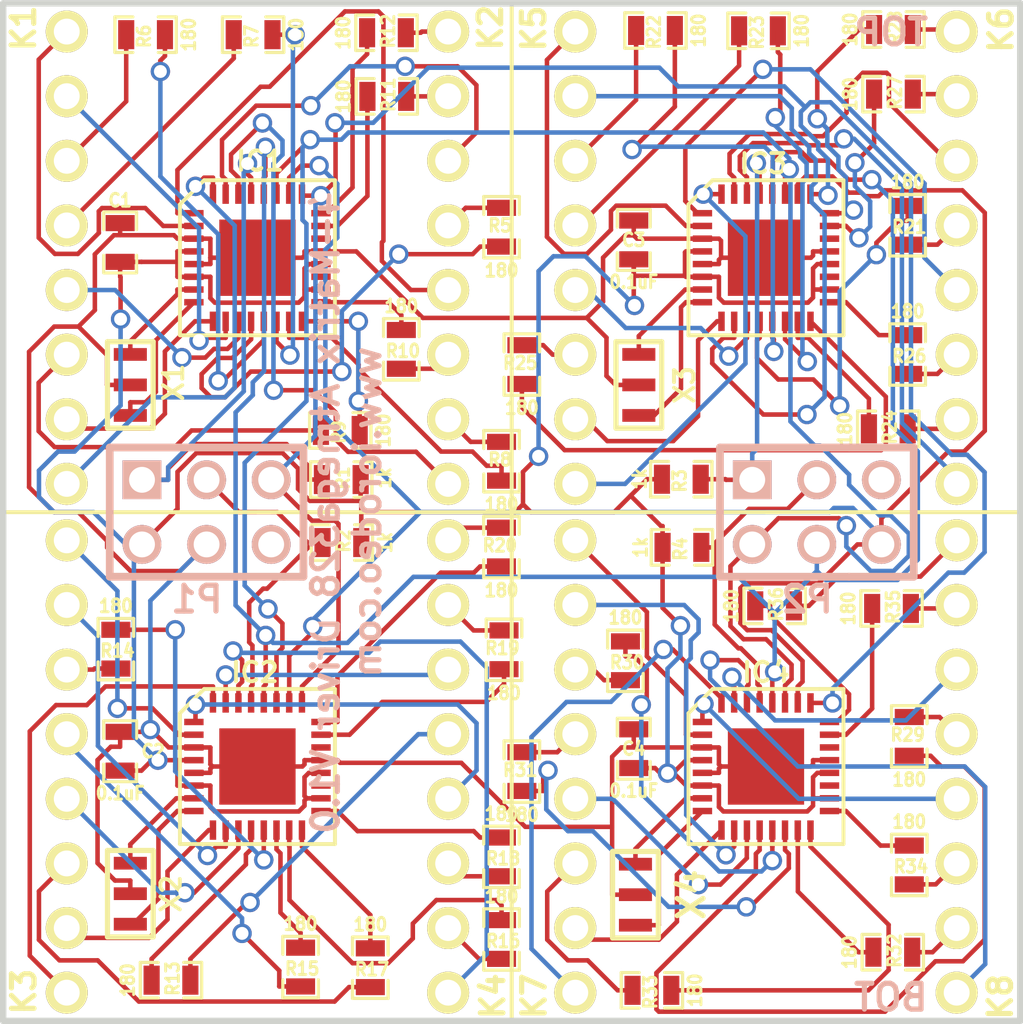
<source format=kicad_pcb>
(kicad_pcb (version 3) (host pcbnew "(2013-mar-13)-testing")
  (layers (15 F.Cu signal) (0 B.Cu signal) (18 B.Paste user) (19 F.Paste user) (20 B.SilkS user) (21 F.SilkS user) (22 B.Mask user) (23 F.Mask user) (28 Edge.Cuts user))
  (net 0 "")
  (net 1 +5V)
  (net 2 /COL1_DRV1)
  (net 3 /COL1_DRV2)
  (net 4 /COL1_DRV3)
  (net 5 /COL1_DRV4)
  (net 6 /COL2_DRV1)
  (net 7 /COL2_DRV2)
  (net 8 /COL2_DRV3)
  (net 9 /COL2_DRV4)
  (net 10 /COL3_DRV1)
  (net 11 /COL3_DRV2)
  (net 12 /COL3_DRV3)
  (net 13 /COL3_DRV4)
  (net 14 /COL4_DRV1)
  (net 15 /COL4_DRV2)
  (net 16 /COL4_DRV3)
  (net 17 /COL4_DRV4)
  (net 18 /COL5_DRV1)
  (net 19 /COL5_DRV2)
  (net 20 /COL5_DRV3)
  (net 21 /COL5_DRV4)
  (net 22 /COL6_DRV1)
  (net 23 /COL6_DRV2)
  (net 24 /COL6_DRV3)
  (net 25 /COL6_DRV4)
  (net 26 /COL7_DRV1)
  (net 27 /COL7_DRV2)
  (net 28 /COL7_DRV3)
  (net 29 /COL7_DRV4)
  (net 30 /COL8_DRV1)
  (net 31 /COL8_DRV2)
  (net 32 /COL8_DRV3)
  (net 33 /COL8_DRV4)
  (net 34 /PCINT10/PC2)
  (net 35 /PCINT11/PC3)
  (net 36 /RESET_DRV1)
  (net 37 /RESET_DRV2)
  (net 38 /RESET_DRV3)
  (net 39 /RESET_DRV4)
  (net 40 /ROW1_DRV1)
  (net 41 /ROW1_DRV2)
  (net 42 /ROW1_DRV3)
  (net 43 /ROW1_DRV4)
  (net 44 /ROW2_DRV1)
  (net 45 /ROW2_DRV2)
  (net 46 /ROW2_DRV3)
  (net 47 /ROW2_DRV4)
  (net 48 /ROW3_DRV1)
  (net 49 /ROW3_DRV2)
  (net 50 /ROW3_DRV3)
  (net 51 /ROW3_DRV4)
  (net 52 /ROW4_DRV1)
  (net 53 /ROW4_DRV2)
  (net 54 /ROW4_DRV3)
  (net 55 /ROW4_DRV4)
  (net 56 /ROW5_DRV1)
  (net 57 /ROW5_DRV2)
  (net 58 /ROW5_DRV3)
  (net 59 /ROW5_DRV4)
  (net 60 /ROW6_DRV1)
  (net 61 /ROW6_DRV2)
  (net 62 /ROW6_DRV3)
  (net 63 /ROW6_DRV4)
  (net 64 /ROW7_DRV1)
  (net 65 /ROW7_DRV2)
  (net 66 /ROW7_DRV3)
  (net 67 /ROW7_DRV4)
  (net 68 /ROW8_DRV1)
  (net 69 /ROW8_DRV2)
  (net 70 /ROW8_DRV3)
  (net 71 /ROW8_DRV4)
  (net 72 /SCL)
  (net 73 /SDA)
  (net 74 /XTAL1_DRV1)
  (net 75 /XTAL1_DRV2)
  (net 76 /XTAL1_DRV3)
  (net 77 /XTAL1_DRV4)
  (net 78 /XTAL2_DRV1)
  (net 79 /XTAL2_DRV2)
  (net 80 /XTAL2_DRV3)
  (net 81 /XTAL2_DRV4)
  (net 82 GND)
  (net 83 N-00000100)
  (net 84 N-00000101)
  (net 85 N-00000102)
  (net 86 N-00000103)
  (net 87 N-00000104)
  (net 88 N-00000105)
  (net 89 N-00000106)
  (net 90 N-0000018)
  (net 91 N-000002)
  (net 92 N-0000020)
  (net 93 N-0000024)
  (net 94 N-0000027)
  (net 95 N-000004)
  (net 96 N-0000044)
  (net 97 N-0000045)
  (net 98 N-0000046)
  (net 99 N-0000065)
  (net 100 N-0000068)
  (net 101 N-0000071)
  (net 102 N-0000072)
  (net 103 N-0000073)
  (net 104 N-0000074)
  (net 105 N-0000075)
  (net 106 N-0000076)
  (net 107 N-0000077)
  (net 108 N-0000078)
  (net 109 N-0000079)
  (net 110 N-0000080)
  (net 111 N-0000081)
  (net 112 N-0000084)
  (net 113 N-0000086)
  (net 114 N-0000089)
  (net 115 N-000009)
  (net 116 N-0000090)
  (net 117 N-0000091)
  (net 118 N-0000092)
  (net 119 N-0000093)
  (net 120 N-0000095)
  (net 121 N-0000096)
  (net 122 N-0000097)
  (net 123 N-0000098)
  (net 124 N-0000099)
  (module SM0603_Capa (layer F.Cu) (at 54.6 59.4 90)
    (fp_text reference C1 (at 1.6531 -0.0027 180) (layer F.SilkS) (effects (font (size 0.508 0.4572) (thickness 0.1143))))
    (fp_text value 0.1uF hide)
    (pad 1 smd rect (at -0.762 0 90) (size 0.635 1.143) (layers F.Cu F.Paste F.Mask) (net 1 +5V))
    (pad 2 smd rect (at 0.762 0 90) (size 0.635 1.143) (layers F.Cu F.Paste F.Mask) (net 82 GND))
  )
  (module LED_MATRIX_20MM_8x8 (layer F.Cu) (at 60 60)
    (fp_text reference MATRIX1 hide)
    (fp_text value LED_8X8 hide)
    (pad 1 thru_hole circle (at -7.5 -8.89) (size 1.651 1.651) (drill 1.016) (layers *.Cu *.Mask F.SilkS) (net 18 /COL5_DRV1))
    (pad 2 thru_hole circle (at -7.5 -6.35) (size 1.651 1.651) (drill 1.016) (layers *.Cu *.Mask F.SilkS) (net 26 /COL7_DRV1))
    (pad 3 thru_hole circle (at -7.5 -3.81) (size 1.651 1.651) (drill 1.016) (layers *.Cu *.Mask F.SilkS) (net 114 N-0000089))
    (pad 4 thru_hole circle (at -7.5 -1.27) (size 1.651 1.651) (drill 1.016) (layers *.Cu *.Mask F.SilkS) (net 116 N-0000090))
    (pad 5 thru_hole circle (at -7.5 1.27) (size 1.651 1.651) (drill 1.016) (layers *.Cu *.Mask F.SilkS) (net 30 /COL8_DRV1))
    (pad 6 thru_hole circle (at -7.5 3.81) (size 1.651 1.651) (drill 1.016) (layers *.Cu *.Mask F.SilkS) (net 86 N-00000103))
    (pad 7 thru_hole circle (at -7.5 6.35) (size 1.651 1.651) (drill 1.016) (layers *.Cu *.Mask F.SilkS) (net 22 /COL6_DRV1))
    (pad 8 thru_hole circle (at -7.5 8.89) (size 1.651 1.651) (drill 1.016) (layers *.Cu *.Mask F.SilkS) (net 10 /COL3_DRV1))
    (pad 9 thru_hole circle (at 7.5 8.89) (size 1.651 1.651) (drill 1.016) (layers *.Cu *.Mask F.SilkS) (net 2 /COL1_DRV1))
    (pad 10 thru_hole circle (at 7.5 6.35) (size 1.651 1.651) (drill 1.016) (layers *.Cu *.Mask F.SilkS) (net 118 N-0000092))
    (pad 11 thru_hole circle (at 7.5 3.81) (size 1.651 1.651) (drill 1.016) (layers *.Cu *.Mask F.SilkS) (net 87 N-00000104))
    (pad 12 thru_hole circle (at 7.5 1.27) (size 1.651 1.651) (drill 1.016) (layers *.Cu *.Mask F.SilkS) (net 14 /COL4_DRV1))
    (pad 13 thru_hole circle (at 7.5 -1.27) (size 1.651 1.651) (drill 1.016) (layers *.Cu *.Mask F.SilkS) (net 117 N-0000091))
    (pad 14 thru_hole circle (at 7.5 -3.81) (size 1.651 1.651) (drill 1.016) (layers *.Cu *.Mask F.SilkS) (net 6 /COL2_DRV1))
    (pad 15 thru_hole circle (at 7.5 -6.35) (size 1.651 1.651) (drill 1.016) (layers *.Cu *.Mask F.SilkS) (net 88 N-00000105))
    (pad 16 thru_hole circle (at 7.5 -8.89) (size 1.651 1.651) (drill 1.016) (layers *.Cu *.Mask F.SilkS) (net 89 N-00000106))
  )
  (module LED_MATRIX_20MM_8x8 (layer F.Cu) (at 60 80)
    (fp_text reference MATRIX2 hide)
    (fp_text value LED_8X8 hide)
    (pad 1 thru_hole circle (at -7.5 -8.89) (size 1.651 1.651) (drill 1.016) (layers *.Cu *.Mask F.SilkS) (net 19 /COL5_DRV2))
    (pad 2 thru_hole circle (at -7.5 -6.35) (size 1.651 1.651) (drill 1.016) (layers *.Cu *.Mask F.SilkS) (net 27 /COL7_DRV2))
    (pad 3 thru_hole circle (at -7.5 -3.81) (size 1.651 1.651) (drill 1.016) (layers *.Cu *.Mask F.SilkS) (net 121 N-0000096))
    (pad 4 thru_hole circle (at -7.5 -1.27) (size 1.651 1.651) (drill 1.016) (layers *.Cu *.Mask F.SilkS) (net 122 N-0000097))
    (pad 5 thru_hole circle (at -7.5 1.27) (size 1.651 1.651) (drill 1.016) (layers *.Cu *.Mask F.SilkS) (net 31 /COL8_DRV2))
    (pad 6 thru_hole circle (at -7.5 3.81) (size 1.651 1.651) (drill 1.016) (layers *.Cu *.Mask F.SilkS) (net 124 N-0000099))
    (pad 7 thru_hole circle (at -7.5 6.35) (size 1.651 1.651) (drill 1.016) (layers *.Cu *.Mask F.SilkS) (net 23 /COL6_DRV2))
    (pad 8 thru_hole circle (at -7.5 8.89) (size 1.651 1.651) (drill 1.016) (layers *.Cu *.Mask F.SilkS) (net 11 /COL3_DRV2))
    (pad 9 thru_hole circle (at 7.5 8.89) (size 1.651 1.651) (drill 1.016) (layers *.Cu *.Mask F.SilkS) (net 3 /COL1_DRV2))
    (pad 10 thru_hole circle (at 7.5 6.35) (size 1.651 1.651) (drill 1.016) (layers *.Cu *.Mask F.SilkS) (net 123 N-0000098))
    (pad 11 thru_hole circle (at 7.5 3.81) (size 1.651 1.651) (drill 1.016) (layers *.Cu *.Mask F.SilkS) (net 83 N-00000100))
    (pad 12 thru_hole circle (at 7.5 1.27) (size 1.651 1.651) (drill 1.016) (layers *.Cu *.Mask F.SilkS) (net 15 /COL4_DRV2))
    (pad 13 thru_hole circle (at 7.5 -1.27) (size 1.651 1.651) (drill 1.016) (layers *.Cu *.Mask F.SilkS) (net 120 N-0000095))
    (pad 14 thru_hole circle (at 7.5 -3.81) (size 1.651 1.651) (drill 1.016) (layers *.Cu *.Mask F.SilkS) (net 7 /COL2_DRV2))
    (pad 15 thru_hole circle (at 7.5 -6.35) (size 1.651 1.651) (drill 1.016) (layers *.Cu *.Mask F.SilkS) (net 84 N-00000101))
    (pad 16 thru_hole circle (at 7.5 -8.89) (size 1.651 1.651) (drill 1.016) (layers *.Cu *.Mask F.SilkS) (net 85 N-00000102))
  )
  (module LED_MATRIX_20MM_8x8 (layer F.Cu) (at 80 60)
    (fp_text reference MATRIX3 hide)
    (fp_text value LED_8X8 hide)
    (pad 1 thru_hole circle (at -7.5 -8.89) (size 1.651 1.651) (drill 1.016) (layers *.Cu *.Mask F.SilkS) (net 20 /COL5_DRV3))
    (pad 2 thru_hole circle (at -7.5 -6.35) (size 1.651 1.651) (drill 1.016) (layers *.Cu *.Mask F.SilkS) (net 28 /COL7_DRV3))
    (pad 3 thru_hole circle (at -7.5 -3.81) (size 1.651 1.651) (drill 1.016) (layers *.Cu *.Mask F.SilkS) (net 108 N-0000078))
    (pad 4 thru_hole circle (at -7.5 -1.27) (size 1.651 1.651) (drill 1.016) (layers *.Cu *.Mask F.SilkS) (net 109 N-0000079))
    (pad 5 thru_hole circle (at -7.5 1.27) (size 1.651 1.651) (drill 1.016) (layers *.Cu *.Mask F.SilkS) (net 32 /COL8_DRV3))
    (pad 6 thru_hole circle (at -7.5 3.81) (size 1.651 1.651) (drill 1.016) (layers *.Cu *.Mask F.SilkS) (net 103 N-0000073))
    (pad 7 thru_hole circle (at -7.5 6.35) (size 1.651 1.651) (drill 1.016) (layers *.Cu *.Mask F.SilkS) (net 24 /COL6_DRV3))
    (pad 8 thru_hole circle (at -7.5 8.89) (size 1.651 1.651) (drill 1.016) (layers *.Cu *.Mask F.SilkS) (net 12 /COL3_DRV3))
    (pad 9 thru_hole circle (at 7.5 8.89) (size 1.651 1.651) (drill 1.016) (layers *.Cu *.Mask F.SilkS) (net 4 /COL1_DRV3))
    (pad 10 thru_hole circle (at 7.5 6.35) (size 1.651 1.651) (drill 1.016) (layers *.Cu *.Mask F.SilkS) (net 111 N-0000081))
    (pad 11 thru_hole circle (at 7.5 3.81) (size 1.651 1.651) (drill 1.016) (layers *.Cu *.Mask F.SilkS) (net 96 N-0000044))
    (pad 12 thru_hole circle (at 7.5 1.27) (size 1.651 1.651) (drill 1.016) (layers *.Cu *.Mask F.SilkS) (net 16 /COL4_DRV3))
    (pad 13 thru_hole circle (at 7.5 -1.27) (size 1.651 1.651) (drill 1.016) (layers *.Cu *.Mask F.SilkS) (net 110 N-0000080))
    (pad 14 thru_hole circle (at 7.5 -3.81) (size 1.651 1.651) (drill 1.016) (layers *.Cu *.Mask F.SilkS) (net 8 /COL2_DRV3))
    (pad 15 thru_hole circle (at 7.5 -6.35) (size 1.651 1.651) (drill 1.016) (layers *.Cu *.Mask F.SilkS) (net 97 N-0000045))
    (pad 16 thru_hole circle (at 7.5 -8.89) (size 1.651 1.651) (drill 1.016) (layers *.Cu *.Mask F.SilkS) (net 98 N-0000046))
  )
  (module LED_MATRIX_20MM_8x8 (layer F.Cu) (at 80 80)
    (fp_text reference MATRIX4 hide)
    (fp_text value LED_8X8 hide)
    (pad 1 thru_hole circle (at -7.5 -8.89) (size 1.651 1.651) (drill 1.016) (layers *.Cu *.Mask F.SilkS) (net 21 /COL5_DRV4))
    (pad 2 thru_hole circle (at -7.5 -6.35) (size 1.651 1.651) (drill 1.016) (layers *.Cu *.Mask F.SilkS) (net 29 /COL7_DRV4))
    (pad 3 thru_hole circle (at -7.5 -3.81) (size 1.651 1.651) (drill 1.016) (layers *.Cu *.Mask F.SilkS) (net 104 N-0000074))
    (pad 4 thru_hole circle (at -7.5 -1.27) (size 1.651 1.651) (drill 1.016) (layers *.Cu *.Mask F.SilkS) (net 105 N-0000075))
    (pad 5 thru_hole circle (at -7.5 1.27) (size 1.651 1.651) (drill 1.016) (layers *.Cu *.Mask F.SilkS) (net 33 /COL8_DRV4))
    (pad 6 thru_hole circle (at -7.5 3.81) (size 1.651 1.651) (drill 1.016) (layers *.Cu *.Mask F.SilkS) (net 99 N-0000065))
    (pad 7 thru_hole circle (at -7.5 6.35) (size 1.651 1.651) (drill 1.016) (layers *.Cu *.Mask F.SilkS) (net 25 /COL6_DRV4))
    (pad 8 thru_hole circle (at -7.5 8.89) (size 1.651 1.651) (drill 1.016) (layers *.Cu *.Mask F.SilkS) (net 13 /COL3_DRV4))
    (pad 9 thru_hole circle (at 7.5 8.89) (size 1.651 1.651) (drill 1.016) (layers *.Cu *.Mask F.SilkS) (net 5 /COL1_DRV4))
    (pad 10 thru_hole circle (at 7.5 6.35) (size 1.651 1.651) (drill 1.016) (layers *.Cu *.Mask F.SilkS) (net 107 N-0000077))
    (pad 11 thru_hole circle (at 7.5 3.81) (size 1.651 1.651) (drill 1.016) (layers *.Cu *.Mask F.SilkS) (net 100 N-0000068))
    (pad 12 thru_hole circle (at 7.5 1.27) (size 1.651 1.651) (drill 1.016) (layers *.Cu *.Mask F.SilkS) (net 17 /COL4_DRV4))
    (pad 13 thru_hole circle (at 7.5 -1.27) (size 1.651 1.651) (drill 1.016) (layers *.Cu *.Mask F.SilkS) (net 106 N-0000076))
    (pad 14 thru_hole circle (at 7.5 -3.81) (size 1.651 1.651) (drill 1.016) (layers *.Cu *.Mask F.SilkS) (net 9 /COL2_DRV4))
    (pad 15 thru_hole circle (at 7.5 -6.35) (size 1.651 1.651) (drill 1.016) (layers *.Cu *.Mask F.SilkS) (net 101 N-0000071))
    (pad 16 thru_hole circle (at 7.5 -8.89) (size 1.651 1.651) (drill 1.016) (layers *.Cu *.Mask F.SilkS) (net 102 N-0000072))
  )
  (module CER_RESO (layer F.Cu) (at 55 65 270)
    (fp_text reference X1 (at -0.1 -1.7 270) (layer F.SilkS) (effects (font (size 0.762 0.762) (thickness 0.1524))))
    (fp_text value CER_RESO hide)
    (pad 2 smd rect (at 0 0 270) (size 0.50038 1.30048) (layers F.Cu F.Paste F.Mask) (net 82 GND))
    (pad 3 smd rect (at 1.19888 0 270) (size 0.50038 1.30048) (layers F.Cu F.Paste F.Mask) (net 78 /XTAL2_DRV1))
    (pad 1 smd rect (at -1.19888 0 270) (size 0.50038 1.30048) (layers F.Cu F.Paste F.Mask) (net 74 /XTAL1_DRV1))
  )
  (module CER_RESO (layer F.Cu) (at 55 85 270)
    (fp_text reference X2 (at 0 -1.6 270) (layer F.SilkS) (effects (font (size 0.762 0.762) (thickness 0.1524))))
    (fp_text value CER_RESO hide)
    (pad 2 smd rect (at 0 0 270) (size 0.50038 1.30048) (layers F.Cu F.Paste F.Mask) (net 82 GND))
    (pad 3 smd rect (at 1.19888 0 270) (size 0.50038 1.30048) (layers F.Cu F.Paste F.Mask) (net 79 /XTAL2_DRV2))
    (pad 1 smd rect (at -1.19888 0 270) (size 0.50038 1.30048) (layers F.Cu F.Paste F.Mask) (net 75 /XTAL1_DRV2))
  )
  (module CER_RESO (layer F.Cu) (at 75 65 270)
    (fp_text reference X3 (at 0 -1.8 270) (layer F.SilkS) (effects (font (size 0.762 0.762) (thickness 0.1524))))
    (fp_text value CER_RESO hide)
    (pad 2 smd rect (at 0 0 270) (size 0.50038 1.30048) (layers F.Cu F.Paste F.Mask) (net 82 GND))
    (pad 3 smd rect (at 1.19888 0 270) (size 0.50038 1.30048) (layers F.Cu F.Paste F.Mask) (net 80 /XTAL2_DRV3))
    (pad 1 smd rect (at -1.19888 0 270) (size 0.50038 1.30048) (layers F.Cu F.Paste F.Mask) (net 76 /XTAL1_DRV3))
  )
  (module CER_RESO (layer F.Cu) (at 74.8665 85.0392 270)
    (fp_text reference X4 (at 0 -2.19964 270) (layer F.SilkS) (effects (font (size 1.016 1.016) (thickness 0.2032))))
    (fp_text value CER_RESO hide)
    (pad 2 smd rect (at 0 0 270) (size 0.50038 1.30048) (layers F.Cu F.Paste F.Mask) (net 82 GND))
    (pad 3 smd rect (at 1.19888 0 270) (size 0.50038 1.30048) (layers F.Cu F.Paste F.Mask) (net 81 /XTAL2_DRV4))
    (pad 1 smd rect (at -1.19888 0 270) (size 0.50038 1.30048) (layers F.Cu F.Paste F.Mask) (net 77 /XTAL1_DRV4))
  )
  (module SM0603_Capa (layer F.Cu) (at 54.6 79.4 90)
    (fp_text reference C2 (at 0 1.3 180) (layer F.SilkS) (effects (font (size 0.508 0.4572) (thickness 0.1143))))
    (fp_text value 0.1uF (at -1.651 0 180) (layer F.SilkS) (effects (font (size 0.508 0.4572) (thickness 0.1143))))
    (pad 1 smd rect (at -0.762 0 90) (size 0.635 1.143) (layers F.Cu F.Paste F.Mask) (net 1 +5V))
    (pad 2 smd rect (at 0.762 0 90) (size 0.635 1.143) (layers F.Cu F.Paste F.Mask) (net 82 GND))
  )
  (module QFN32 (layer F.Cu) (at 60 60)
    (fp_text reference IC1 (at 0.1 -3.8) (layer F.SilkS) (effects (font (size 0.762 0.762) (thickness 0.1524))))
    (fp_text value ATMEGA328P-M hide)
    (pad 31 smd rect (at -1.24968 -2.49936) (size 0.254 0.762) (layers F.Cu F.Paste F.Mask) (net 6 /COL2_DRV1))
    (pad 30 smd rect (at -0.7493 -2.49936) (size 0.254 0.762) (layers F.Cu F.Paste F.Mask) (net 2 /COL1_DRV1))
    (pad 29 smd rect (at -0.24892 -2.49936) (size 0.254 0.762) (layers F.Cu F.Paste F.Mask) (net 36 /RESET_DRV1))
    (pad 32 smd rect (at -1.75006 -2.49936) (size 0.254 0.762) (layers F.Cu F.Paste F.Mask) (net 10 /COL3_DRV1))
    (pad 1 smd rect (at -2.49936 -1.75006 90) (size 0.254 0.762) (layers F.Cu F.Paste F.Mask) (net 14 /COL4_DRV1))
    (pad 2 smd rect (at -2.49936 -1.24968 90) (size 0.254 0.762) (layers F.Cu F.Paste F.Mask) (net 18 /COL5_DRV1))
    (pad 3 smd rect (at -2.49936 -0.7493 90) (size 0.254 0.762) (layers F.Cu F.Paste F.Mask) (net 82 GND))
    (pad 4 smd rect (at -2.49936 -0.24892 90) (size 0.254 0.762) (layers F.Cu F.Paste F.Mask) (net 1 +5V))
    (pad 5 smd rect (at -2.49936 0.24892 90) (size 0.254 0.762) (layers F.Cu F.Paste F.Mask) (net 82 GND))
    (pad 6 smd rect (at -2.49936 0.7493 90) (size 0.254 0.762) (layers F.Cu F.Paste F.Mask) (net 1 +5V))
    (pad 7 smd rect (at -2.49936 1.24968 90) (size 0.254 0.762) (layers F.Cu F.Paste F.Mask) (net 74 /XTAL1_DRV1))
    (pad 8 smd rect (at -2.49936 1.75006 90) (size 0.254 0.762) (layers F.Cu F.Paste F.Mask) (net 78 /XTAL2_DRV1))
    (pad 16 smd rect (at 1.75006 2.49936) (size 0.254 0.762) (layers F.Cu F.Paste F.Mask) (net 56 /ROW5_DRV1))
    (pad 9 smd rect (at -1.75006 2.49936) (size 0.254 0.762) (layers F.Cu F.Paste F.Mask) (net 22 /COL6_DRV1))
    (pad 10 smd rect (at -1.24968 2.49936) (size 0.254 0.762) (layers F.Cu F.Paste F.Mask) (net 26 /COL7_DRV1))
    (pad 11 smd rect (at -0.7493 2.49936) (size 0.254 0.762) (layers F.Cu F.Paste F.Mask) (net 30 /COL8_DRV1))
    (pad 12 smd rect (at -0.24892 2.49936) (size 0.254 0.762) (layers F.Cu F.Paste F.Mask) (net 40 /ROW1_DRV1))
    (pad 13 smd rect (at 0.24892 2.49936) (size 0.254 0.762) (layers F.Cu F.Paste F.Mask) (net 44 /ROW2_DRV1))
    (pad 14 smd rect (at 0.7493 2.49936) (size 0.254 0.762) (layers F.Cu F.Paste F.Mask) (net 48 /ROW3_DRV1))
    (pad 15 smd rect (at 1.24968 2.49936) (size 0.254 0.762) (layers F.Cu F.Paste F.Mask) (net 52 /ROW4_DRV1))
    (pad 17 smd rect (at 2.49936 1.75006 90) (size 0.254 0.762) (layers F.Cu F.Paste F.Mask) (net 60 /ROW6_DRV1))
    (pad 18 smd rect (at 2.49936 1.24968 90) (size 0.254 0.762) (layers F.Cu F.Paste F.Mask) (net 1 +5V))
    (pad 19 smd rect (at 2.49936 0.7493 90) (size 0.254 0.762) (layers F.Cu F.Paste F.Mask) (net 90 N-0000018))
    (pad 20 smd rect (at 2.49936 0.24892 90) (size 0.254 0.762) (layers F.Cu F.Paste F.Mask) (net 1 +5V))
    (pad 21 smd rect (at 2.49936 -0.24892 90) (size 0.254 0.762) (layers F.Cu F.Paste F.Mask) (net 82 GND))
    (pad 22 smd rect (at 2.49936 -0.7493 90) (size 0.254 0.762) (layers F.Cu F.Paste F.Mask) (net 115 N-000009))
    (pad 23 smd rect (at 2.49936 -1.24968 90) (size 0.254 0.762) (layers F.Cu F.Paste F.Mask) (net 64 /ROW7_DRV1))
    (pad 24 smd rect (at 2.49936 -1.75006 90) (size 0.254 0.762) (layers F.Cu F.Paste F.Mask) (net 68 /ROW8_DRV1))
    (pad 25 smd rect (at 1.75006 -2.49936) (size 0.254 0.762) (layers F.Cu F.Paste F.Mask) (net 34 /PCINT10/PC2))
    (pad 26 smd rect (at 1.24968 -2.49936) (size 0.254 0.762) (layers F.Cu F.Paste F.Mask) (net 35 /PCINT11/PC3))
    (pad 27 smd rect (at 0.7493 -2.49936) (size 0.254 0.762) (layers F.Cu F.Paste F.Mask) (net 73 /SDA))
    (pad 28 smd rect (at 0.24892 -2.49936) (size 0.254 0.762) (layers F.Cu F.Paste F.Mask) (net 72 /SCL))
    (pad 33 smd rect (at 0 0) (size 2.99974 2.99974) (layers F.Cu F.Paste F.Mask) (net 82 GND))
  )
  (module QFN32 (layer F.Cu) (at 60 80)
    (fp_text reference IC2 (at -0.1 -3.7) (layer F.SilkS) (effects (font (size 0.762 0.762) (thickness 0.1524))))
    (fp_text value ATMEGA328P-M hide)
    (pad 31 smd rect (at -1.24968 -2.49936) (size 0.254 0.762) (layers F.Cu F.Paste F.Mask) (net 7 /COL2_DRV2))
    (pad 30 smd rect (at -0.7493 -2.49936) (size 0.254 0.762) (layers F.Cu F.Paste F.Mask) (net 3 /COL1_DRV2))
    (pad 29 smd rect (at -0.24892 -2.49936) (size 0.254 0.762) (layers F.Cu F.Paste F.Mask) (net 37 /RESET_DRV2))
    (pad 32 smd rect (at -1.75006 -2.49936) (size 0.254 0.762) (layers F.Cu F.Paste F.Mask) (net 11 /COL3_DRV2))
    (pad 1 smd rect (at -2.49936 -1.75006 90) (size 0.254 0.762) (layers F.Cu F.Paste F.Mask) (net 15 /COL4_DRV2))
    (pad 2 smd rect (at -2.49936 -1.24968 90) (size 0.254 0.762) (layers F.Cu F.Paste F.Mask) (net 19 /COL5_DRV2))
    (pad 3 smd rect (at -2.49936 -0.7493 90) (size 0.254 0.762) (layers F.Cu F.Paste F.Mask) (net 82 GND))
    (pad 4 smd rect (at -2.49936 -0.24892 90) (size 0.254 0.762) (layers F.Cu F.Paste F.Mask) (net 1 +5V))
    (pad 5 smd rect (at -2.49936 0.24892 90) (size 0.254 0.762) (layers F.Cu F.Paste F.Mask) (net 82 GND))
    (pad 6 smd rect (at -2.49936 0.7493 90) (size 0.254 0.762) (layers F.Cu F.Paste F.Mask) (net 1 +5V))
    (pad 7 smd rect (at -2.49936 1.24968 90) (size 0.254 0.762) (layers F.Cu F.Paste F.Mask) (net 75 /XTAL1_DRV2))
    (pad 8 smd rect (at -2.49936 1.75006 90) (size 0.254 0.762) (layers F.Cu F.Paste F.Mask) (net 79 /XTAL2_DRV2))
    (pad 16 smd rect (at 1.75006 2.49936) (size 0.254 0.762) (layers F.Cu F.Paste F.Mask) (net 57 /ROW5_DRV2))
    (pad 9 smd rect (at -1.75006 2.49936) (size 0.254 0.762) (layers F.Cu F.Paste F.Mask) (net 23 /COL6_DRV2))
    (pad 10 smd rect (at -1.24968 2.49936) (size 0.254 0.762) (layers F.Cu F.Paste F.Mask) (net 27 /COL7_DRV2))
    (pad 11 smd rect (at -0.7493 2.49936) (size 0.254 0.762) (layers F.Cu F.Paste F.Mask) (net 31 /COL8_DRV2))
    (pad 12 smd rect (at -0.24892 2.49936) (size 0.254 0.762) (layers F.Cu F.Paste F.Mask) (net 41 /ROW1_DRV2))
    (pad 13 smd rect (at 0.24892 2.49936) (size 0.254 0.762) (layers F.Cu F.Paste F.Mask) (net 45 /ROW2_DRV2))
    (pad 14 smd rect (at 0.7493 2.49936) (size 0.254 0.762) (layers F.Cu F.Paste F.Mask) (net 49 /ROW3_DRV2))
    (pad 15 smd rect (at 1.24968 2.49936) (size 0.254 0.762) (layers F.Cu F.Paste F.Mask) (net 53 /ROW4_DRV2))
    (pad 17 smd rect (at 2.49936 1.75006 90) (size 0.254 0.762) (layers F.Cu F.Paste F.Mask) (net 61 /ROW6_DRV2))
    (pad 18 smd rect (at 2.49936 1.24968 90) (size 0.254 0.762) (layers F.Cu F.Paste F.Mask) (net 1 +5V))
    (pad 19 smd rect (at 2.49936 0.7493 90) (size 0.254 0.762) (layers F.Cu F.Paste F.Mask) (net 95 N-000004))
    (pad 20 smd rect (at 2.49936 0.24892 90) (size 0.254 0.762) (layers F.Cu F.Paste F.Mask) (net 1 +5V))
    (pad 21 smd rect (at 2.49936 -0.24892 90) (size 0.254 0.762) (layers F.Cu F.Paste F.Mask) (net 82 GND))
    (pad 22 smd rect (at 2.49936 -0.7493 90) (size 0.254 0.762) (layers F.Cu F.Paste F.Mask) (net 91 N-000002))
    (pad 23 smd rect (at 2.49936 -1.24968 90) (size 0.254 0.762) (layers F.Cu F.Paste F.Mask) (net 65 /ROW7_DRV2))
    (pad 24 smd rect (at 2.49936 -1.75006 90) (size 0.254 0.762) (layers F.Cu F.Paste F.Mask) (net 69 /ROW8_DRV2))
    (pad 25 smd rect (at 1.75006 -2.49936) (size 0.254 0.762) (layers F.Cu F.Paste F.Mask) (net 34 /PCINT10/PC2))
    (pad 26 smd rect (at 1.24968 -2.49936) (size 0.254 0.762) (layers F.Cu F.Paste F.Mask) (net 35 /PCINT11/PC3))
    (pad 27 smd rect (at 0.7493 -2.49936) (size 0.254 0.762) (layers F.Cu F.Paste F.Mask) (net 73 /SDA))
    (pad 28 smd rect (at 0.24892 -2.49936) (size 0.254 0.762) (layers F.Cu F.Paste F.Mask) (net 72 /SCL))
    (pad 33 smd rect (at 0 0) (size 2.99974 2.99974) (layers F.Cu F.Paste F.Mask) (net 82 GND))
  )
  (module QFN32 (layer F.Cu) (at 80 60)
    (fp_text reference IC3 (at -0.1 -3.7) (layer F.SilkS) (effects (font (size 0.762 0.762) (thickness 0.1524))))
    (fp_text value ATMEGA328P-M hide)
    (pad 31 smd rect (at -1.24968 -2.49936) (size 0.254 0.762) (layers F.Cu F.Paste F.Mask) (net 8 /COL2_DRV3))
    (pad 30 smd rect (at -0.7493 -2.49936) (size 0.254 0.762) (layers F.Cu F.Paste F.Mask) (net 4 /COL1_DRV3))
    (pad 29 smd rect (at -0.24892 -2.49936) (size 0.254 0.762) (layers F.Cu F.Paste F.Mask) (net 38 /RESET_DRV3))
    (pad 32 smd rect (at -1.75006 -2.49936) (size 0.254 0.762) (layers F.Cu F.Paste F.Mask) (net 12 /COL3_DRV3))
    (pad 1 smd rect (at -2.49936 -1.75006 90) (size 0.254 0.762) (layers F.Cu F.Paste F.Mask) (net 16 /COL4_DRV3))
    (pad 2 smd rect (at -2.49936 -1.24968 90) (size 0.254 0.762) (layers F.Cu F.Paste F.Mask) (net 20 /COL5_DRV3))
    (pad 3 smd rect (at -2.49936 -0.7493 90) (size 0.254 0.762) (layers F.Cu F.Paste F.Mask) (net 82 GND))
    (pad 4 smd rect (at -2.49936 -0.24892 90) (size 0.254 0.762) (layers F.Cu F.Paste F.Mask) (net 1 +5V))
    (pad 5 smd rect (at -2.49936 0.24892 90) (size 0.254 0.762) (layers F.Cu F.Paste F.Mask) (net 82 GND))
    (pad 6 smd rect (at -2.49936 0.7493 90) (size 0.254 0.762) (layers F.Cu F.Paste F.Mask) (net 1 +5V))
    (pad 7 smd rect (at -2.49936 1.24968 90) (size 0.254 0.762) (layers F.Cu F.Paste F.Mask) (net 76 /XTAL1_DRV3))
    (pad 8 smd rect (at -2.49936 1.75006 90) (size 0.254 0.762) (layers F.Cu F.Paste F.Mask) (net 80 /XTAL2_DRV3))
    (pad 16 smd rect (at 1.75006 2.49936) (size 0.254 0.762) (layers F.Cu F.Paste F.Mask) (net 58 /ROW5_DRV3))
    (pad 9 smd rect (at -1.75006 2.49936) (size 0.254 0.762) (layers F.Cu F.Paste F.Mask) (net 24 /COL6_DRV3))
    (pad 10 smd rect (at -1.24968 2.49936) (size 0.254 0.762) (layers F.Cu F.Paste F.Mask) (net 28 /COL7_DRV3))
    (pad 11 smd rect (at -0.7493 2.49936) (size 0.254 0.762) (layers F.Cu F.Paste F.Mask) (net 32 /COL8_DRV3))
    (pad 12 smd rect (at -0.24892 2.49936) (size 0.254 0.762) (layers F.Cu F.Paste F.Mask) (net 42 /ROW1_DRV3))
    (pad 13 smd rect (at 0.24892 2.49936) (size 0.254 0.762) (layers F.Cu F.Paste F.Mask) (net 46 /ROW2_DRV3))
    (pad 14 smd rect (at 0.7493 2.49936) (size 0.254 0.762) (layers F.Cu F.Paste F.Mask) (net 50 /ROW3_DRV3))
    (pad 15 smd rect (at 1.24968 2.49936) (size 0.254 0.762) (layers F.Cu F.Paste F.Mask) (net 54 /ROW4_DRV3))
    (pad 17 smd rect (at 2.49936 1.75006 90) (size 0.254 0.762) (layers F.Cu F.Paste F.Mask) (net 62 /ROW6_DRV3))
    (pad 18 smd rect (at 2.49936 1.24968 90) (size 0.254 0.762) (layers F.Cu F.Paste F.Mask) (net 1 +5V))
    (pad 19 smd rect (at 2.49936 0.7493 90) (size 0.254 0.762) (layers F.Cu F.Paste F.Mask) (net 92 N-0000020))
    (pad 20 smd rect (at 2.49936 0.24892 90) (size 0.254 0.762) (layers F.Cu F.Paste F.Mask) (net 1 +5V))
    (pad 21 smd rect (at 2.49936 -0.24892 90) (size 0.254 0.762) (layers F.Cu F.Paste F.Mask) (net 82 GND))
    (pad 22 smd rect (at 2.49936 -0.7493 90) (size 0.254 0.762) (layers F.Cu F.Paste F.Mask) (net 94 N-0000027))
    (pad 23 smd rect (at 2.49936 -1.24968 90) (size 0.254 0.762) (layers F.Cu F.Paste F.Mask) (net 66 /ROW7_DRV3))
    (pad 24 smd rect (at 2.49936 -1.75006 90) (size 0.254 0.762) (layers F.Cu F.Paste F.Mask) (net 70 /ROW8_DRV3))
    (pad 25 smd rect (at 1.75006 -2.49936) (size 0.254 0.762) (layers F.Cu F.Paste F.Mask) (net 34 /PCINT10/PC2))
    (pad 26 smd rect (at 1.24968 -2.49936) (size 0.254 0.762) (layers F.Cu F.Paste F.Mask) (net 35 /PCINT11/PC3))
    (pad 27 smd rect (at 0.7493 -2.49936) (size 0.254 0.762) (layers F.Cu F.Paste F.Mask) (net 73 /SDA))
    (pad 28 smd rect (at 0.24892 -2.49936) (size 0.254 0.762) (layers F.Cu F.Paste F.Mask) (net 72 /SCL))
    (pad 33 smd rect (at 0 0) (size 2.99974 2.99974) (layers F.Cu F.Paste F.Mask) (net 82 GND))
  )
  (module QFN32 (layer F.Cu) (at 80 80)
    (fp_text reference IC4 (at 0 -3.7) (layer F.SilkS) (effects (font (size 0.762 0.762) (thickness 0.1524))))
    (fp_text value ATMEGA328P-M hide)
    (pad 31 smd rect (at -1.24968 -2.49936) (size 0.254 0.762) (layers F.Cu F.Paste F.Mask) (net 9 /COL2_DRV4))
    (pad 30 smd rect (at -0.7493 -2.49936) (size 0.254 0.762) (layers F.Cu F.Paste F.Mask) (net 5 /COL1_DRV4))
    (pad 29 smd rect (at -0.24892 -2.49936) (size 0.254 0.762) (layers F.Cu F.Paste F.Mask) (net 39 /RESET_DRV4))
    (pad 32 smd rect (at -1.75006 -2.49936) (size 0.254 0.762) (layers F.Cu F.Paste F.Mask) (net 13 /COL3_DRV4))
    (pad 1 smd rect (at -2.49936 -1.75006 90) (size 0.254 0.762) (layers F.Cu F.Paste F.Mask) (net 17 /COL4_DRV4))
    (pad 2 smd rect (at -2.49936 -1.24968 90) (size 0.254 0.762) (layers F.Cu F.Paste F.Mask) (net 21 /COL5_DRV4))
    (pad 3 smd rect (at -2.49936 -0.7493 90) (size 0.254 0.762) (layers F.Cu F.Paste F.Mask) (net 82 GND))
    (pad 4 smd rect (at -2.49936 -0.24892 90) (size 0.254 0.762) (layers F.Cu F.Paste F.Mask) (net 1 +5V))
    (pad 5 smd rect (at -2.49936 0.24892 90) (size 0.254 0.762) (layers F.Cu F.Paste F.Mask) (net 82 GND))
    (pad 6 smd rect (at -2.49936 0.7493 90) (size 0.254 0.762) (layers F.Cu F.Paste F.Mask) (net 1 +5V))
    (pad 7 smd rect (at -2.49936 1.24968 90) (size 0.254 0.762) (layers F.Cu F.Paste F.Mask) (net 77 /XTAL1_DRV4))
    (pad 8 smd rect (at -2.49936 1.75006 90) (size 0.254 0.762) (layers F.Cu F.Paste F.Mask) (net 81 /XTAL2_DRV4))
    (pad 16 smd rect (at 1.75006 2.49936) (size 0.254 0.762) (layers F.Cu F.Paste F.Mask) (net 59 /ROW5_DRV4))
    (pad 9 smd rect (at -1.75006 2.49936) (size 0.254 0.762) (layers F.Cu F.Paste F.Mask) (net 25 /COL6_DRV4))
    (pad 10 smd rect (at -1.24968 2.49936) (size 0.254 0.762) (layers F.Cu F.Paste F.Mask) (net 29 /COL7_DRV4))
    (pad 11 smd rect (at -0.7493 2.49936) (size 0.254 0.762) (layers F.Cu F.Paste F.Mask) (net 33 /COL8_DRV4))
    (pad 12 smd rect (at -0.24892 2.49936) (size 0.254 0.762) (layers F.Cu F.Paste F.Mask) (net 43 /ROW1_DRV4))
    (pad 13 smd rect (at 0.24892 2.49936) (size 0.254 0.762) (layers F.Cu F.Paste F.Mask) (net 47 /ROW2_DRV4))
    (pad 14 smd rect (at 0.7493 2.49936) (size 0.254 0.762) (layers F.Cu F.Paste F.Mask) (net 51 /ROW3_DRV4))
    (pad 15 smd rect (at 1.24968 2.49936) (size 0.254 0.762) (layers F.Cu F.Paste F.Mask) (net 55 /ROW4_DRV4))
    (pad 17 smd rect (at 2.49936 1.75006 90) (size 0.254 0.762) (layers F.Cu F.Paste F.Mask) (net 63 /ROW6_DRV4))
    (pad 18 smd rect (at 2.49936 1.24968 90) (size 0.254 0.762) (layers F.Cu F.Paste F.Mask) (net 1 +5V))
    (pad 19 smd rect (at 2.49936 0.7493 90) (size 0.254 0.762) (layers F.Cu F.Paste F.Mask) (net 119 N-0000093))
    (pad 20 smd rect (at 2.49936 0.24892 90) (size 0.254 0.762) (layers F.Cu F.Paste F.Mask) (net 1 +5V))
    (pad 21 smd rect (at 2.49936 -0.24892 90) (size 0.254 0.762) (layers F.Cu F.Paste F.Mask) (net 82 GND))
    (pad 22 smd rect (at 2.49936 -0.7493 90) (size 0.254 0.762) (layers F.Cu F.Paste F.Mask) (net 93 N-0000024))
    (pad 23 smd rect (at 2.49936 -1.24968 90) (size 0.254 0.762) (layers F.Cu F.Paste F.Mask) (net 67 /ROW7_DRV4))
    (pad 24 smd rect (at 2.49936 -1.75006 90) (size 0.254 0.762) (layers F.Cu F.Paste F.Mask) (net 71 /ROW8_DRV4))
    (pad 25 smd rect (at 1.75006 -2.49936) (size 0.254 0.762) (layers F.Cu F.Paste F.Mask) (net 34 /PCINT10/PC2))
    (pad 26 smd rect (at 1.24968 -2.49936) (size 0.254 0.762) (layers F.Cu F.Paste F.Mask) (net 35 /PCINT11/PC3))
    (pad 27 smd rect (at 0.7493 -2.49936) (size 0.254 0.762) (layers F.Cu F.Paste F.Mask) (net 73 /SDA))
    (pad 28 smd rect (at 0.24892 -2.49936) (size 0.254 0.762) (layers F.Cu F.Paste F.Mask) (net 72 /SCL))
    (pad 33 smd rect (at 0 0) (size 2.99974 2.99974) (layers F.Cu F.Paste F.Mask) (net 82 GND))
  )
  (module SM0603_Capa (layer F.Cu) (at 74.8 59.3 90)
    (fp_text reference C3 (at 0 0 180) (layer F.SilkS) (effects (font (size 0.508 0.4572) (thickness 0.1143))))
    (fp_text value 0.1uF (at -1.651 0 180) (layer F.SilkS) (effects (font (size 0.508 0.4572) (thickness 0.1143))))
    (pad 1 smd rect (at -0.762 0 90) (size 0.635 1.143) (layers F.Cu F.Paste F.Mask) (net 1 +5V))
    (pad 2 smd rect (at 0.762 0 90) (size 0.635 1.143) (layers F.Cu F.Paste F.Mask) (net 82 GND))
  )
  (module SM0603_Capa (layer F.Cu) (at 74.8 79.3 90)
    (fp_text reference C4 (at 0 0 180) (layer F.SilkS) (effects (font (size 0.508 0.4572) (thickness 0.1143))))
    (fp_text value 0.1uF (at -1.651 0 180) (layer F.SilkS) (effects (font (size 0.508 0.4572) (thickness 0.1143))))
    (pad 1 smd rect (at -0.762 0 90) (size 0.635 1.143) (layers F.Cu F.Paste F.Mask) (net 1 +5V))
    (pad 2 smd rect (at 0.762 0 90) (size 0.635 1.143) (layers F.Cu F.Paste F.Mask) (net 82 GND))
  )
  (module PIN_ARRAY_F_3X2 (layer B.Cu) (at 58 70)
    (fp_text reference P1 (at -0.381 3.429) (layer B.SilkS) (effects (font (size 1.016 1.016) (thickness 0.2032)) (justify mirror)))
    (fp_text value CONN_3X2 hide)
    (pad 2 thru_hole rect (at -2.54 -1.27) (size 1.524 1.524) (drill 1.016) (layers *.Cu *.Mask B.SilkS) (net 36 /RESET_DRV1))
    (pad 1 thru_hole circle (at -2.54 1.27) (size 1.524 1.524) (drill 1.016) (layers *.Cu *.Mask B.SilkS) (net 1 +5V))
    (pad 4 thru_hole circle (at 0 -1.27) (size 1.524 1.524) (drill 1.016) (layers *.Cu *.Mask B.SilkS) (net 37 /RESET_DRV2))
    (pad 3 thru_hole circle (at 0 1.27) (size 1.524 1.524) (drill 1.016) (layers *.Cu *.Mask B.SilkS) (net 82 GND))
    (pad 6 thru_hole circle (at 2.54 -1.27) (size 1.524 1.524) (drill 1.016) (layers *.Cu *.Mask B.SilkS) (net 34 /PCINT10/PC2))
    (pad 5 thru_hole circle (at 2.54 1.27) (size 1.524 1.524) (drill 1.016) (layers *.Cu *.Mask B.SilkS) (net 112 N-0000084))
  )
  (module PIN_ARRAY_F_3X2 (layer B.Cu) (at 82 70)
    (fp_text reference P2 (at -0.381 3.429) (layer B.SilkS) (effects (font (size 1.016 1.016) (thickness 0.2032)) (justify mirror)))
    (fp_text value CONN_3X2 hide)
    (pad 2 thru_hole rect (at -2.54 -1.27) (size 1.524 1.524) (drill 1.016) (layers *.Cu *.Mask B.SilkS) (net 38 /RESET_DRV3))
    (pad 1 thru_hole circle (at -2.54 1.27) (size 1.524 1.524) (drill 1.016) (layers *.Cu *.Mask B.SilkS) (net 73 /SDA))
    (pad 4 thru_hole circle (at 0 -1.27) (size 1.524 1.524) (drill 1.016) (layers *.Cu *.Mask B.SilkS) (net 39 /RESET_DRV4))
    (pad 3 thru_hole circle (at 0 1.27) (size 1.524 1.524) (drill 1.016) (layers *.Cu *.Mask B.SilkS) (net 72 /SCL))
    (pad 6 thru_hole circle (at 2.54 -1.27) (size 1.524 1.524) (drill 1.016) (layers *.Cu *.Mask B.SilkS) (net 113 N-0000086))
    (pad 5 thru_hole circle (at 2.54 1.27) (size 1.524 1.524) (drill 1.016) (layers *.Cu *.Mask B.SilkS) (net 35 /PCINT11/PC3))
  )
  (module SM0603_Resistor (layer F.Cu) (at 80.3402 73.6854)
    (fp_text reference R36 (at 0.0635 -0.0635 90) (layer F.SilkS) (effects (font (size 0.50038 0.4572) (thickness 0.1143))))
    (fp_text value 180 (at -1.69926 0 90) (layer F.SilkS) (effects (font (size 0.508 0.4572) (thickness 0.1143))))
    (pad 1 smd rect (at -0.762 0) (size 0.635 1.143) (layers F.Cu F.Paste F.Mask) (net 71 /ROW8_DRV4))
    (pad 2 smd rect (at 0.762 0) (size 0.635 1.143) (layers F.Cu F.Paste F.Mask) (net 102 N-0000072))
  )
  (module SM0603_Resistor (layer F.Cu) (at 84.9376 73.787)
    (fp_text reference R35 (at 0.0635 -0.0635 90) (layer F.SilkS) (effects (font (size 0.50038 0.4572) (thickness 0.1143))))
    (fp_text value 180 (at -1.69926 0 90) (layer F.SilkS) (effects (font (size 0.508 0.4572) (thickness 0.1143))))
    (pad 1 smd rect (at -0.762 0) (size 0.635 1.143) (layers F.Cu F.Paste F.Mask) (net 67 /ROW7_DRV4))
    (pad 2 smd rect (at 0.762 0) (size 0.635 1.143) (layers F.Cu F.Paste F.Mask) (net 101 N-0000071))
  )
  (module SM0603_Resistor (layer F.Cu) (at 85.6361 83.8708 270)
    (fp_text reference R34 (at 0.0635 -0.0635 360) (layer F.SilkS) (effects (font (size 0.50038 0.4572) (thickness 0.1143))))
    (fp_text value 180 (at -1.69926 0 360) (layer F.SilkS) (effects (font (size 0.508 0.4572) (thickness 0.1143))))
    (pad 1 smd rect (at -0.762 0 270) (size 0.635 1.143) (layers F.Cu F.Paste F.Mask) (net 63 /ROW6_DRV4))
    (pad 2 smd rect (at 0.762 0 270) (size 0.635 1.143) (layers F.Cu F.Paste F.Mask) (net 100 N-0000068))
  )
  (module SM0603_Resistor (layer F.Cu) (at 75.5142 88.7984 180)
    (fp_text reference R33 (at 0.0635 -0.0635 270) (layer F.SilkS) (effects (font (size 0.50038 0.4572) (thickness 0.1143))))
    (fp_text value 180 (at -1.69926 0 270) (layer F.SilkS) (effects (font (size 0.508 0.4572) (thickness 0.1143))))
    (pad 1 smd rect (at -0.762 0 180) (size 0.635 1.143) (layers F.Cu F.Paste F.Mask) (net 59 /ROW5_DRV4))
    (pad 2 smd rect (at 0.762 0 180) (size 0.635 1.143) (layers F.Cu F.Paste F.Mask) (net 99 N-0000065))
  )
  (module SM0603_Resistor (layer F.Cu) (at 84.9884 87.2998)
    (fp_text reference R32 (at 0.0635 -0.0635 90) (layer F.SilkS) (effects (font (size 0.50038 0.4572) (thickness 0.1143))))
    (fp_text value 180 (at -1.69926 0 90) (layer F.SilkS) (effects (font (size 0.508 0.4572) (thickness 0.1143))))
    (pad 1 smd rect (at -0.762 0) (size 0.635 1.143) (layers F.Cu F.Paste F.Mask) (net 55 /ROW4_DRV4))
    (pad 2 smd rect (at 0.762 0) (size 0.635 1.143) (layers F.Cu F.Paste F.Mask) (net 107 N-0000077))
  )
  (module SM0603_Resistor (layer F.Cu) (at 70.4 80.2 90)
    (fp_text reference R31 (at 0.0635 -0.0635 180) (layer F.SilkS) (effects (font (size 0.50038 0.4572) (thickness 0.1143))))
    (fp_text value 180 (at -1.69926 0 180) (layer F.SilkS) (effects (font (size 0.508 0.4572) (thickness 0.1143))))
    (pad 1 smd rect (at -0.762 0 90) (size 0.635 1.143) (layers F.Cu F.Paste F.Mask) (net 51 /ROW3_DRV4))
    (pad 2 smd rect (at 0.762 0 90) (size 0.635 1.143) (layers F.Cu F.Paste F.Mask) (net 105 N-0000075))
  )
  (module SM0603_Resistor (layer F.Cu) (at 74.4728 75.8444 270)
    (fp_text reference R30 (at 0.0635 -0.0635 360) (layer F.SilkS) (effects (font (size 0.50038 0.4572) (thickness 0.1143))))
    (fp_text value 180 (at -1.69926 0 360) (layer F.SilkS) (effects (font (size 0.508 0.4572) (thickness 0.1143))))
    (pad 1 smd rect (at -0.762 0 270) (size 0.635 1.143) (layers F.Cu F.Paste F.Mask) (net 47 /ROW2_DRV4))
    (pad 2 smd rect (at 0.762 0 270) (size 0.635 1.143) (layers F.Cu F.Paste F.Mask) (net 104 N-0000074))
  )
  (module SM0603_Resistor (layer F.Cu) (at 85.6361 78.8162 90)
    (fp_text reference R29 (at 0.0635 -0.0635 180) (layer F.SilkS) (effects (font (size 0.50038 0.4572) (thickness 0.1143))))
    (fp_text value 180 (at -1.69926 0 180) (layer F.SilkS) (effects (font (size 0.508 0.4572) (thickness 0.1143))))
    (pad 1 smd rect (at -0.762 0 90) (size 0.635 1.143) (layers F.Cu F.Paste F.Mask) (net 43 /ROW1_DRV4))
    (pad 2 smd rect (at 0.762 0 90) (size 0.635 1.143) (layers F.Cu F.Paste F.Mask) (net 106 N-0000076))
  )
  (module SM0603_Resistor (layer F.Cu) (at 85.0138 51.0286)
    (fp_text reference R28 (at 0.0635 -0.0635 90) (layer F.SilkS) (effects (font (size 0.50038 0.4572) (thickness 0.1143))))
    (fp_text value 180 (at -1.69926 0 90) (layer F.SilkS) (effects (font (size 0.508 0.4572) (thickness 0.1143))))
    (pad 1 smd rect (at -0.762 0) (size 0.635 1.143) (layers F.Cu F.Paste F.Mask) (net 70 /ROW8_DRV3))
    (pad 2 smd rect (at 0.762 0) (size 0.635 1.143) (layers F.Cu F.Paste F.Mask) (net 98 N-0000046))
  )
  (module SM0603_Resistor (layer F.Cu) (at 85.0138 53.5686)
    (fp_text reference R27 (at 0.0635 -0.0635 90) (layer F.SilkS) (effects (font (size 0.50038 0.4572) (thickness 0.1143))))
    (fp_text value 180 (at -1.69926 0 90) (layer F.SilkS) (effects (font (size 0.508 0.4572) (thickness 0.1143))))
    (pad 1 smd rect (at -0.762 0) (size 0.635 1.143) (layers F.Cu F.Paste F.Mask) (net 66 /ROW7_DRV3))
    (pad 2 smd rect (at 0.762 0) (size 0.635 1.143) (layers F.Cu F.Paste F.Mask) (net 97 N-0000045))
  )
  (module SM0603_Resistor (layer F.Cu) (at 85.5726 63.8048 270)
    (fp_text reference R26 (at 0.0635 -0.0635 360) (layer F.SilkS) (effects (font (size 0.50038 0.4572) (thickness 0.1143))))
    (fp_text value 180 (at -1.69926 0 360) (layer F.SilkS) (effects (font (size 0.508 0.4572) (thickness 0.1143))))
    (pad 1 smd rect (at -0.762 0 270) (size 0.635 1.143) (layers F.Cu F.Paste F.Mask) (net 62 /ROW6_DRV3))
    (pad 2 smd rect (at 0.762 0 270) (size 0.635 1.143) (layers F.Cu F.Paste F.Mask) (net 96 N-0000044))
  )
  (module SM0603_Resistor (layer F.Cu) (at 70.4 64.2 90)
    (fp_text reference R25 (at 0.0635 -0.0635 180) (layer F.SilkS) (effects (font (size 0.50038 0.4572) (thickness 0.1143))))
    (fp_text value 180 (at -1.69926 0 180) (layer F.SilkS) (effects (font (size 0.508 0.4572) (thickness 0.1143))))
    (pad 1 smd rect (at -0.762 0 90) (size 0.635 1.143) (layers F.Cu F.Paste F.Mask) (net 58 /ROW5_DRV3))
    (pad 2 smd rect (at 0.762 0 90) (size 0.635 1.143) (layers F.Cu F.Paste F.Mask) (net 103 N-0000073))
  )
  (module SM0603_Resistor (layer F.Cu) (at 84.8106 66.7258)
    (fp_text reference R24 (at 0.0635 -0.0635 90) (layer F.SilkS) (effects (font (size 0.50038 0.4572) (thickness 0.1143))))
    (fp_text value 180 (at -1.69926 0 90) (layer F.SilkS) (effects (font (size 0.508 0.4572) (thickness 0.1143))))
    (pad 1 smd rect (at -0.762 0) (size 0.635 1.143) (layers F.Cu F.Paste F.Mask) (net 54 /ROW4_DRV3))
    (pad 2 smd rect (at 0.762 0) (size 0.635 1.143) (layers F.Cu F.Paste F.Mask) (net 111 N-0000081))
  )
  (module SM0603_Resistor (layer F.Cu) (at 79.7052 51.0794 180)
    (fp_text reference R23 (at 0.0635 -0.0635 270) (layer F.SilkS) (effects (font (size 0.50038 0.4572) (thickness 0.1143))))
    (fp_text value 180 (at -1.69926 0 270) (layer F.SilkS) (effects (font (size 0.508 0.4572) (thickness 0.1143))))
    (pad 1 smd rect (at -0.762 0 180) (size 0.635 1.143) (layers F.Cu F.Paste F.Mask) (net 50 /ROW3_DRV3))
    (pad 2 smd rect (at 0.762 0 180) (size 0.635 1.143) (layers F.Cu F.Paste F.Mask) (net 109 N-0000079))
  )
  (module SM0603_Resistor (layer F.Cu) (at 75.6539 51.0667 180)
    (fp_text reference R22 (at 0.0635 -0.0635 270) (layer F.SilkS) (effects (font (size 0.50038 0.4572) (thickness 0.1143))))
    (fp_text value 180 (at -1.69926 0 270) (layer F.SilkS) (effects (font (size 0.508 0.4572) (thickness 0.1143))))
    (pad 1 smd rect (at -0.762 0 180) (size 0.635 1.143) (layers F.Cu F.Paste F.Mask) (net 46 /ROW2_DRV3))
    (pad 2 smd rect (at 0.762 0 180) (size 0.635 1.143) (layers F.Cu F.Paste F.Mask) (net 108 N-0000078))
  )
  (module SM0603_Resistor (layer F.Cu) (at 85.5726 58.7248 270)
    (fp_text reference R21 (at 0.0635 -0.0635 360) (layer F.SilkS) (effects (font (size 0.50038 0.4572) (thickness 0.1143))))
    (fp_text value 180 (at -1.69926 0 360) (layer F.SilkS) (effects (font (size 0.508 0.4572) (thickness 0.1143))))
    (pad 1 smd rect (at -0.762 0 270) (size 0.635 1.143) (layers F.Cu F.Paste F.Mask) (net 42 /ROW1_DRV3))
    (pad 2 smd rect (at 0.762 0 270) (size 0.635 1.143) (layers F.Cu F.Paste F.Mask) (net 110 N-0000080))
  )
  (module SM0603_Resistor (layer F.Cu) (at 69.596 71.374 90)
    (fp_text reference R20 (at 0.0635 -0.0635 180) (layer F.SilkS) (effects (font (size 0.50038 0.4572) (thickness 0.1143))))
    (fp_text value 180 (at -1.69926 0 180) (layer F.SilkS) (effects (font (size 0.508 0.4572) (thickness 0.1143))))
    (pad 1 smd rect (at -0.762 0 90) (size 0.635 1.143) (layers F.Cu F.Paste F.Mask) (net 69 /ROW8_DRV2))
    (pad 2 smd rect (at 0.762 0 90) (size 0.635 1.143) (layers F.Cu F.Paste F.Mask) (net 85 N-00000102))
  )
  (module SM0603_Resistor (layer F.Cu) (at 69.6976 75.4126 90)
    (fp_text reference R19 (at 0.0635 -0.0635 180) (layer F.SilkS) (effects (font (size 0.50038 0.4572) (thickness 0.1143))))
    (fp_text value 180 (at -1.69926 0 180) (layer F.SilkS) (effects (font (size 0.508 0.4572) (thickness 0.1143))))
    (pad 1 smd rect (at -0.762 0 90) (size 0.635 1.143) (layers F.Cu F.Paste F.Mask) (net 65 /ROW7_DRV2))
    (pad 2 smd rect (at 0.762 0 90) (size 0.635 1.143) (layers F.Cu F.Paste F.Mask) (net 84 N-00000101))
  )
  (module SM0603_Resistor (layer F.Cu) (at 69.596 83.5533 270)
    (fp_text reference R18 (at 0.0635 -0.0635 360) (layer F.SilkS) (effects (font (size 0.50038 0.4572) (thickness 0.1143))))
    (fp_text value 180 (at -1.69926 0 360) (layer F.SilkS) (effects (font (size 0.508 0.4572) (thickness 0.1143))))
    (pad 1 smd rect (at -0.762 0 270) (size 0.635 1.143) (layers F.Cu F.Paste F.Mask) (net 61 /ROW6_DRV2))
    (pad 2 smd rect (at 0.762 0 270) (size 0.635 1.143) (layers F.Cu F.Paste F.Mask) (net 83 N-00000100))
  )
  (module SM0603_Resistor (layer F.Cu) (at 64.4398 87.9094 270)
    (fp_text reference R17 (at 0.0635 -0.0635 360) (layer F.SilkS) (effects (font (size 0.50038 0.4572) (thickness 0.1143))))
    (fp_text value 180 (at -1.69926 0 360) (layer F.SilkS) (effects (font (size 0.508 0.4572) (thickness 0.1143))))
    (pad 1 smd rect (at -0.762 0 270) (size 0.635 1.143) (layers F.Cu F.Paste F.Mask) (net 57 /ROW5_DRV2))
    (pad 2 smd rect (at 0.762 0 270) (size 0.635 1.143) (layers F.Cu F.Paste F.Mask) (net 124 N-0000099))
  )
  (module SM0603_Resistor (layer F.Cu) (at 69.6 86.8 270)
    (fp_text reference R16 (at 0.0635 -0.0635 360) (layer F.SilkS) (effects (font (size 0.50038 0.4572) (thickness 0.1143))))
    (fp_text value 180 (at -1.69926 0 360) (layer F.SilkS) (effects (font (size 0.508 0.4572) (thickness 0.1143))))
    (pad 1 smd rect (at -0.762 0 270) (size 0.635 1.143) (layers F.Cu F.Paste F.Mask) (net 53 /ROW4_DRV2))
    (pad 2 smd rect (at 0.762 0 270) (size 0.635 1.143) (layers F.Cu F.Paste F.Mask) (net 123 N-0000098))
  )
  (module SM0603_Resistor (layer F.Cu) (at 61.6966 87.884 270)
    (fp_text reference R15 (at 0.0635 -0.0635 360) (layer F.SilkS) (effects (font (size 0.50038 0.4572) (thickness 0.1143))))
    (fp_text value 180 (at -1.69926 0 360) (layer F.SilkS) (effects (font (size 0.508 0.4572) (thickness 0.1143))))
    (pad 1 smd rect (at -0.762 0 270) (size 0.635 1.143) (layers F.Cu F.Paste F.Mask) (net 49 /ROW3_DRV2))
    (pad 2 smd rect (at 0.762 0 270) (size 0.635 1.143) (layers F.Cu F.Paste F.Mask) (net 122 N-0000097))
  )
  (module SM0603_Resistor (layer F.Cu) (at 54.4322 75.3872 270)
    (fp_text reference R14 (at 0.0635 -0.0635 360) (layer F.SilkS) (effects (font (size 0.50038 0.4572) (thickness 0.1143))))
    (fp_text value 180 (at -1.69926 0 360) (layer F.SilkS) (effects (font (size 0.508 0.4572) (thickness 0.1143))))
    (pad 1 smd rect (at -0.762 0 270) (size 0.635 1.143) (layers F.Cu F.Paste F.Mask) (net 45 /ROW2_DRV2))
    (pad 2 smd rect (at 0.762 0 270) (size 0.635 1.143) (layers F.Cu F.Paste F.Mask) (net 121 N-0000096))
  )
  (module SM0603_Resistor (layer F.Cu) (at 56.6 88.4)
    (fp_text reference R13 (at 0.0635 -0.0635 90) (layer F.SilkS) (effects (font (size 0.50038 0.4572) (thickness 0.1143))))
    (fp_text value 180 (at -1.69926 0 90) (layer F.SilkS) (effects (font (size 0.508 0.4572) (thickness 0.1143))))
    (pad 1 smd rect (at -0.762 0) (size 0.635 1.143) (layers F.Cu F.Paste F.Mask) (net 41 /ROW1_DRV2))
    (pad 2 smd rect (at 0.762 0) (size 0.635 1.143) (layers F.Cu F.Paste F.Mask) (net 120 N-0000095))
  )
  (module SM0603_Resistor (layer F.Cu) (at 65.0748 51.1556)
    (fp_text reference R12 (at 0.0635 -0.0635 90) (layer F.SilkS) (effects (font (size 0.50038 0.4572) (thickness 0.1143))))
    (fp_text value 180 (at -1.69926 0 90) (layer F.SilkS) (effects (font (size 0.508 0.4572) (thickness 0.1143))))
    (pad 1 smd rect (at -0.762 0) (size 0.635 1.143) (layers F.Cu F.Paste F.Mask) (net 68 /ROW8_DRV1))
    (pad 2 smd rect (at 0.762 0) (size 0.635 1.143) (layers F.Cu F.Paste F.Mask) (net 89 N-00000106))
  )
  (module SM0603_Resistor (layer F.Cu) (at 65.0875 53.6575)
    (fp_text reference R11 (at 0.0635 -0.0635 90) (layer F.SilkS) (effects (font (size 0.50038 0.4572) (thickness 0.1143))))
    (fp_text value 180 (at -1.69926 0 90) (layer F.SilkS) (effects (font (size 0.508 0.4572) (thickness 0.1143))))
    (pad 1 smd rect (at -0.762 0) (size 0.635 1.143) (layers F.Cu F.Paste F.Mask) (net 64 /ROW7_DRV1))
    (pad 2 smd rect (at 0.762 0) (size 0.635 1.143) (layers F.Cu F.Paste F.Mask) (net 88 N-00000105))
  )
  (module SM0603_Resistor (layer F.Cu) (at 65.659 63.6016 270)
    (fp_text reference R10 (at 0.0635 -0.0635 360) (layer F.SilkS) (effects (font (size 0.50038 0.4572) (thickness 0.1143))))
    (fp_text value 180 (at -1.69926 0 360) (layer F.SilkS) (effects (font (size 0.508 0.4572) (thickness 0.1143))))
    (pad 1 smd rect (at -0.762 0 270) (size 0.635 1.143) (layers F.Cu F.Paste F.Mask) (net 60 /ROW6_DRV1))
    (pad 2 smd rect (at 0.762 0 270) (size 0.635 1.143) (layers F.Cu F.Paste F.Mask) (net 87 N-00000104))
  )
  (module SM0603_Resistor (layer F.Cu) (at 63.2587 66.7893 180)
    (fp_text reference R9 (at 0.0635 -0.0635 270) (layer F.SilkS) (effects (font (size 0.50038 0.4572) (thickness 0.1143))))
    (fp_text value 180 (at -1.69926 0 270) (layer F.SilkS) (effects (font (size 0.508 0.4572) (thickness 0.1143))))
    (pad 1 smd rect (at -0.762 0 180) (size 0.635 1.143) (layers F.Cu F.Paste F.Mask) (net 56 /ROW5_DRV1))
    (pad 2 smd rect (at 0.762 0 180) (size 0.635 1.143) (layers F.Cu F.Paste F.Mask) (net 86 N-00000103))
  )
  (module SM0603_Resistor (layer F.Cu) (at 69.6 68 90)
    (fp_text reference R8 (at 0.0635 -0.0635 180) (layer F.SilkS) (effects (font (size 0.50038 0.4572) (thickness 0.1143))))
    (fp_text value 180 (at -1.69926 0 180) (layer F.SilkS) (effects (font (size 0.508 0.4572) (thickness 0.1143))))
    (pad 1 smd rect (at -0.762 0 90) (size 0.635 1.143) (layers F.Cu F.Paste F.Mask) (net 52 /ROW4_DRV1))
    (pad 2 smd rect (at 0.762 0 90) (size 0.635 1.143) (layers F.Cu F.Paste F.Mask) (net 118 N-0000092))
  )
  (module SM0603_Resistor (layer F.Cu) (at 59.8297 51.2318 180)
    (fp_text reference R7 (at 0.0635 -0.0635 270) (layer F.SilkS) (effects (font (size 0.50038 0.4572) (thickness 0.1143))))
    (fp_text value 180 (at -1.69926 0 270) (layer F.SilkS) (effects (font (size 0.508 0.4572) (thickness 0.1143))))
    (pad 1 smd rect (at -0.762 0 180) (size 0.635 1.143) (layers F.Cu F.Paste F.Mask) (net 48 /ROW3_DRV1))
    (pad 2 smd rect (at 0.762 0 180) (size 0.635 1.143) (layers F.Cu F.Paste F.Mask) (net 116 N-0000090))
  )
  (module SM0603_Resistor (layer F.Cu) (at 55.6006 51.2318 180)
    (fp_text reference R6 (at 0.0635 -0.0635 270) (layer F.SilkS) (effects (font (size 0.50038 0.4572) (thickness 0.1143))))
    (fp_text value 180 (at -1.69926 0 270) (layer F.SilkS) (effects (font (size 0.508 0.4572) (thickness 0.1143))))
    (pad 1 smd rect (at -0.762 0 180) (size 0.635 1.143) (layers F.Cu F.Paste F.Mask) (net 44 /ROW2_DRV1))
    (pad 2 smd rect (at 0.762 0 180) (size 0.635 1.143) (layers F.Cu F.Paste F.Mask) (net 114 N-0000089))
  )
  (module SM0603_Resistor (layer F.Cu) (at 69.6 58.8 90)
    (fp_text reference R5 (at 0.0635 -0.0635 180) (layer F.SilkS) (effects (font (size 0.50038 0.4572) (thickness 0.1143))))
    (fp_text value 180 (at -1.69926 0 180) (layer F.SilkS) (effects (font (size 0.508 0.4572) (thickness 0.1143))))
    (pad 1 smd rect (at -0.762 0 90) (size 0.635 1.143) (layers F.Cu F.Paste F.Mask) (net 40 /ROW1_DRV1))
    (pad 2 smd rect (at 0.762 0 90) (size 0.635 1.143) (layers F.Cu F.Paste F.Mask) (net 117 N-0000091))
  )
  (module SM0603_Resistor (layer F.Cu) (at 76.6953 71.3867 180)
    (fp_text reference R4 (at 0.0635 -0.0635 270) (layer F.SilkS) (effects (font (size 0.50038 0.4572) (thickness 0.1143))))
    (fp_text value 1k (at 1.6256 0 270) (layer F.SilkS) (effects (font (size 0.508 0.4572) (thickness 0.1143))))
    (pad 1 smd rect (at -0.762 0 180) (size 0.635 1.143) (layers F.Cu F.Paste F.Mask) (net 39 /RESET_DRV4))
    (pad 2 smd rect (at 0.762 0 180) (size 0.635 1.143) (layers F.Cu F.Paste F.Mask) (net 1 +5V))
  )
  (module SM0603_Resistor (layer F.Cu) (at 76.6699 68.707 180)
    (fp_text reference R3 (at 0.0635 -0.0635 270) (layer F.SilkS) (effects (font (size 0.50038 0.4572) (thickness 0.1143))))
    (fp_text value 1k (at 1.6383 0.0127 270) (layer F.SilkS) (effects (font (size 0.508 0.4572) (thickness 0.1143))))
    (pad 1 smd rect (at -0.762 0 180) (size 0.635 1.143) (layers F.Cu F.Paste F.Mask) (net 38 /RESET_DRV3))
    (pad 2 smd rect (at 0.762 0 180) (size 0.635 1.143) (layers F.Cu F.Paste F.Mask) (net 1 +5V))
  )
  (module SM0603_Resistor (layer F.Cu) (at 63.3222 71.1962)
    (fp_text reference R2 (at 0.0635 -0.0635 90) (layer F.SilkS) (effects (font (size 0.50038 0.4572) (thickness 0.1143))))
    (fp_text value 1k (at 1.7018 0 90) (layer F.SilkS) (effects (font (size 0.508 0.4572) (thickness 0.1143))))
    (pad 1 smd rect (at -0.762 0) (size 0.635 1.143) (layers F.Cu F.Paste F.Mask) (net 37 /RESET_DRV2))
    (pad 2 smd rect (at 0.762 0) (size 0.635 1.143) (layers F.Cu F.Paste F.Mask) (net 1 +5V))
  )
  (module SM0603_Resistor (layer F.Cu) (at 63.2968 68.7197)
    (fp_text reference R1 (at 0.0635 -0.0635 90) (layer F.SilkS) (effects (font (size 0.50038 0.4572) (thickness 0.1143))))
    (fp_text value 1k (at 1.6891 -0.0635 90) (layer F.SilkS) (effects (font (size 0.508 0.4572) (thickness 0.1143))))
    (pad 1 smd rect (at -0.762 0) (size 0.635 1.143) (layers F.Cu F.Paste F.Mask) (net 36 /RESET_DRV1))
    (pad 2 smd rect (at 0.762 0) (size 0.635 1.143) (layers F.Cu F.Paste F.Mask) (net 1 +5V))
  )
  (gr_text BOT (at 84.9122 89.0778) (layer B.SilkS) (effects (font (size 1.016 1.016) (thickness 0.2032)) (justify mirror)))
  (gr_text TOP (at 84.9249 51.1302) (layer B.SilkS) (effects (font (size 1.016 1.016) (thickness 0.2032)) (justify mirror)))
  (gr_text K8 (at 89.2175 89.0524 90) (layer F.SilkS) (effects (font (size 0.889 0.889) (thickness 0.2032))))
  (gr_text K7 (at 70.8787 89.027 90) (layer F.SilkS) (effects (font (size 0.889 0.889) (thickness 0.2032))))
  (gr_text K6 (at 89.2429 51.0413 90) (layer F.SilkS) (effects (font (size 0.889 0.889) (thickness 0.2032))))
  (gr_text K5 (at 70.866 50.9905 90) (layer F.SilkS) (effects (font (size 0.889 0.889) (thickness 0.2032))))
  (gr_text K4 (at 69.2531 89.027 90) (layer F.SilkS) (effects (font (size 0.889 0.889) (thickness 0.2032))))
  (gr_text K3 (at 50.8127 88.8492 90) (layer F.SilkS) (effects (font (size 0.889 0.889) (thickness 0.2032))))
  (gr_text K2 (at 69.1642 50.9524 90) (layer F.SilkS) (effects (font (size 0.889 0.889) (thickness 0.2032))))
  (gr_text K1 (at 50.8 50.9778 90) (layer F.SilkS) (effects (font (size 0.889 0.889) (thickness 0.2032))))
  (gr_text "4-Matrix Atmega328 Driver V1.0\nwww.iorodeo.com" (at 63.5 70 90) (layer B.SilkS) (effects (font (size 1.016 1.016) (thickness 0.2032)) (justify mirror)))
  (gr_line (start 90 90) (end 90 50) (angle 90) (layer Edge.Cuts) (width 0.25))
  (gr_line (start 50 90) (end 90 90) (angle 90) (layer Edge.Cuts) (width 0.25))
  (gr_line (start 50 50) (end 50 90) (angle 90) (layer Edge.Cuts) (width 0.25))
  (gr_line (start 90 50) (end 50 50) (angle 90) (layer Edge.Cuts) (width 0.25))
  (segment (start 74.8 60.062) (end 74.8 61.846) (width 0.1778) (layer F.Cu) (net 1))
  (segment (start 70.44355 68.41825) (end 70.44355 69.69425) (width 0.1778) (layer F.Cu) (net 1))
  (segment (start 71.0565 67.8053) (end 70.44355 68.41825) (width 0.1778) (layer F.Cu) (net 1))
  (via (at 71.0565 67.8053) (size 0.762) (layers F.Cu B.Cu) (net 1))
  (segment (start 71.0565 60.5282) (end 71.0565 67.8053) (width 0.1778) (layer B.Cu) (net 1))
  (segment (start 71.6407 59.944) (end 71.0565 60.5282) (width 0.1778) (layer B.Cu) (net 1))
  (segment (start 72.898 59.944) (end 71.6407 59.944) (width 0.1778) (layer B.Cu) (net 1))
  (segment (start 74.8284 61.8744) (end 72.898 59.944) (width 0.1778) (layer B.Cu) (net 1))
  (via (at 74.8284 61.8744) (size 0.762) (layers F.Cu B.Cu) (net 1))
  (segment (start 74.8 61.846) (end 74.8284 61.8744) (width 0.1778) (layer F.Cu) (net 1))
  (via (at 56.086 79.7511) (size 0.762) (layers F.Cu B.Cu) (net 1))
  (via (at 54.6175 62.413) (size 0.762) (layers F.Cu B.Cu) (net 1))
  (via (at 76.6348 74.4648) (size 0.762) (layers F.Cu B.Cu) (net 1))
  (via (at 76.1279 80.2603) (size 0.762) (layers F.Cu B.Cu) (net 1))
  (segment (start 62.4994 81.2497) (end 61.9404 81.2497) (width 0.1778) (layer F.Cu) (net 1))
  (segment (start 82.4994 81.2497) (end 81.9404 81.2497) (width 0.1778) (layer F.Cu) (net 1))
  (segment (start 81.9404 81.2497) (end 81.8514 81.2497) (width 0.1778) (layer F.Cu) (net 1))
  (segment (start 78.1486 81.591) (end 78.1486 80.7493) (width 0.1778) (layer F.Cu) (net 1))
  (segment (start 78.3246 81.767) (end 78.1486 81.591) (width 0.1778) (layer F.Cu) (net 1))
  (segment (start 81.6251 81.767) (end 78.3246 81.767) (width 0.1778) (layer F.Cu) (net 1))
  (segment (start 81.8514 81.5407) (end 81.6251 81.767) (width 0.1778) (layer F.Cu) (net 1))
  (segment (start 81.8514 81.2497) (end 81.8514 81.5407) (width 0.1778) (layer F.Cu) (net 1))
  (segment (start 77.5006 80.7493) (end 78.1486 80.7493) (width 0.1778) (layer F.Cu) (net 1))
  (segment (start 82.0213 80.2489) (end 82.4994 80.2489) (width 0.1778) (layer F.Cu) (net 1))
  (segment (start 81.8514 80.4188) (end 82.0213 80.2489) (width 0.1778) (layer F.Cu) (net 1))
  (segment (start 81.8514 81.2497) (end 81.8514 80.4188) (width 0.1778) (layer F.Cu) (net 1))
  (segment (start 57.5006 59.7511) (end 56.8526 59.7511) (width 0.1778) (layer F.Cu) (net 1))
  (segment (start 54.6 60.162) (end 55.4385 60.162) (width 0.1778) (layer F.Cu) (net 1))
  (segment (start 54.6 80.162) (end 55.4385 80.162) (width 0.1778) (layer F.Cu) (net 1))
  (segment (start 74.8 80.062) (end 75.6385 80.062) (width 0.1778) (layer F.Cu) (net 1))
  (segment (start 58.1486 61.591) (end 58.1486 60.7493) (width 0.1778) (layer F.Cu) (net 1))
  (segment (start 58.3246 61.767) (end 58.1486 61.591) (width 0.1778) (layer F.Cu) (net 1))
  (segment (start 61.6234 61.767) (end 58.3246 61.767) (width 0.1778) (layer F.Cu) (net 1))
  (segment (start 61.8514 61.539) (end 61.6234 61.767) (width 0.1778) (layer F.Cu) (net 1))
  (segment (start 61.8514 61.2497) (end 61.8514 61.539) (width 0.1778) (layer F.Cu) (net 1))
  (segment (start 62.4994 61.2497) (end 61.8514 61.2497) (width 0.1778) (layer F.Cu) (net 1))
  (segment (start 57.5006 60.7493) (end 58.1486 60.7493) (width 0.1778) (layer F.Cu) (net 1))
  (segment (start 74.8 60.062) (end 74.8 60.6465) (width 0.1778) (layer F.Cu) (net 1))
  (segment (start 54.6 60.162) (end 54.6 60.7465) (width 0.1778) (layer F.Cu) (net 1))
  (segment (start 61.8514 60.4188) (end 61.8514 61.2497) (width 0.1778) (layer F.Cu) (net 1))
  (segment (start 62.0213 60.2489) (end 61.8514 60.4188) (width 0.1778) (layer F.Cu) (net 1))
  (segment (start 62.4994 60.2489) (end 62.0213 60.2489) (width 0.1778) (layer F.Cu) (net 1))
  (segment (start 56.8526 60.162) (end 56.8526 60.7493) (width 0.1778) (layer F.Cu) (net 1))
  (segment (start 55.4385 60.162) (end 56.8526 60.162) (width 0.1778) (layer F.Cu) (net 1))
  (segment (start 56.8526 60.162) (end 56.8526 59.7511) (width 0.1778) (layer F.Cu) (net 1))
  (segment (start 57.5006 60.7493) (end 56.8526 60.7493) (width 0.1778) (layer F.Cu) (net 1))
  (segment (start 54.6175 60.764) (end 54.6 60.7465) (width 0.1778) (layer F.Cu) (net 1))
  (segment (start 54.6175 62.413) (end 54.6175 60.764) (width 0.1778) (layer F.Cu) (net 1))
  (segment (start 76.6348 75.6458) (end 76.6348 74.4648) (width 0.1778) (layer B.Cu) (net 1))
  (segment (start 76.1279 76.1527) (end 76.6348 75.6458) (width 0.1778) (layer B.Cu) (net 1))
  (segment (start 76.1279 80.2603) (end 76.1279 76.1527) (width 0.1778) (layer B.Cu) (net 1))
  (segment (start 75.9333 73.7633) (end 76.6348 74.4648) (width 0.1778) (layer F.Cu) (net 1))
  (segment (start 75.9333 71.3867) (end 75.9333 73.7633) (width 0.1778) (layer F.Cu) (net 1))
  (segment (start 75.8368 80.2603) (end 75.6385 80.062) (width 0.1778) (layer F.Cu) (net 1))
  (segment (start 76.1279 80.2603) (end 75.8368 80.2603) (width 0.1778) (layer F.Cu) (net 1))
  (segment (start 77.5006 79.7511) (end 76.8526 79.7511) (width 0.1778) (layer F.Cu) (net 1))
  (segment (start 76.1279 80.2603) (end 76.3724 80.2603) (width 0.1778) (layer F.Cu) (net 1))
  (segment (start 76.8526 80.7405) (end 76.3724 80.2603) (width 0.1778) (layer F.Cu) (net 1))
  (segment (start 76.8526 80.7493) (end 76.8526 80.7405) (width 0.1778) (layer F.Cu) (net 1))
  (segment (start 76.3724 80.2313) (end 76.8526 79.7511) (width 0.1778) (layer F.Cu) (net 1))
  (segment (start 76.3724 80.2603) (end 76.3724 80.2313) (width 0.1778) (layer F.Cu) (net 1))
  (segment (start 77.5006 80.7493) (end 76.8526 80.7493) (width 0.1778) (layer F.Cu) (net 1))
  (segment (start 75.9079 68.707) (end 75.3234 68.707) (width 0.1778) (layer F.Cu) (net 1))
  (segment (start 74.6769 69.3535) (end 75.3234 68.707) (width 0.1778) (layer F.Cu) (net 1))
  (segment (start 75.8716 70.5482) (end 75.9333 70.5482) (width 0.1778) (layer F.Cu) (net 1))
  (segment (start 74.6769 69.3535) (end 75.8716 70.5482) (width 0.1778) (layer F.Cu) (net 1))
  (segment (start 75.9333 71.3867) (end 75.9333 70.5482) (width 0.1778) (layer F.Cu) (net 1))
  (segment (start 81.8514 61.5662) (end 81.8514 61.2497) (width 0.1778) (layer F.Cu) (net 1))
  (segment (start 81.6506 61.767) (end 81.8514 61.5662) (width 0.1778) (layer F.Cu) (net 1))
  (segment (start 78.3423 61.767) (end 81.6506 61.767) (width 0.1778) (layer F.Cu) (net 1))
  (segment (start 78.1486 61.5733) (end 78.3423 61.767) (width 0.1778) (layer F.Cu) (net 1))
  (segment (start 78.1486 60.7493) (end 78.1486 61.5733) (width 0.1778) (layer F.Cu) (net 1))
  (segment (start 77.5006 60.7493) (end 78.1486 60.7493) (width 0.1778) (layer F.Cu) (net 1))
  (segment (start 82.4994 61.2497) (end 81.8514 61.2497) (width 0.1778) (layer F.Cu) (net 1))
  (segment (start 81.8514 60.4188) (end 81.8514 61.2497) (width 0.1778) (layer F.Cu) (net 1))
  (segment (start 82.0213 60.2489) (end 81.8514 60.4188) (width 0.1778) (layer F.Cu) (net 1))
  (segment (start 82.4994 60.2489) (end 82.0213 60.2489) (width 0.1778) (layer F.Cu) (net 1))
  (segment (start 74.8 60.6721) (end 74.8386 60.7107) (width 0.1778) (layer F.Cu) (net 1))
  (segment (start 74.8 60.6465) (end 74.8 60.6721) (width 0.1778) (layer F.Cu) (net 1))
  (segment (start 77.5006 60.7493) (end 76.8526 60.7493) (width 0.1778) (layer F.Cu) (net 1))
  (segment (start 76.814 59.7897) (end 76.8526 59.7511) (width 0.1778) (layer F.Cu) (net 1))
  (segment (start 76.814 60.7107) (end 76.814 59.7897) (width 0.1778) (layer F.Cu) (net 1))
  (segment (start 74.8386 60.7107) (end 76.814 60.7107) (width 0.1778) (layer F.Cu) (net 1))
  (segment (start 76.814 60.7107) (end 76.8526 60.7493) (width 0.1778) (layer F.Cu) (net 1))
  (segment (start 77.5006 59.7511) (end 76.8526 59.7511) (width 0.1778) (layer F.Cu) (net 1))
  (segment (start 57.5006 80.7493) (end 56.8526 80.7493) (width 0.1778) (layer F.Cu) (net 1))
  (segment (start 56.8526 79.7511) (end 56.8526 80.7493) (width 0.1778) (layer F.Cu) (net 1))
  (segment (start 57.5006 79.7511) (end 56.8526 79.7511) (width 0.1778) (layer F.Cu) (net 1))
  (segment (start 62.0213 80.2489) (end 62.4994 80.2489) (width 0.1778) (layer F.Cu) (net 1))
  (segment (start 61.8514 80.4188) (end 62.0213 80.2489) (width 0.1778) (layer F.Cu) (net 1))
  (segment (start 61.8514 81.1607) (end 61.8514 80.4188) (width 0.1778) (layer F.Cu) (net 1))
  (segment (start 61.9404 81.2497) (end 61.8514 81.1607) (width 0.1778) (layer F.Cu) (net 1))
  (segment (start 57.5006 80.7493) (end 58.1486 80.7493) (width 0.1778) (layer F.Cu) (net 1))
  (segment (start 58.1486 81.591) (end 58.1486 80.7493) (width 0.1778) (layer F.Cu) (net 1))
  (segment (start 58.3246 81.767) (end 58.1486 81.591) (width 0.1778) (layer F.Cu) (net 1))
  (segment (start 61.625 81.767) (end 58.3246 81.767) (width 0.1778) (layer F.Cu) (net 1))
  (segment (start 61.8513 81.5407) (end 61.625 81.767) (width 0.1778) (layer F.Cu) (net 1))
  (segment (start 61.8513 81.3388) (end 61.8513 81.5407) (width 0.1778) (layer F.Cu) (net 1))
  (segment (start 61.9404 81.2497) (end 61.8513 81.3388) (width 0.1778) (layer F.Cu) (net 1))
  (segment (start 64.0588 68.7197) (end 64.0588 69.5582) (width 0.1778) (layer F.Cu) (net 1))
  (segment (start 64.0842 70) (end 64.0842 71.1962) (width 0.1778) (layer F.Cu) (net 1))
  (segment (start 70.1378 70) (end 70.44355 69.69425) (width 0.1778) (layer F.Cu) (net 1))
  (segment (start 64.0842 70) (end 70.1378 70) (width 0.1778) (layer F.Cu) (net 1))
  (segment (start 70.44355 69.69425) (end 70.4447 69.6931) (width 0.1778) (layer F.Cu) (net 1))
  (segment (start 70.4447 69.6931) (end 70.7516 70) (width 0.1778) (layer F.Cu) (net 1))
  (segment (start 70.7516 70) (end 74.0304 70) (width 0.1778) (layer F.Cu) (net 1))
  (segment (start 74.0304 70) (end 74.6769 69.3535) (width 0.1778) (layer F.Cu) (net 1))
  (segment (start 64.0842 69.5836) (end 64.0588 69.5582) (width 0.1778) (layer F.Cu) (net 1))
  (segment (start 64.0842 70) (end 64.0842 69.5836) (width 0.1778) (layer F.Cu) (net 1))
  (segment (start 56.8559 69.8741) (end 55.46 71.27) (width 0.1778) (layer F.Cu) (net 1))
  (segment (start 56.8559 68.4187) (end 56.8559 69.8741) (width 0.1778) (layer F.Cu) (net 1))
  (segment (start 57.5946 67.68) (end 56.8559 68.4187) (width 0.1778) (layer F.Cu) (net 1))
  (segment (start 60.9916 67.68) (end 57.5946 67.68) (width 0.1778) (layer F.Cu) (net 1))
  (segment (start 61.5943 68.2827) (end 60.9916 67.68) (width 0.1778) (layer F.Cu) (net 1))
  (segment (start 61.5943 69.0842) (end 61.5943 68.2827) (width 0.1778) (layer F.Cu) (net 1))
  (segment (start 62.0683 69.5582) (end 61.5943 69.0842) (width 0.1778) (layer F.Cu) (net 1))
  (segment (start 64.0588 69.5582) (end 62.0683 69.5582) (width 0.1778) (layer F.Cu) (net 1))
  (segment (start 54.6175 65.8094) (end 54.6175 62.413) (width 0.1778) (layer B.Cu) (net 1))
  (segment (start 52.8069 67.62) (end 54.6175 65.8094) (width 0.1778) (layer B.Cu) (net 1))
  (segment (start 52.1533 67.62) (end 52.8069 67.62) (width 0.1778) (layer B.Cu) (net 1))
  (segment (start 51.4074 68.3659) (end 52.1533 67.62) (width 0.1778) (layer B.Cu) (net 1))
  (segment (start 51.4074 69.4081) (end 51.4074 68.3659) (width 0.1778) (layer B.Cu) (net 1))
  (segment (start 51.9993 70) (end 51.4074 69.4081) (width 0.1778) (layer B.Cu) (net 1))
  (segment (start 53.5526 70) (end 51.9993 70) (width 0.1778) (layer B.Cu) (net 1))
  (segment (start 55.1413 71.5887) (end 53.5526 70) (width 0.1778) (layer B.Cu) (net 1))
  (segment (start 55.46 71.27) (end 55.1413 71.5887) (width 0.1778) (layer B.Cu) (net 1))
  (segment (start 56.8526 79.7511) (end 56.086 79.7511) (width 0.1778) (layer F.Cu) (net 1))
  (segment (start 55.8494 79.7511) (end 55.4385 80.162) (width 0.1778) (layer F.Cu) (net 1))
  (segment (start 56.086 79.7511) (end 55.8494 79.7511) (width 0.1778) (layer F.Cu) (net 1))
  (segment (start 56.0747 79.7511) (end 56.086 79.7511) (width 0.1778) (layer B.Cu) (net 1))
  (segment (start 55.1413 78.8177) (end 56.0747 79.7511) (width 0.1778) (layer B.Cu) (net 1))
  (segment (start 55.1413 71.5887) (end 55.1413 78.8177) (width 0.1778) (layer B.Cu) (net 1))
  (via (at 60.1972 54.7028) (size 0.762) (layers F.Cu B.Cu) (net 2))
  (via (at 60.6366 65.2089) (size 0.762) (layers F.Cu B.Cu) (net 2))
  (segment (start 60.6296 65.2019) (end 60.6366 65.2089) (width 0.1778) (layer B.Cu) (net 2))
  (segment (start 60.6296 56.305) (end 60.6296 65.2019) (width 0.1778) (layer B.Cu) (net 2))
  (segment (start 60.9857 55.9489) (end 60.6296 56.305) (width 0.1778) (layer B.Cu) (net 2))
  (segment (start 60.9857 55.3924) (end 60.9857 55.9489) (width 0.1778) (layer B.Cu) (net 2))
  (segment (start 60.2961 54.7028) (end 60.9857 55.3924) (width 0.1778) (layer B.Cu) (net 2))
  (segment (start 60.1972 54.7028) (end 60.2961 54.7028) (width 0.1778) (layer B.Cu) (net 2))
  (segment (start 66.2379 67.6279) (end 67.5 68.89) (width 0.1778) (layer F.Cu) (net 2))
  (segment (start 63.562 67.6279) (end 66.2379 67.6279) (width 0.1778) (layer F.Cu) (net 2))
  (segment (start 63.0813 67.1472) (end 63.562 67.6279) (width 0.1778) (layer F.Cu) (net 2))
  (segment (start 63.0813 66.0894) (end 63.0813 67.1472) (width 0.1778) (layer F.Cu) (net 2))
  (segment (start 62.2008 65.2089) (end 63.0813 66.0894) (width 0.1778) (layer F.Cu) (net 2))
  (segment (start 60.6366 65.2089) (end 62.2008 65.2089) (width 0.1778) (layer F.Cu) (net 2))
  (segment (start 59.2507 57.5006) (end 59.2507 56.8526) (width 0.1778) (layer F.Cu) (net 2))
  (segment (start 58.9617 55.9383) (end 60.1972 54.7028) (width 0.1778) (layer F.Cu) (net 2))
  (segment (start 58.9617 56.5636) (end 58.9617 55.9383) (width 0.1778) (layer F.Cu) (net 2))
  (segment (start 59.2507 56.8526) (end 58.9617 56.5636) (width 0.1778) (layer F.Cu) (net 2))
  (via (at 59.041 75.4604) (size 0.762) (layers F.Cu B.Cu) (net 3))
  (segment (start 59.1113 75.5307) (end 59.041 75.4604) (width 0.1778) (layer B.Cu) (net 3))
  (segment (start 64.3842 75.5307) (end 59.1113 75.5307) (width 0.1778) (layer B.Cu) (net 3))
  (segment (start 64.8247 75.0902) (end 64.3842 75.5307) (width 0.1778) (layer B.Cu) (net 3))
  (segment (start 67.9863 75.0902) (end 64.8247 75.0902) (width 0.1778) (layer B.Cu) (net 3))
  (segment (start 69.0171 76.121) (end 67.9863 75.0902) (width 0.1778) (layer B.Cu) (net 3))
  (segment (start 69.0171 87.3729) (end 69.0171 76.121) (width 0.1778) (layer B.Cu) (net 3))
  (segment (start 67.5 88.89) (end 69.0171 87.3729) (width 0.1778) (layer B.Cu) (net 3))
  (segment (start 59.3983 75.8177) (end 59.041 75.4604) (width 0.1778) (layer F.Cu) (net 3))
  (segment (start 59.3983 76.6696) (end 59.3983 75.8177) (width 0.1778) (layer F.Cu) (net 3))
  (segment (start 59.2507 76.8172) (end 59.3983 76.6696) (width 0.1778) (layer F.Cu) (net 3))
  (segment (start 59.2507 77.5006) (end 59.2507 76.8172) (width 0.1778) (layer F.Cu) (net 3))
  (via (at 83.0599 55.3273) (size 0.762) (layers F.Cu B.Cu) (net 4))
  (segment (start 79.2507 57.5006) (end 79.2507 56.8526) (width 0.1778) (layer F.Cu) (net 4))
  (segment (start 82.8071 55.5801) (end 83.0599 55.3273) (width 0.1778) (layer F.Cu) (net 4))
  (segment (start 81.6413 55.5801) (end 82.8071 55.5801) (width 0.1778) (layer F.Cu) (net 4))
  (segment (start 81.555 55.4938) (end 81.6413 55.5801) (width 0.1778) (layer F.Cu) (net 4))
  (segment (start 79.4939 55.4938) (end 81.555 55.4938) (width 0.1778) (layer F.Cu) (net 4))
  (segment (start 78.972 56.0157) (end 79.4939 55.4938) (width 0.1778) (layer F.Cu) (net 4))
  (segment (start 78.972 56.5525) (end 78.972 56.0157) (width 0.1778) (layer F.Cu) (net 4))
  (segment (start 79.2507 56.8312) (end 78.972 56.5525) (width 0.1778) (layer F.Cu) (net 4))
  (segment (start 79.2507 56.8526) (end 79.2507 56.8312) (width 0.1778) (layer F.Cu) (net 4))
  (segment (start 87.5 68.6441) (end 87.5 68.89) (width 0.1778) (layer B.Cu) (net 4))
  (segment (start 85.347 66.4911) (end 87.5 68.6441) (width 0.1778) (layer B.Cu) (net 4))
  (segment (start 85.347 57.2012) (end 85.347 66.4911) (width 0.1778) (layer B.Cu) (net 4))
  (segment (start 83.4731 55.3273) (end 85.347 57.2012) (width 0.1778) (layer B.Cu) (net 4))
  (segment (start 83.0599 55.3273) (end 83.4731 55.3273) (width 0.1778) (layer B.Cu) (net 4))
  (via (at 77.8021 75.8197) (size 0.762) (layers F.Cu B.Cu) (net 5))
  (segment (start 79.2507 77.5006) (end 79.2507 76.8526) (width 0.1778) (layer F.Cu) (net 5))
  (segment (start 79.3104 76.7929) (end 79.2507 76.8526) (width 0.1778) (layer F.Cu) (net 5))
  (segment (start 79.3104 76.2152) (end 79.3104 76.7929) (width 0.1778) (layer F.Cu) (net 5))
  (segment (start 78.9149 75.8197) (end 79.3104 76.2152) (width 0.1778) (layer F.Cu) (net 5))
  (segment (start 77.8021 75.8197) (end 78.9149 75.8197) (width 0.1778) (layer F.Cu) (net 5))
  (segment (start 88.6225 87.7675) (end 87.5 88.89) (width 0.1778) (layer B.Cu) (net 5))
  (segment (start 88.6225 80.8026) (end 88.6225 87.7675) (width 0.1778) (layer B.Cu) (net 5))
  (segment (start 87.8199 80) (end 88.6225 80.8026) (width 0.1778) (layer B.Cu) (net 5))
  (segment (start 81.2556 80) (end 87.8199 80) (width 0.1778) (layer B.Cu) (net 5))
  (segment (start 77.8021 76.5465) (end 81.2556 80) (width 0.1778) (layer B.Cu) (net 5))
  (segment (start 77.8021 75.8197) (end 77.8021 76.5465) (width 0.1778) (layer B.Cu) (net 5))
  (via (at 62.0978 54.0229) (size 0.762) (layers F.Cu B.Cu) (net 6))
  (via (at 65.8083 52.4758) (size 0.762) (layers F.Cu B.Cu) (net 6))
  (segment (start 59.9501 54.0229) (end 62.0978 54.0229) (width 0.1778) (layer F.Cu) (net 6))
  (segment (start 58.6058 55.3672) (end 59.9501 54.0229) (width 0.1778) (layer F.Cu) (net 6))
  (segment (start 58.6058 56.7793) (end 58.6058 55.3672) (width 0.1778) (layer F.Cu) (net 6))
  (segment (start 58.7503 56.9238) (end 58.6058 56.7793) (width 0.1778) (layer F.Cu) (net 6))
  (segment (start 58.7503 57.5006) (end 58.7503 56.9238) (width 0.1778) (layer F.Cu) (net 6))
  (segment (start 63.6449 52.4758) (end 65.8083 52.4758) (width 0.1778) (layer B.Cu) (net 6))
  (segment (start 62.0978 54.0229) (end 63.6449 52.4758) (width 0.1778) (layer B.Cu) (net 6))
  (segment (start 68.6113 55.0787) (end 67.5 56.19) (width 0.1778) (layer F.Cu) (net 6))
  (segment (start 68.6113 53.2153) (end 68.6113 55.0787) (width 0.1778) (layer F.Cu) (net 6))
  (segment (start 67.8718 52.4758) (end 68.6113 53.2153) (width 0.1778) (layer F.Cu) (net 6))
  (segment (start 65.8083 52.4758) (end 67.8718 52.4758) (width 0.1778) (layer F.Cu) (net 6))
  (via (at 58.7503 76.4011) (size 0.762) (layers F.Cu B.Cu) (net 7))
  (segment (start 58.7503 77.5006) (end 58.7503 76.4011) (width 0.1778) (layer F.Cu) (net 7))
  (segment (start 67.2889 76.4011) (end 67.5 76.19) (width 0.1778) (layer B.Cu) (net 7))
  (segment (start 58.7503 76.4011) (end 67.2889 76.4011) (width 0.1778) (layer B.Cu) (net 7))
  (segment (start 78.7503 57.5006) (end 78.7503 56.8526) (width 0.1778) (layer F.Cu) (net 8))
  (segment (start 78.568 56.6703) (end 78.7503 56.8526) (width 0.1778) (layer F.Cu) (net 8))
  (segment (start 78.568 55.9164) (end 78.568 56.6703) (width 0.1778) (layer F.Cu) (net 8))
  (segment (start 79.3465 55.1379) (end 78.568 55.9164) (width 0.1778) (layer F.Cu) (net 8))
  (segment (start 81.7024 55.1379) (end 79.3465 55.1379) (width 0.1778) (layer F.Cu) (net 8))
  (segment (start 81.7886 55.2241) (end 81.7024 55.1379) (width 0.1778) (layer F.Cu) (net 8))
  (segment (start 82.2467 55.2241) (end 81.7886 55.2241) (width 0.1778) (layer F.Cu) (net 8))
  (segment (start 83.1703 54.3005) (end 82.2467 55.2241) (width 0.1778) (layer F.Cu) (net 8))
  (segment (start 83.1703 53.3738) (end 83.1703 54.3005) (width 0.1778) (layer F.Cu) (net 8))
  (segment (start 83.814 52.7301) (end 83.1703 53.3738) (width 0.1778) (layer F.Cu) (net 8))
  (segment (start 84.7428 52.7301) (end 83.814 52.7301) (width 0.1778) (layer F.Cu) (net 8))
  (segment (start 84.8364 52.8237) (end 84.7428 52.7301) (width 0.1778) (layer F.Cu) (net 8))
  (segment (start 84.8364 53.9103) (end 84.8364 52.8237) (width 0.1778) (layer F.Cu) (net 8))
  (segment (start 87.1161 56.19) (end 84.8364 53.9103) (width 0.1778) (layer F.Cu) (net 8))
  (segment (start 87.5 56.19) (end 87.1161 56.19) (width 0.1778) (layer F.Cu) (net 8))
  (via (at 78.6623 76.4903) (size 0.762) (layers F.Cu B.Cu) (net 9))
  (segment (start 78.7503 77.5006) (end 78.7503 76.8526) (width 0.1778) (layer F.Cu) (net 9))
  (segment (start 78.6623 76.7646) (end 78.6623 76.4903) (width 0.1778) (layer F.Cu) (net 9))
  (segment (start 78.7503 76.8526) (end 78.6623 76.7646) (width 0.1778) (layer F.Cu) (net 9))
  (segment (start 85.5036 78.1864) (end 87.5 76.19) (width 0.1778) (layer B.Cu) (net 9))
  (segment (start 80.3584 78.1864) (end 85.5036 78.1864) (width 0.1778) (layer B.Cu) (net 9))
  (segment (start 78.6623 76.4903) (end 80.3584 78.1864) (width 0.1778) (layer B.Cu) (net 9))
  (via (at 57.5618 57.1938) (size 0.762) (layers F.Cu B.Cu) (net 10))
  (segment (start 58.2499 57.5006) (end 58.2499 56.8526) (width 0.1778) (layer F.Cu) (net 10))
  (segment (start 57.903 56.8526) (end 57.5618 57.1938) (width 0.1778) (layer F.Cu) (net 10))
  (segment (start 58.2499 56.8526) (end 57.903 56.8526) (width 0.1778) (layer F.Cu) (net 10))
  (segment (start 59.1051 58.7371) (end 57.5618 57.1938) (width 0.1778) (layer B.Cu) (net 10))
  (segment (start 59.1051 65.1075) (end 59.1051 58.7371) (width 0.1778) (layer B.Cu) (net 10))
  (segment (start 58.7256 65.487) (end 59.1051 65.1075) (width 0.1778) (layer B.Cu) (net 10))
  (segment (start 55.903 65.487) (end 58.7256 65.487) (width 0.1778) (layer B.Cu) (net 10))
  (segment (start 52.5 68.89) (end 55.903 65.487) (width 0.1778) (layer B.Cu) (net 10))
  (segment (start 51.0465 87.4365) (end 52.5 88.89) (width 0.1778) (layer F.Cu) (net 11))
  (segment (start 51.0465 78.6159) (end 51.0465 87.4365) (width 0.1778) (layer F.Cu) (net 11))
  (segment (start 52.0767 77.5857) (end 51.0465 78.6159) (width 0.1778) (layer F.Cu) (net 11))
  (segment (start 53.2904 77.5857) (end 52.0767 77.5857) (width 0.1778) (layer F.Cu) (net 11))
  (segment (start 54.0235 76.8526) (end 53.2904 77.5857) (width 0.1778) (layer F.Cu) (net 11))
  (segment (start 58.2499 76.8526) (end 54.0235 76.8526) (width 0.1778) (layer F.Cu) (net 11))
  (segment (start 58.2499 77.5006) (end 58.2499 76.8526) (width 0.1778) (layer F.Cu) (net 11))
  (via (at 77.5333 57.5006) (size 0.762) (layers F.Cu B.Cu) (net 12))
  (segment (start 78.2499 57.5006) (end 77.5333 57.5006) (width 0.1778) (layer F.Cu) (net 12))
  (segment (start 79.1925 59.1598) (end 77.5333 57.5006) (width 0.1778) (layer B.Cu) (net 12))
  (segment (start 79.1925 64.159) (end 79.1925 59.1598) (width 0.1778) (layer B.Cu) (net 12))
  (segment (start 74.4615 68.89) (end 79.1925 64.159) (width 0.1778) (layer B.Cu) (net 12))
  (segment (start 72.5 68.89) (end 74.4615 68.89) (width 0.1778) (layer B.Cu) (net 12))
  (via (at 75.9642 75.3998) (size 0.762) (layers F.Cu B.Cu) (net 13))
  (segment (start 73.904 77.46) (end 75.9642 75.3998) (width 0.1778) (layer B.Cu) (net 13))
  (segment (start 72.1571 77.46) (end 73.904 77.46) (width 0.1778) (layer B.Cu) (net 13))
  (segment (start 70.7786 78.8385) (end 72.1571 77.46) (width 0.1778) (layer B.Cu) (net 13))
  (segment (start 70.7786 87.1686) (end 70.7786 78.8385) (width 0.1778) (layer B.Cu) (net 13))
  (segment (start 72.5 88.89) (end 70.7786 87.1686) (width 0.1778) (layer B.Cu) (net 13))
  (segment (start 76.3376 75.3998) (end 75.9642 75.3998) (width 0.1778) (layer F.Cu) (net 13))
  (segment (start 78.2499 77.3121) (end 76.3376 75.3998) (width 0.1778) (layer F.Cu) (net 13))
  (segment (start 78.2499 77.5006) (end 78.2499 77.3121) (width 0.1778) (layer F.Cu) (net 13))
  (segment (start 57.5006 58.2499) (end 56.8526 58.2499) (width 0.1778) (layer F.Cu) (net 14))
  (segment (start 56.8526 56.5508) (end 56.8526 58.2499) (width 0.1778) (layer F.Cu) (net 14))
  (segment (start 60.1245 53.2789) (end 56.8526 56.5508) (width 0.1778) (layer F.Cu) (net 14))
  (segment (start 60.4804 53.2789) (end 60.1245 53.2789) (width 0.1778) (layer F.Cu) (net 14))
  (segment (start 63.4422 50.3171) (end 60.4804 53.2789) (width 0.1778) (layer F.Cu) (net 14))
  (segment (start 64.7585 50.3171) (end 63.4422 50.3171) (width 0.1778) (layer F.Cu) (net 14))
  (segment (start 64.9546 50.5132) (end 64.7585 50.3171) (width 0.1778) (layer F.Cu) (net 14))
  (segment (start 64.9546 59.3361) (end 64.9546 50.5132) (width 0.1778) (layer F.Cu) (net 14))
  (segment (start 64.8934 59.3973) (end 64.9546 59.3361) (width 0.1778) (layer F.Cu) (net 14))
  (segment (start 64.8934 60.1267) (end 64.8934 59.3973) (width 0.1778) (layer F.Cu) (net 14))
  (segment (start 66.0367 61.27) (end 64.8934 60.1267) (width 0.1778) (layer F.Cu) (net 14))
  (segment (start 67.5 61.27) (end 66.0367 61.27) (width 0.1778) (layer F.Cu) (net 14))
  (via (at 57.5633 77.5634) (size 0.762) (layers F.Cu B.Cu) (net 15))
  (segment (start 67.8824 77.5634) (end 57.5633 77.5634) (width 0.1778) (layer B.Cu) (net 15))
  (segment (start 68.6167 78.2977) (end 67.8824 77.5634) (width 0.1778) (layer B.Cu) (net 15))
  (segment (start 68.6167 80.1533) (end 68.6167 78.2977) (width 0.1778) (layer B.Cu) (net 15))
  (segment (start 67.5 81.27) (end 68.6167 80.1533) (width 0.1778) (layer B.Cu) (net 15))
  (segment (start 57.5633 78.1872) (end 57.5633 77.5634) (width 0.1778) (layer F.Cu) (net 15))
  (segment (start 57.5006 78.2499) (end 57.5633 78.1872) (width 0.1778) (layer F.Cu) (net 15))
  (via (at 79.8772 52.5946) (size 0.762) (layers F.Cu B.Cu) (net 16))
  (segment (start 76.8284 55.6434) (end 79.8772 52.5946) (width 0.1778) (layer F.Cu) (net 16))
  (segment (start 76.8284 57.7726) (end 76.8284 55.6434) (width 0.1778) (layer F.Cu) (net 16))
  (segment (start 77.3057 58.2499) (end 76.8284 57.7726) (width 0.1778) (layer F.Cu) (net 16))
  (segment (start 77.5006 58.2499) (end 77.3057 58.2499) (width 0.1778) (layer F.Cu) (net 16))
  (segment (start 81.7472 52.5946) (end 79.8772 52.5946) (width 0.1778) (layer B.Cu) (net 16))
  (segment (start 86.2368 57.0842) (end 81.7472 52.5946) (width 0.1778) (layer B.Cu) (net 16))
  (segment (start 86.2368 60.0068) (end 86.2368 57.0842) (width 0.1778) (layer B.Cu) (net 16))
  (segment (start 87.5 61.27) (end 86.2368 60.0068) (width 0.1778) (layer B.Cu) (net 16))
  (via (at 77.5618 77.5405) (size 0.762) (layers F.Cu B.Cu) (net 17))
  (segment (start 81.2913 81.27) (end 77.5618 77.5405) (width 0.1778) (layer B.Cu) (net 17))
  (segment (start 87.5 81.27) (end 81.2913 81.27) (width 0.1778) (layer B.Cu) (net 17))
  (segment (start 77.5006 77.6017) (end 77.5618 77.5405) (width 0.1778) (layer F.Cu) (net 17))
  (segment (start 77.5006 78.2499) (end 77.5006 77.6017) (width 0.1778) (layer F.Cu) (net 17))
  (segment (start 51.3982 52.2118) (end 52.5 51.11) (width 0.1778) (layer F.Cu) (net 18))
  (segment (start 51.3982 59.2143) (end 51.3982 52.2118) (width 0.1778) (layer F.Cu) (net 18))
  (segment (start 52.032 59.8481) (end 51.3982 59.2143) (width 0.1778) (layer F.Cu) (net 18))
  (segment (start 52.9398 59.8481) (end 52.032 59.8481) (width 0.1778) (layer F.Cu) (net 18))
  (segment (start 53.7614 59.0265) (end 52.9398 59.8481) (width 0.1778) (layer F.Cu) (net 18))
  (segment (start 53.7614 58.1723) (end 53.7614 59.0265) (width 0.1778) (layer F.Cu) (net 18))
  (segment (start 53.8878 58.0459) (end 53.7614 58.1723) (width 0.1778) (layer F.Cu) (net 18))
  (segment (start 55.5885 58.0459) (end 53.8878 58.0459) (width 0.1778) (layer F.Cu) (net 18))
  (segment (start 56.2929 58.7503) (end 55.5885 58.0459) (width 0.1778) (layer F.Cu) (net 18))
  (segment (start 57.5006 58.7503) (end 56.2929 58.7503) (width 0.1778) (layer F.Cu) (net 18))
  (via (at 54.4924 77.713) (size 0.762) (layers F.Cu B.Cu) (net 19))
  (segment (start 54.4924 73.1024) (end 54.4924 77.713) (width 0.1778) (layer B.Cu) (net 19))
  (segment (start 52.5 71.11) (end 54.4924 73.1024) (width 0.1778) (layer B.Cu) (net 19))
  (segment (start 55.8695 77.713) (end 54.4924 77.713) (width 0.1778) (layer F.Cu) (net 19))
  (segment (start 56.8526 78.6961) (end 55.8695 77.713) (width 0.1778) (layer F.Cu) (net 19))
  (segment (start 56.8526 78.7503) (end 56.8526 78.6961) (width 0.1778) (layer F.Cu) (net 19))
  (segment (start 57.5006 78.7503) (end 56.8526 78.7503) (width 0.1778) (layer F.Cu) (net 19))
  (segment (start 71.3863 52.2237) (end 72.5 51.11) (width 0.1778) (layer F.Cu) (net 20))
  (segment (start 71.3863 59.1804) (end 71.3863 52.2237) (width 0.1778) (layer F.Cu) (net 20))
  (segment (start 72.0543 59.8484) (end 71.3863 59.1804) (width 0.1778) (layer F.Cu) (net 20))
  (segment (start 72.9573 59.8484) (end 72.0543 59.8484) (width 0.1778) (layer F.Cu) (net 20))
  (segment (start 73.903 58.9027) (end 72.9573 59.8484) (width 0.1778) (layer F.Cu) (net 20))
  (segment (start 73.903 58.1639) (end 73.903 58.9027) (width 0.1778) (layer F.Cu) (net 20))
  (segment (start 74.1135 57.9534) (end 73.903 58.1639) (width 0.1778) (layer F.Cu) (net 20))
  (segment (start 76.0557 57.9534) (end 74.1135 57.9534) (width 0.1778) (layer F.Cu) (net 20))
  (segment (start 76.8526 58.7503) (end 76.0557 57.9534) (width 0.1778) (layer F.Cu) (net 20))
  (segment (start 77.5006 58.7503) (end 76.8526 58.7503) (width 0.1778) (layer F.Cu) (net 20))
  (segment (start 77.5006 78.7503) (end 76.8526 78.7503) (width 0.1778) (layer F.Cu) (net 21))
  (segment (start 76.8526 77.2048) (end 76.8526 78.7503) (width 0.1778) (layer F.Cu) (net 21))
  (segment (start 75.3162 75.6684) (end 76.8526 77.2048) (width 0.1778) (layer F.Cu) (net 21))
  (segment (start 75.3162 73.9262) (end 75.3162 75.6684) (width 0.1778) (layer F.Cu) (net 21))
  (segment (start 72.5 71.11) (end 75.3162 73.9262) (width 0.1778) (layer F.Cu) (net 21))
  (segment (start 57.5437 62.4994) (end 58.2499 62.4994) (width 0.1778) (layer F.Cu) (net 22))
  (segment (start 56.3601 63.683) (end 57.5437 62.4994) (width 0.1778) (layer F.Cu) (net 22))
  (segment (start 56.3601 66.1335) (end 56.3601 63.683) (width 0.1778) (layer F.Cu) (net 22))
  (segment (start 55.7774 66.7162) (end 56.3601 66.1335) (width 0.1778) (layer F.Cu) (net 22))
  (segment (start 52.8662 66.7162) (end 55.7774 66.7162) (width 0.1778) (layer F.Cu) (net 22))
  (segment (start 52.5 66.35) (end 52.8662 66.7162) (width 0.1778) (layer F.Cu) (net 22))
  (segment (start 58.0863 82.4994) (end 58.2499 82.4994) (width 0.1778) (layer F.Cu) (net 23))
  (segment (start 56.4621 84.1236) (end 58.0863 82.4994) (width 0.1778) (layer F.Cu) (net 23))
  (segment (start 56.4621 86.0148) (end 56.4621 84.1236) (width 0.1778) (layer F.Cu) (net 23))
  (segment (start 55.7406 86.7363) (end 56.4621 86.0148) (width 0.1778) (layer F.Cu) (net 23))
  (segment (start 52.8863 86.7363) (end 55.7406 86.7363) (width 0.1778) (layer F.Cu) (net 23))
  (segment (start 52.5 86.35) (end 52.8863 86.7363) (width 0.1778) (layer F.Cu) (net 23))
  (segment (start 72.5 66.35) (end 72.9032 66.35) (width 0.1778) (layer F.Cu) (net 24))
  (segment (start 78.07694 62.49936) (end 78.24994 62.49936) (width 0.1778) (layer F.Cu) (net 24))
  (segment (start 77.3303 63.246) (end 78.07694 62.49936) (width 0.1778) (layer F.Cu) (net 24))
  (segment (start 77.3303 66.2305) (end 77.3303 63.246) (width 0.1778) (layer F.Cu) (net 24))
  (segment (start 76.352002 67.208798) (end 77.3303 66.2305) (width 0.1778) (layer F.Cu) (net 24))
  (segment (start 73.761998 67.208798) (end 76.352002 67.208798) (width 0.1778) (layer F.Cu) (net 24))
  (segment (start 72.9032 66.35) (end 73.761998 67.208798) (width 0.1778) (layer F.Cu) (net 24))
  (segment (start 72.9561 86.8061) (end 72.5 86.35) (width 0.1778) (layer F.Cu) (net 25))
  (segment (start 75.7917 86.8061) (end 72.9561 86.8061) (width 0.1778) (layer F.Cu) (net 25))
  (segment (start 76.4971 86.1007) (end 75.7917 86.8061) (width 0.1778) (layer F.Cu) (net 25))
  (segment (start 76.4971 84.2522) (end 76.4971 86.1007) (width 0.1778) (layer F.Cu) (net 25))
  (segment (start 78.2499 82.4994) (end 76.4971 84.2522) (width 0.1778) (layer F.Cu) (net 25))
  (via (at 57.704 63.2557) (size 0.762) (layers F.Cu B.Cu) (net 26))
  (segment (start 58.7503 62.4994) (end 58.7503 63.1474) (width 0.1778) (layer F.Cu) (net 26))
  (segment (start 57.704 58.854) (end 57.704 63.2557) (width 0.1778) (layer B.Cu) (net 26))
  (segment (start 52.5 53.65) (end 57.704 58.854) (width 0.1778) (layer B.Cu) (net 26))
  (segment (start 57.8123 63.1474) (end 57.704 63.2557) (width 0.1778) (layer F.Cu) (net 26))
  (segment (start 58.7503 63.1474) (end 57.8123 63.1474) (width 0.1778) (layer F.Cu) (net 26))
  (via (at 58.0345 83.4985) (size 0.762) (layers F.Cu B.Cu) (net 27))
  (segment (start 58.7503 82.4994) (end 58.7503 83.1474) (width 0.1778) (layer F.Cu) (net 27))
  (segment (start 53.7265 79.1905) (end 58.0345 83.4985) (width 0.1778) (layer B.Cu) (net 27))
  (segment (start 53.7265 74.8765) (end 53.7265 79.1905) (width 0.1778) (layer B.Cu) (net 27))
  (segment (start 52.5 73.65) (end 53.7265 74.8765) (width 0.1778) (layer B.Cu) (net 27))
  (segment (start 58.3856 83.1474) (end 58.0345 83.4985) (width 0.1778) (layer F.Cu) (net 27))
  (segment (start 58.7503 83.1474) (end 58.3856 83.1474) (width 0.1778) (layer F.Cu) (net 27))
  (via (at 81.6103 66.1637) (size 0.762) (layers F.Cu B.Cu) (net 28))
  (segment (start 78.7503 62.4994) (end 78.7503 63.1474) (width 0.1778) (layer F.Cu) (net 28))
  (segment (start 79.8964 66.1637) (end 81.6103 66.1637) (width 0.1778) (layer F.Cu) (net 28))
  (segment (start 77.8876 64.1549) (end 79.8964 66.1637) (width 0.1778) (layer F.Cu) (net 28))
  (segment (start 77.8876 63.5841) (end 77.8876 64.1549) (width 0.1778) (layer F.Cu) (net 28))
  (segment (start 78.3243 63.1474) (end 77.8876 63.5841) (width 0.1778) (layer F.Cu) (net 28))
  (segment (start 78.7503 63.1474) (end 78.3243 63.1474) (width 0.1778) (layer F.Cu) (net 28))
  (segment (start 82.3056 65.4684) (end 81.6103 66.1637) (width 0.1778) (layer B.Cu) (net 28))
  (segment (start 82.3056 58.3293) (end 82.3056 65.4684) (width 0.1778) (layer B.Cu) (net 28))
  (segment (start 81.7903 57.814) (end 82.3056 58.3293) (width 0.1778) (layer B.Cu) (net 28))
  (segment (start 81.7903 57.1942) (end 81.7903 57.814) (width 0.1778) (layer B.Cu) (net 28))
  (segment (start 81.9548 57.0297) (end 81.7903 57.1942) (width 0.1778) (layer B.Cu) (net 28))
  (segment (start 81.9548 56.1452) (end 81.9548 57.0297) (width 0.1778) (layer B.Cu) (net 28))
  (segment (start 81.7001 55.8905) (end 81.9548 56.1452) (width 0.1778) (layer B.Cu) (net 28))
  (segment (start 81.7001 55.6389) (end 81.7001 55.8905) (width 0.1778) (layer B.Cu) (net 28))
  (segment (start 81.0137 54.9525) (end 81.7001 55.6389) (width 0.1778) (layer B.Cu) (net 28))
  (segment (start 81.0137 54.1207) (end 81.0137 54.9525) (width 0.1778) (layer B.Cu) (net 28))
  (segment (start 80.543 53.65) (end 81.0137 54.1207) (width 0.1778) (layer B.Cu) (net 28))
  (segment (start 72.5 53.65) (end 80.543 53.65) (width 0.1778) (layer B.Cu) (net 28))
  (via (at 78.4276 83.4701) (size 0.762) (layers F.Cu B.Cu) (net 29))
  (segment (start 78.7503 82.4994) (end 78.7503 83.1474) (width 0.1778) (layer F.Cu) (net 29))
  (segment (start 78.7503 83.1474) (end 78.4276 83.4701) (width 0.1778) (layer F.Cu) (net 29))
  (segment (start 76.7822 73.65) (end 72.5 73.65) (width 0.1778) (layer B.Cu) (net 29))
  (segment (start 77.3497 74.2175) (end 76.7822 73.65) (width 0.1778) (layer B.Cu) (net 29))
  (segment (start 77.3497 74.7333) (end 77.3497 74.2175) (width 0.1778) (layer B.Cu) (net 29))
  (segment (start 77.0404 75.0426) (end 77.3497 74.7333) (width 0.1778) (layer B.Cu) (net 29))
  (segment (start 77.0404 75.7435) (end 77.0404 75.0426) (width 0.1778) (layer B.Cu) (net 29))
  (segment (start 76.8624 75.9215) (end 77.0404 75.7435) (width 0.1778) (layer B.Cu) (net 29))
  (segment (start 76.8624 81.9049) (end 76.8624 75.9215) (width 0.1778) (layer B.Cu) (net 29))
  (segment (start 78.4276 83.4701) (end 76.8624 81.9049) (width 0.1778) (layer B.Cu) (net 29))
  (via (at 57.0322 63.9276) (size 0.762) (layers F.Cu B.Cu) (net 30))
  (segment (start 57.0322 63.8984) (end 57.0322 63.9276) (width 0.1778) (layer B.Cu) (net 30))
  (segment (start 54.4038 61.27) (end 57.0322 63.8984) (width 0.1778) (layer B.Cu) (net 30))
  (segment (start 52.5 61.27) (end 54.4038 61.27) (width 0.1778) (layer B.Cu) (net 30))
  (segment (start 57.9486 63.9276) (end 57.0322 63.9276) (width 0.1778) (layer F.Cu) (net 30))
  (segment (start 58.2929 63.5833) (end 57.9486 63.9276) (width 0.1778) (layer F.Cu) (net 30))
  (segment (start 58.8224 63.5833) (end 58.2929 63.5833) (width 0.1778) (layer F.Cu) (net 30))
  (segment (start 59.2507 63.155) (end 58.8224 63.5833) (width 0.1778) (layer F.Cu) (net 30))
  (segment (start 59.2507 62.4994) (end 59.2507 63.155) (width 0.1778) (layer F.Cu) (net 30))
  (via (at 57.1463 84.9604) (size 0.762) (layers F.Cu B.Cu) (net 31))
  (segment (start 59.2507 82.4994) (end 59.2507 83.1474) (width 0.1778) (layer F.Cu) (net 31))
  (segment (start 59.2507 83.1474) (end 59.2507 83.2223) (width 0.1778) (layer F.Cu) (net 31))
  (segment (start 59.2507 83.2223) (end 57.5126 84.9604) (width 0.1778) (layer F.Cu) (net 31))
  (segment (start 57.5126 84.9604) (end 57.1463 84.9604) (width 0.1778) (layer F.Cu) (net 31))
  (segment (start 57.1463 84.9604) (end 56.1904 84.9604) (width 0.1778) (layer B.Cu) (net 31))
  (segment (start 56.1904 84.9604) (end 52.5 81.27) (width 0.1778) (layer B.Cu) (net 31))
  (segment (start 72.5 61.27) (end 72.9921 61.27) (width 0.1778) (layer B.Cu) (net 32))
  (segment (start 79.2507 63.1544) (end 79.2507 62.49936) (width 0.1778) (layer F.Cu) (net 32))
  (segment (start 78.5368 63.8683) (end 79.2507 63.1544) (width 0.1778) (layer F.Cu) (net 32))
  (via (at 78.5368 63.8683) (size 0.762) (layers F.Cu B.Cu) (net 32))
  (segment (start 77.4319 62.7634) (end 78.5368 63.8683) (width 0.1778) (layer B.Cu) (net 32))
  (segment (start 74.4855 62.7634) (end 77.4319 62.7634) (width 0.1778) (layer B.Cu) (net 32))
  (segment (start 72.9921 61.27) (end 74.4855 62.7634) (width 0.1778) (layer B.Cu) (net 32))
  (via (at 77.3442 84.6416) (size 0.762) (layers F.Cu B.Cu) (net 33))
  (segment (start 78.2077 84.6416) (end 77.3442 84.6416) (width 0.1778) (layer F.Cu) (net 33))
  (segment (start 79.2462 83.6031) (end 78.2077 84.6416) (width 0.1778) (layer F.Cu) (net 33))
  (segment (start 79.2462 83.1519) (end 79.2462 83.6031) (width 0.1778) (layer F.Cu) (net 33))
  (segment (start 79.2507 83.1474) (end 79.2462 83.1519) (width 0.1778) (layer F.Cu) (net 33))
  (segment (start 73.9726 81.27) (end 72.5 81.27) (width 0.1778) (layer B.Cu) (net 33))
  (segment (start 77.3442 84.6416) (end 73.9726 81.27) (width 0.1778) (layer B.Cu) (net 33))
  (segment (start 79.2507 82.4994) (end 79.2507 83.1474) (width 0.1778) (layer F.Cu) (net 33))
  (via (at 82.4383 57.5456) (size 0.762) (layers F.Cu B.Cu) (net 34))
  (via (at 62.492 57.5598) (size 0.762) (layers F.Cu B.Cu) (net 34))
  (via (at 82.6191 77.5006) (size 0.762) (layers F.Cu B.Cu) (net 34))
  (via (at 63.0486 54.696) (size 0.762) (layers F.Cu B.Cu) (net 34))
  (segment (start 61.7501 77.5006) (end 61.7501 76.8526) (width 0.1778) (layer F.Cu) (net 34))
  (segment (start 63.1877 75.415) (end 61.7501 76.8526) (width 0.1778) (layer F.Cu) (net 34))
  (segment (start 63.1877 70.466) (end 63.1877 75.415) (width 0.1778) (layer F.Cu) (net 34))
  (segment (start 63.0575 70.3358) (end 63.1877 70.466) (width 0.1778) (layer F.Cu) (net 34))
  (segment (start 62.1458 70.3358) (end 63.0575 70.3358) (width 0.1778) (layer F.Cu) (net 34))
  (segment (start 60.54 68.73) (end 62.1458 70.3358) (width 0.1778) (layer F.Cu) (net 34))
  (segment (start 81.7501 77.5006) (end 82.6191 77.5006) (width 0.1778) (layer F.Cu) (net 34))
  (segment (start 62.2815 57.7703) (end 62.492 57.5598) (width 0.1778) (layer B.Cu) (net 34))
  (segment (start 62.2815 66.9885) (end 62.2815 57.7703) (width 0.1778) (layer B.Cu) (net 34))
  (segment (start 60.54 68.73) (end 62.2815 66.9885) (width 0.1778) (layer B.Cu) (net 34))
  (segment (start 82.3933 57.5006) (end 82.4383 57.5456) (width 0.1778) (layer F.Cu) (net 34))
  (segment (start 81.7501 57.5006) (end 82.3933 57.5006) (width 0.1778) (layer F.Cu) (net 34))
  (segment (start 80.7227 53.2654) (end 81.5476 54.0903) (width 0.1778) (layer B.Cu) (net 34))
  (segment (start 76.5453 53.2654) (end 80.7227 53.2654) (width 0.1778) (layer B.Cu) (net 34))
  (segment (start 75.8084 52.5285) (end 76.5453 53.2654) (width 0.1778) (layer B.Cu) (net 34))
  (segment (start 66.7205 52.5285) (end 75.8084 52.5285) (width 0.1778) (layer B.Cu) (net 34))
  (segment (start 64.553 54.696) (end 66.7205 52.5285) (width 0.1778) (layer B.Cu) (net 34))
  (segment (start 63.0486 54.696) (end 64.553 54.696) (width 0.1778) (layer B.Cu) (net 34))
  (segment (start 81.3696 54.2683) (end 81.5476 54.0903) (width 0.1778) (layer B.Cu) (net 34))
  (segment (start 81.3696 54.8051) (end 81.3696 54.2683) (width 0.1778) (layer B.Cu) (net 34))
  (segment (start 82.056 55.4915) (end 81.3696 54.8051) (width 0.1778) (layer B.Cu) (net 34))
  (segment (start 82.056 55.7431) (end 82.056 55.4915) (width 0.1778) (layer B.Cu) (net 34))
  (segment (start 82.4383 56.1254) (end 82.056 55.7431) (width 0.1778) (layer B.Cu) (net 34))
  (segment (start 82.4383 57.5456) (end 82.4383 56.1254) (width 0.1778) (layer B.Cu) (net 34))
  (segment (start 82.6191 76.9358) (end 82.6191 77.5006) (width 0.1778) (layer B.Cu) (net 34))
  (segment (start 87.1749 72.38) (end 82.6191 76.9358) (width 0.1778) (layer B.Cu) (net 34))
  (segment (start 87.7952 72.38) (end 87.1749 72.38) (width 0.1778) (layer B.Cu) (net 34))
  (segment (start 88.5979 71.5773) (end 87.7952 72.38) (width 0.1778) (layer B.Cu) (net 34))
  (segment (start 88.5979 68.4321) (end 88.5979 71.5773) (width 0.1778) (layer B.Cu) (net 34))
  (segment (start 87.9117 67.7459) (end 88.5979 68.4321) (width 0.1778) (layer B.Cu) (net 34))
  (segment (start 87.3069 67.7459) (end 87.9117 67.7459) (width 0.1778) (layer B.Cu) (net 34))
  (segment (start 85.7029 66.1419) (end 87.3069 67.7459) (width 0.1778) (layer B.Cu) (net 34))
  (segment (start 85.7029 57.0538) (end 85.7029 66.1419) (width 0.1778) (layer B.Cu) (net 34))
  (segment (start 82.5378 53.8887) (end 85.7029 57.0538) (width 0.1778) (layer B.Cu) (net 34))
  (segment (start 81.7492 53.8887) (end 82.5378 53.8887) (width 0.1778) (layer B.Cu) (net 34))
  (segment (start 81.5476 54.0903) (end 81.7492 53.8887) (width 0.1778) (layer B.Cu) (net 34))
  (segment (start 61.8093 57.5598) (end 61.7501 57.5006) (width 0.1778) (layer F.Cu) (net 34))
  (segment (start 62.492 57.5598) (end 61.8093 57.5598) (width 0.1778) (layer F.Cu) (net 34))
  (segment (start 63.0722 54.7196) (end 63.0486 54.696) (width 0.1778) (layer F.Cu) (net 34))
  (segment (start 63.0722 56.9796) (end 63.0722 54.7196) (width 0.1778) (layer F.Cu) (net 34))
  (segment (start 62.492 57.5598) (end 63.0722 56.9796) (width 0.1778) (layer F.Cu) (net 34))
  (via (at 62.1759 74.4907) (size 0.762) (layers F.Cu B.Cu) (net 35))
  (via (at 62.4241 56.3789) (size 0.762) (layers F.Cu B.Cu) (net 35))
  (segment (start 81.2497 77.5006) (end 81.2497 76.8526) (width 0.1778) (layer F.Cu) (net 35))
  (segment (start 81.4391 76.6632) (end 81.2497 76.8526) (width 0.1778) (layer F.Cu) (net 35))
  (segment (start 81.4391 75.8549) (end 81.4391 76.6632) (width 0.1778) (layer F.Cu) (net 35))
  (segment (start 80.2245 74.6403) (end 81.4391 75.8549) (width 0.1778) (layer F.Cu) (net 35))
  (segment (start 79.2664 74.6403) (end 80.2245 74.6403) (width 0.1778) (layer F.Cu) (net 35))
  (segment (start 78.9936 74.3675) (end 79.2664 74.6403) (width 0.1778) (layer F.Cu) (net 35))
  (segment (start 78.9936 72.9906) (end 78.9936 74.3675) (width 0.1778) (layer F.Cu) (net 35))
  (segment (start 79.1872 72.797) (end 78.9936 72.9906) (width 0.1778) (layer F.Cu) (net 35))
  (segment (start 82.0716 72.797) (end 79.1872 72.797) (width 0.1778) (layer F.Cu) (net 35))
  (segment (start 83.5986 71.27) (end 82.0716 72.797) (width 0.1778) (layer F.Cu) (net 35))
  (segment (start 84.54 71.27) (end 83.5986 71.27) (width 0.1778) (layer F.Cu) (net 35))
  (segment (start 61.2497 75.6426) (end 61.2497 77.5006) (width 0.1778) (layer F.Cu) (net 35))
  (segment (start 62.1759 74.7164) (end 61.2497 75.6426) (width 0.1778) (layer F.Cu) (net 35))
  (segment (start 62.1759 74.4907) (end 62.1759 74.7164) (width 0.1778) (layer F.Cu) (net 35))
  (segment (start 61.7234 56.3789) (end 61.2497 56.8526) (width 0.1778) (layer F.Cu) (net 35))
  (segment (start 62.4241 56.3789) (end 61.7234 56.3789) (width 0.1778) (layer F.Cu) (net 35))
  (segment (start 61.2497 57.5006) (end 61.2497 56.8526) (width 0.1778) (layer F.Cu) (net 35))
  (segment (start 63.1401 57.0949) (end 62.4241 56.3789) (width 0.1778) (layer B.Cu) (net 35))
  (segment (start 63.1401 59.2121) (end 63.1401 57.0949) (width 0.1778) (layer B.Cu) (net 35))
  (segment (start 62.6699 59.6823) (end 63.1401 59.2121) (width 0.1778) (layer B.Cu) (net 35))
  (segment (start 62.6699 66.2623) (end 62.6699 59.6823) (width 0.1778) (layer B.Cu) (net 35))
  (segment (start 66.4076 70) (end 62.6699 66.2623) (width 0.1778) (layer B.Cu) (net 35))
  (segment (start 82.5089 70) (end 66.4076 70) (width 0.1778) (layer B.Cu) (net 35))
  (segment (start 82.6727 69.8362) (end 82.5089 70) (width 0.1778) (layer B.Cu) (net 35))
  (segment (start 83.4148 69.8362) (end 82.6727 69.8362) (width 0.1778) (layer B.Cu) (net 35))
  (segment (start 84.54 70.9614) (end 83.4148 69.8362) (width 0.1778) (layer B.Cu) (net 35))
  (segment (start 84.54 71.27) (end 84.54 70.9614) (width 0.1778) (layer B.Cu) (net 35))
  (segment (start 62.1759 74.2317) (end 62.1759 74.4907) (width 0.1778) (layer B.Cu) (net 35))
  (segment (start 66.4076 70) (end 62.1759 74.2317) (width 0.1778) (layer B.Cu) (net 35))
  (segment (start 84.54 70.2455) (end 84.54 71.27) (width 0.1778) (layer F.Cu) (net 35))
  (segment (start 87.1655 67.62) (end 84.54 70.2455) (width 0.1778) (layer F.Cu) (net 35))
  (segment (start 87.7899 67.62) (end 87.1655 67.62) (width 0.1778) (layer F.Cu) (net 35))
  (segment (start 88.6064 66.8035) (end 87.7899 67.62) (width 0.1778) (layer F.Cu) (net 35))
  (segment (start 88.6064 58.233) (end 88.6064 66.8035) (width 0.1778) (layer F.Cu) (net 35))
  (segment (start 87.7243 57.3509) (end 88.6064 58.233) (width 0.1778) (layer F.Cu) (net 35))
  (segment (start 84.6593 57.3509) (end 87.7243 57.3509) (width 0.1778) (layer F.Cu) (net 35))
  (segment (start 84.43 57.5802) (end 84.6593 57.3509) (width 0.1778) (layer F.Cu) (net 35))
  (segment (start 83.8931 57.5802) (end 84.43 57.5802) (width 0.1778) (layer F.Cu) (net 35))
  (segment (start 83.754 57.4411) (end 83.8931 57.5802) (width 0.1778) (layer F.Cu) (net 35))
  (segment (start 83.2503 57.4411) (end 83.754 57.4411) (width 0.1778) (layer F.Cu) (net 35))
  (segment (start 82.6157 56.8065) (end 83.2503 57.4411) (width 0.1778) (layer F.Cu) (net 35))
  (segment (start 81.5524 56.8065) (end 82.6157 56.8065) (width 0.1778) (layer F.Cu) (net 35))
  (segment (start 81.2497 57.1092) (end 81.5524 56.8065) (width 0.1778) (layer F.Cu) (net 35))
  (segment (start 81.2497 57.5006) (end 81.2497 57.1092) (width 0.1778) (layer F.Cu) (net 35))
  (via (at 59.6121 56.2969) (size 0.762) (layers F.Cu B.Cu) (net 36))
  (segment (start 56.489 68.2821) (end 56.489 68.73) (width 0.1778) (layer F.Cu) (net 36))
  (segment (start 57.4471 67.324) (end 56.489 68.2821) (width 0.1778) (layer F.Cu) (net 36))
  (segment (start 61.1391 67.324) (end 57.4471 67.324) (width 0.1778) (layer F.Cu) (net 36))
  (segment (start 61.9503 68.1352) (end 61.1391 67.324) (width 0.1778) (layer F.Cu) (net 36))
  (segment (start 61.9503 68.7197) (end 61.9503 68.1352) (width 0.1778) (layer F.Cu) (net 36))
  (segment (start 62.5348 68.7197) (end 61.9503 68.7197) (width 0.1778) (layer F.Cu) (net 36))
  (segment (start 55.46 68.73) (end 56.489 68.73) (width 0.1778) (layer F.Cu) (net 36))
  (segment (start 59.7511 57.5006) (end 59.7511 56.8526) (width 0.1778) (layer F.Cu) (net 36))
  (segment (start 55.46 68.73) (end 56.489 68.73) (width 0.1778) (layer B.Cu) (net 36))
  (segment (start 59.6121 56.7136) (end 59.7511 56.8526) (width 0.1778) (layer F.Cu) (net 36))
  (segment (start 59.6121 56.2969) (end 59.6121 56.7136) (width 0.1778) (layer F.Cu) (net 36))
  (segment (start 59.461 56.448) (end 59.6121 56.2969) (width 0.1778) (layer B.Cu) (net 36))
  (segment (start 59.461 65.2549) (end 59.461 56.448) (width 0.1778) (layer B.Cu) (net 36))
  (segment (start 56.489 68.2269) (end 59.461 65.2549) (width 0.1778) (layer B.Cu) (net 36))
  (segment (start 56.489 68.73) (end 56.489 68.2269) (width 0.1778) (layer B.Cu) (net 36))
  (segment (start 59.27 70) (end 58 68.73) (width 0.1778) (layer F.Cu) (net 37))
  (segment (start 60.7795 70) (end 59.27 70) (width 0.1778) (layer F.Cu) (net 37))
  (segment (start 61.9757 71.1962) (end 60.7795 70) (width 0.1778) (layer F.Cu) (net 37))
  (segment (start 62.5602 71.1962) (end 62.268 71.1962) (width 0.1778) (layer F.Cu) (net 37))
  (segment (start 59.7511 77.5006) (end 59.7511 76.8526) (width 0.1778) (layer F.Cu) (net 37))
  (segment (start 62.1927 71.1962) (end 61.9757 71.1962) (width 0.1778) (layer F.Cu) (net 37))
  (segment (start 62.268 71.1962) (end 62.1927 71.1962) (width 0.1778) (layer F.Cu) (net 37))
  (segment (start 59.8029 76.8008) (end 59.7511 76.8526) (width 0.1778) (layer F.Cu) (net 37))
  (segment (start 59.8029 75.2424) (end 59.8029 76.8008) (width 0.1778) (layer F.Cu) (net 37))
  (segment (start 59.6759 75.1154) (end 59.8029 75.2424) (width 0.1778) (layer F.Cu) (net 37))
  (segment (start 59.6759 73.5552) (end 59.6759 75.1154) (width 0.1778) (layer F.Cu) (net 37))
  (segment (start 60.2213 73.0098) (end 59.6759 73.5552) (width 0.1778) (layer F.Cu) (net 37))
  (segment (start 60.3791 73.0098) (end 60.2213 73.0098) (width 0.1778) (layer F.Cu) (net 37))
  (segment (start 62.1927 71.1962) (end 60.3791 73.0098) (width 0.1778) (layer F.Cu) (net 37))
  (via (at 79.62 56.2841) (size 0.762) (layers F.Cu B.Cu) (net 38))
  (segment (start 78.408 68.707) (end 78.431 68.73) (width 0.1778) (layer F.Cu) (net 38))
  (segment (start 77.4319 68.707) (end 78.408 68.707) (width 0.1778) (layer F.Cu) (net 38))
  (segment (start 79.46 68.73) (end 78.431 68.73) (width 0.1778) (layer F.Cu) (net 38))
  (segment (start 79.46 68.73) (end 79.46 67.701) (width 0.1778) (layer B.Cu) (net 38))
  (segment (start 79.6485 56.3126) (end 79.62 56.2841) (width 0.1778) (layer B.Cu) (net 38))
  (segment (start 79.6513 56.3126) (end 79.6485 56.3126) (width 0.1778) (layer B.Cu) (net 38))
  (segment (start 79.6513 67.5097) (end 79.6513 56.3126) (width 0.1778) (layer B.Cu) (net 38))
  (segment (start 79.46 67.701) (end 79.6513 67.5097) (width 0.1778) (layer B.Cu) (net 38))
  (segment (start 79.7511 56.4152) (end 79.62 56.2841) (width 0.1778) (layer F.Cu) (net 38))
  (segment (start 79.7511 57.5006) (end 79.7511 56.4152) (width 0.1778) (layer F.Cu) (net 38))
  (segment (start 77.4573 71.3867) (end 77.9847 71.3867) (width 0.1778) (layer F.Cu) (net 39))
  (segment (start 77.9847 71.2246) (end 77.9847 71.3867) (width 0.1778) (layer F.Cu) (net 39))
  (segment (start 79.3353 69.874) (end 77.9847 71.2246) (width 0.1778) (layer F.Cu) (net 39))
  (segment (start 80.856 69.874) (end 79.3353 69.874) (width 0.1778) (layer F.Cu) (net 39))
  (segment (start 82 68.73) (end 80.856 69.874) (width 0.1778) (layer F.Cu) (net 39))
  (segment (start 79.7511 77.5006) (end 79.7511 76.8526) (width 0.1778) (layer F.Cu) (net 39))
  (segment (start 79.6663 76.7678) (end 79.7511 76.8526) (width 0.1778) (layer F.Cu) (net 39))
  (segment (start 79.6663 76.0076) (end 79.6663 76.7678) (width 0.1778) (layer F.Cu) (net 39))
  (segment (start 79.0109 75.3522) (end 79.6663 76.0076) (width 0.1778) (layer F.Cu) (net 39))
  (segment (start 78.9153 75.3522) (end 79.0109 75.3522) (width 0.1778) (layer F.Cu) (net 39))
  (segment (start 77.9847 74.4216) (end 78.9153 75.3522) (width 0.1778) (layer F.Cu) (net 39))
  (segment (start 77.9847 71.3867) (end 77.9847 74.4216) (width 0.1778) (layer F.Cu) (net 39))
  (via (at 65.5572 59.8602) (size 0.762) (layers F.Cu B.Cu) (net 40))
  (via (at 63.3184 64.4745) (size 0.762) (layers F.Cu B.Cu) (net 40))
  (segment (start 69.6 59.562) (end 68.7615 59.562) (width 0.1778) (layer F.Cu) (net 40))
  (segment (start 68.4633 59.8602) (end 65.5572 59.8602) (width 0.1778) (layer F.Cu) (net 40))
  (segment (start 68.7615 59.562) (end 68.4633 59.8602) (width 0.1778) (layer F.Cu) (net 40))
  (segment (start 59.7511 62.4994) (end 59.7511 63.1474) (width 0.1778) (layer F.Cu) (net 40))
  (segment (start 63.3184 62.099) (end 63.3184 64.4745) (width 0.1778) (layer B.Cu) (net 40))
  (segment (start 65.5572 59.8602) (end 63.3184 62.099) (width 0.1778) (layer B.Cu) (net 40))
  (segment (start 59.7511 63.206) (end 59.7511 63.1474) (width 0.1778) (layer F.Cu) (net 40))
  (segment (start 59.0179 63.9392) (end 59.7511 63.206) (width 0.1778) (layer F.Cu) (net 40))
  (segment (start 58.4403 63.9392) (end 59.0179 63.9392) (width 0.1778) (layer F.Cu) (net 40))
  (segment (start 57.8053 64.5742) (end 58.4403 63.9392) (width 0.1778) (layer F.Cu) (net 40))
  (segment (start 57.8053 65.1246) (end 57.8053 64.5742) (width 0.1778) (layer F.Cu) (net 40))
  (segment (start 58.1677 65.487) (end 57.8053 65.1246) (width 0.1778) (layer F.Cu) (net 40))
  (segment (start 58.7256 65.487) (end 58.1677 65.487) (width 0.1778) (layer F.Cu) (net 40))
  (segment (start 59.7381 64.4745) (end 58.7256 65.487) (width 0.1778) (layer F.Cu) (net 40))
  (segment (start 63.3184 64.4745) (end 59.7381 64.4745) (width 0.1778) (layer F.Cu) (net 40))
  (segment (start 59.7511 83.2525) (end 59.7511 82.4994) (width 0.1778) (layer F.Cu) (net 41))
  (segment (start 59.5447 83.4589) (end 59.7511 83.2525) (width 0.1778) (layer F.Cu) (net 41))
  (segment (start 59.5447 83.8548) (end 59.5447 83.4589) (width 0.1778) (layer F.Cu) (net 41))
  (segment (start 55.838 87.5615) (end 59.5447 83.8548) (width 0.1778) (layer F.Cu) (net 41))
  (segment (start 55.838 88.4) (end 55.838 87.5615) (width 0.1778) (layer F.Cu) (net 41))
  (via (at 84.343 59.8802) (size 0.762) (layers F.Cu B.Cu) (net 42))
  (via (at 82.8999 65.8213) (size 0.762) (layers F.Cu B.Cu) (net 42))
  (segment (start 79.7511 62.4994) (end 79.7511 63.1474) (width 0.1778) (layer F.Cu) (net 42))
  (segment (start 81.8638 64.7852) (end 82.8999 65.8213) (width 0.1778) (layer F.Cu) (net 42))
  (segment (start 80.4825 64.7852) (end 81.8638 64.7852) (width 0.1778) (layer F.Cu) (net 42))
  (segment (start 79.6448 63.9475) (end 80.4825 64.7852) (width 0.1778) (layer F.Cu) (net 42))
  (segment (start 79.6448 63.2537) (end 79.6448 63.9475) (width 0.1778) (layer F.Cu) (net 42))
  (segment (start 79.7511 63.1474) (end 79.6448 63.2537) (width 0.1778) (layer F.Cu) (net 42))
  (segment (start 85.5726 57.9628) (end 85.5726 58.5473) (width 0.1778) (layer F.Cu) (net 42))
  (segment (start 82.8999 61.3233) (end 84.343 59.8802) (width 0.1778) (layer B.Cu) (net 42))
  (segment (start 82.8999 65.8213) (end 82.8999 61.3233) (width 0.1778) (layer B.Cu) (net 42))
  (segment (start 84.343 59.4116) (end 84.343 59.8802) (width 0.1778) (layer F.Cu) (net 42))
  (segment (start 85.2073 58.5473) (end 84.343 59.4116) (width 0.1778) (layer F.Cu) (net 42))
  (segment (start 85.5726 58.5473) (end 85.2073 58.5473) (width 0.1778) (layer F.Cu) (net 42))
  (segment (start 85.6361 79.5782) (end 86.4746 79.5782) (width 0.1778) (layer F.Cu) (net 43))
  (segment (start 86.8964 80) (end 86.4746 79.5782) (width 0.1778) (layer F.Cu) (net 43))
  (segment (start 87.8006 80) (end 86.8964 80) (width 0.1778) (layer F.Cu) (net 43))
  (segment (start 88.5994 80.7988) (end 87.8006 80) (width 0.1778) (layer F.Cu) (net 43))
  (segment (start 88.5994 86.8034) (end 88.5994 80.7988) (width 0.1778) (layer F.Cu) (net 43))
  (segment (start 87.747 87.6558) (end 88.5994 86.8034) (width 0.1778) (layer F.Cu) (net 43))
  (segment (start 86.6644 87.6558) (end 87.747 87.6558) (width 0.1778) (layer F.Cu) (net 43))
  (segment (start 84.6832 89.637) (end 86.6644 87.6558) (width 0.1778) (layer F.Cu) (net 43))
  (segment (start 75.7853 89.637) (end 84.6832 89.637) (width 0.1778) (layer F.Cu) (net 43))
  (segment (start 75.6916 89.5433) (end 75.7853 89.637) (width 0.1778) (layer F.Cu) (net 43))
  (segment (start 75.6916 88.1128) (end 75.6916 89.5433) (width 0.1778) (layer F.Cu) (net 43))
  (segment (start 79.6022 84.2022) (end 75.6916 88.1128) (width 0.1778) (layer F.Cu) (net 43))
  (segment (start 79.6022 83.4313) (end 79.6022 84.2022) (width 0.1778) (layer F.Cu) (net 43))
  (segment (start 79.7511 83.2824) (end 79.6022 83.4313) (width 0.1778) (layer F.Cu) (net 43))
  (segment (start 79.7511 82.4994) (end 79.7511 83.2824) (width 0.1778) (layer F.Cu) (net 43))
  (via (at 56.1827 52.6786) (size 0.762) (layers F.Cu B.Cu) (net 44))
  (via (at 58.4571 64.839) (size 0.762) (layers F.Cu B.Cu) (net 44))
  (segment (start 56.1827 52.2502) (end 56.1827 52.6786) (width 0.1778) (layer F.Cu) (net 44))
  (segment (start 56.3626 52.0703) (end 56.1827 52.2502) (width 0.1778) (layer F.Cu) (net 44))
  (segment (start 56.3626 51.2318) (end 56.3626 52.0703) (width 0.1778) (layer F.Cu) (net 44))
  (segment (start 60.2489 63.2388) (end 60.2489 62.4994) (width 0.1778) (layer F.Cu) (net 44))
  (segment (start 58.6487 64.839) (end 60.2489 63.2388) (width 0.1778) (layer F.Cu) (net 44))
  (segment (start 58.4571 64.839) (end 58.6487 64.839) (width 0.1778) (layer F.Cu) (net 44))
  (segment (start 56.1827 56.8045) (end 56.1827 52.6786) (width 0.1778) (layer B.Cu) (net 44))
  (segment (start 58.4571 59.0789) (end 56.1827 56.8045) (width 0.1778) (layer B.Cu) (net 44))
  (segment (start 58.4571 64.839) (end 58.4571 59.0789) (width 0.1778) (layer B.Cu) (net 44))
  (via (at 56.7658 74.6252) (size 0.762) (layers F.Cu B.Cu) (net 45))
  (via (at 60.2489 83.6713) (size 0.762) (layers F.Cu B.Cu) (net 45))
  (segment (start 54.4322 74.6252) (end 56.7658 74.6252) (width 0.1778) (layer F.Cu) (net 45))
  (segment (start 56.7658 80.1882) (end 60.2489 83.6713) (width 0.1778) (layer B.Cu) (net 45))
  (segment (start 56.7658 74.6252) (end 56.7658 80.1882) (width 0.1778) (layer B.Cu) (net 45))
  (segment (start 60.2489 82.4994) (end 60.2489 83.6713) (width 0.1778) (layer F.Cu) (net 45))
  (via (at 74.7334 55.7461) (size 0.762) (layers F.Cu B.Cu) (net 46))
  (via (at 80.3068 63.6821) (size 0.762) (layers F.Cu B.Cu) (net 46))
  (segment (start 80.2489 62.4994) (end 80.2489 63.1474) (width 0.1778) (layer F.Cu) (net 46))
  (segment (start 80.3068 63.2053) (end 80.2489 63.1474) (width 0.1778) (layer F.Cu) (net 46))
  (segment (start 80.3068 63.6821) (end 80.3068 63.2053) (width 0.1778) (layer F.Cu) (net 46))
  (segment (start 76.4159 54.0636) (end 74.7334 55.7461) (width 0.1778) (layer F.Cu) (net 46))
  (segment (start 76.4159 51.0667) (end 76.4159 54.0636) (width 0.1778) (layer F.Cu) (net 46))
  (segment (start 80.2681 63.6434) (end 80.3068 63.6821) (width 0.1778) (layer B.Cu) (net 46))
  (segment (start 80.2681 55.9577) (end 80.2681 63.6434) (width 0.1778) (layer B.Cu) (net 46))
  (segment (start 79.9461 55.6357) (end 80.2681 55.9577) (width 0.1778) (layer B.Cu) (net 46))
  (segment (start 74.8438 55.6357) (end 79.9461 55.6357) (width 0.1778) (layer B.Cu) (net 46))
  (segment (start 74.7334 55.7461) (end 74.8438 55.6357) (width 0.1778) (layer B.Cu) (net 46))
  (via (at 80.2502 83.6997) (size 0.762) (layers F.Cu B.Cu) (net 47))
  (via (at 75.0967 77.5722) (size 0.762) (layers F.Cu B.Cu) (net 47))
  (segment (start 80.2502 83.1487) (end 80.2502 83.6997) (width 0.1778) (layer F.Cu) (net 47))
  (segment (start 80.2489 83.1474) (end 80.2502 83.1487) (width 0.1778) (layer F.Cu) (net 47))
  (segment (start 75.0967 81.0621) (end 75.0967 77.5722) (width 0.1778) (layer B.Cu) (net 47))
  (segment (start 78.1595 84.1249) (end 75.0967 81.0621) (width 0.1778) (layer B.Cu) (net 47))
  (segment (start 79.825 84.1249) (end 78.1595 84.1249) (width 0.1778) (layer B.Cu) (net 47))
  (segment (start 80.2502 83.6997) (end 79.825 84.1249) (width 0.1778) (layer B.Cu) (net 47))
  (segment (start 74.8114 75.6669) (end 74.4728 75.6669) (width 0.1778) (layer F.Cu) (net 47))
  (segment (start 75.3114 76.1669) (end 74.8114 75.6669) (width 0.1778) (layer F.Cu) (net 47))
  (segment (start 75.3114 77.3575) (end 75.3114 76.1669) (width 0.1778) (layer F.Cu) (net 47))
  (segment (start 75.0967 77.5722) (end 75.3114 77.3575) (width 0.1778) (layer F.Cu) (net 47))
  (segment (start 74.4728 75.0824) (end 74.4728 75.6669) (width 0.1778) (layer F.Cu) (net 47))
  (segment (start 80.2489 82.4994) (end 80.2489 83.1474) (width 0.1778) (layer F.Cu) (net 47))
  (via (at 61.4783 51.2318) (size 0.762) (layers F.Cu B.Cu) (net 48))
  (via (at 61.2776 63.8265) (size 0.762) (layers F.Cu B.Cu) (net 48))
  (segment (start 60.7493 63.2982) (end 60.7493 62.4994) (width 0.1778) (layer F.Cu) (net 48))
  (segment (start 61.2776 63.8265) (end 60.7493 63.2982) (width 0.1778) (layer F.Cu) (net 48))
  (segment (start 61.3961 51.314) (end 61.4783 51.2318) (width 0.1778) (layer B.Cu) (net 48))
  (segment (start 61.3961 63.708) (end 61.3961 51.314) (width 0.1778) (layer B.Cu) (net 48))
  (segment (start 61.2776 63.8265) (end 61.3961 63.708) (width 0.1778) (layer B.Cu) (net 48))
  (segment (start 60.5917 51.2318) (end 61.4783 51.2318) (width 0.1778) (layer F.Cu) (net 48))
  (segment (start 61.6966 87.122) (end 61.6966 86.5375) (width 0.1778) (layer F.Cu) (net 49))
  (segment (start 60.7493 83.2552) (end 60.7493 82.4994) (width 0.1778) (layer F.Cu) (net 49))
  (segment (start 60.9057 83.4116) (end 60.7493 83.2552) (width 0.1778) (layer F.Cu) (net 49))
  (segment (start 60.9057 85.7466) (end 60.9057 83.4116) (width 0.1778) (layer F.Cu) (net 49))
  (segment (start 61.6966 86.5375) (end 60.9057 85.7466) (width 0.1778) (layer F.Cu) (net 49))
  (via (at 80.3656 54.4899) (size 0.762) (layers F.Cu B.Cu) (net 50))
  (via (at 81.6241 64.0811) (size 0.762) (layers F.Cu B.Cu) (net 50))
  (segment (start 80.4672 51.0794) (end 80.4672 51.9179) (width 0.1778) (layer F.Cu) (net 50))
  (segment (start 80.7493 63.2063) (end 81.6241 64.0811) (width 0.1778) (layer F.Cu) (net 50))
  (segment (start 80.7493 62.4994) (end 80.7493 63.2063) (width 0.1778) (layer F.Cu) (net 50))
  (segment (start 80.5617 54.2938) (end 80.3656 54.4899) (width 0.1778) (layer F.Cu) (net 50))
  (segment (start 80.5617 52.0124) (end 80.5617 54.2938) (width 0.1778) (layer F.Cu) (net 50))
  (segment (start 80.4672 51.9179) (end 80.5617 52.0124) (width 0.1778) (layer F.Cu) (net 50))
  (segment (start 81.4344 63.8914) (end 81.6241 64.0811) (width 0.1778) (layer B.Cu) (net 50))
  (segment (start 81.4344 57.0468) (end 81.4344 63.8914) (width 0.1778) (layer B.Cu) (net 50))
  (segment (start 81.5989 56.8823) (end 81.4344 57.0468) (width 0.1778) (layer B.Cu) (net 50))
  (segment (start 81.5989 56.2926) (end 81.5989 56.8823) (width 0.1778) (layer B.Cu) (net 50))
  (segment (start 81.3442 56.0379) (end 81.5989 56.2926) (width 0.1778) (layer B.Cu) (net 50))
  (segment (start 81.3442 55.7863) (end 81.3442 56.0379) (width 0.1778) (layer B.Cu) (net 50))
  (segment (start 80.3656 54.8077) (end 81.3442 55.7863) (width 0.1778) (layer B.Cu) (net 50))
  (segment (start 80.3656 54.4899) (end 80.3656 54.8077) (width 0.1778) (layer B.Cu) (net 50))
  (via (at 71.4266 80.1509) (size 0.762) (layers F.Cu B.Cu) (net 51))
  (via (at 79.2253 85.5179) (size 0.762) (layers F.Cu B.Cu) (net 51))
  (segment (start 71.2385 80.339) (end 71.4266 80.1509) (width 0.1778) (layer F.Cu) (net 51))
  (segment (start 71.2385 80.962) (end 71.2385 80.339) (width 0.1778) (layer F.Cu) (net 51))
  (segment (start 70.4 80.962) (end 71.2385 80.962) (width 0.1778) (layer F.Cu) (net 51))
  (segment (start 76.1718 85.5179) (end 79.2253 85.5179) (width 0.1778) (layer B.Cu) (net 51))
  (segment (start 73.1939 82.54) (end 76.1718 85.5179) (width 0.1778) (layer B.Cu) (net 51))
  (segment (start 72.2125 82.54) (end 73.1939 82.54) (width 0.1778) (layer B.Cu) (net 51))
  (segment (start 71.3596 81.6871) (end 72.2125 82.54) (width 0.1778) (layer B.Cu) (net 51))
  (segment (start 71.3596 80.2179) (end 71.3596 81.6871) (width 0.1778) (layer B.Cu) (net 51))
  (segment (start 71.4266 80.1509) (end 71.3596 80.2179) (width 0.1778) (layer B.Cu) (net 51))
  (segment (start 79.3788 85.5179) (end 79.2253 85.5179) (width 0.1778) (layer F.Cu) (net 51))
  (segment (start 80.8982 83.9985) (end 79.3788 85.5179) (width 0.1778) (layer F.Cu) (net 51))
  (segment (start 80.8982 83.4312) (end 80.8982 83.9985) (width 0.1778) (layer F.Cu) (net 51))
  (segment (start 80.7493 83.2823) (end 80.8982 83.4312) (width 0.1778) (layer F.Cu) (net 51))
  (segment (start 80.7493 82.4994) (end 80.7493 83.2823) (width 0.1778) (layer F.Cu) (net 51))
  (segment (start 62.9279 63.1474) (end 61.2497 63.1474) (width 0.1778) (layer F.Cu) (net 52))
  (segment (start 63.9776 64.1971) (end 62.9279 63.1474) (width 0.1778) (layer F.Cu) (net 52))
  (segment (start 63.9776 64.3745) (end 63.9776 64.1971) (width 0.1778) (layer F.Cu) (net 52))
  (segment (start 67.2231 67.62) (end 63.9776 64.3745) (width 0.1778) (layer F.Cu) (net 52))
  (segment (start 68.458 67.62) (end 67.2231 67.62) (width 0.1778) (layer F.Cu) (net 52))
  (segment (start 69.0155 68.1775) (end 68.458 67.62) (width 0.1778) (layer F.Cu) (net 52))
  (segment (start 69.6 68.1775) (end 69.0155 68.1775) (width 0.1778) (layer F.Cu) (net 52))
  (segment (start 69.6 68.762) (end 69.6 68.1775) (width 0.1778) (layer F.Cu) (net 52))
  (segment (start 61.2497 62.4994) (end 61.2497 63.1474) (width 0.1778) (layer F.Cu) (net 52))
  (segment (start 69.6 86.038) (end 69.6 85.4535) (width 0.1778) (layer F.Cu) (net 53))
  (segment (start 61.2497 82.4994) (end 61.2497 83.1474) (width 0.1778) (layer F.Cu) (net 53))
  (segment (start 61.2616 83.1593) (end 61.2497 83.1474) (width 0.1778) (layer F.Cu) (net 53))
  (segment (start 61.2616 85.2515) (end 61.2616 83.1593) (width 0.1778) (layer F.Cu) (net 53))
  (segment (start 63.7421 87.732) (end 61.2616 85.2515) (width 0.1778) (layer F.Cu) (net 53))
  (segment (start 65.1383 87.732) (end 63.7421 87.732) (width 0.1778) (layer F.Cu) (net 53))
  (segment (start 66.1108 86.7595) (end 65.1383 87.732) (width 0.1778) (layer F.Cu) (net 53))
  (segment (start 66.1108 86.1758) (end 66.1108 86.7595) (width 0.1778) (layer F.Cu) (net 53))
  (segment (start 67.0363 85.2503) (end 66.1108 86.1758) (width 0.1778) (layer F.Cu) (net 53))
  (segment (start 69.3968 85.2503) (end 67.0363 85.2503) (width 0.1778) (layer F.Cu) (net 53))
  (segment (start 69.6 85.4535) (end 69.3968 85.2503) (width 0.1778) (layer F.Cu) (net 53))
  (segment (start 81.6523 63.1474) (end 81.2497 63.1474) (width 0.1778) (layer F.Cu) (net 54))
  (segment (start 84.0486 65.5437) (end 81.6523 63.1474) (width 0.1778) (layer F.Cu) (net 54))
  (segment (start 84.0486 66.7258) (end 84.0486 65.5437) (width 0.1778) (layer F.Cu) (net 54))
  (segment (start 81.2497 62.4994) (end 81.2497 63.1474) (width 0.1778) (layer F.Cu) (net 54))
  (segment (start 84.2264 87.2998) (end 83.6419 87.2998) (width 0.1778) (layer F.Cu) (net 55))
  (segment (start 81.2497 82.4994) (end 81.2497 83.1474) (width 0.1778) (layer F.Cu) (net 55))
  (segment (start 81.2541 83.1518) (end 81.2497 83.1474) (width 0.1778) (layer F.Cu) (net 55))
  (segment (start 81.2541 84.912) (end 81.2541 83.1518) (width 0.1778) (layer F.Cu) (net 55))
  (segment (start 83.6419 87.2998) (end 81.2541 84.912) (width 0.1778) (layer F.Cu) (net 55))
  (via (at 63.9664 65.6323) (size 0.762) (layers F.Cu B.Cu) (net 56))
  (via (at 63.9664 62.4994) (size 0.762) (layers F.Cu B.Cu) (net 56))
  (segment (start 61.7501 62.4994) (end 63.9664 62.4994) (width 0.1778) (layer F.Cu) (net 56))
  (segment (start 64.0207 66.7893) (end 64.0207 65.9508) (width 0.1778) (layer F.Cu) (net 56))
  (segment (start 63.9664 62.4994) (end 63.9664 65.6323) (width 0.1778) (layer B.Cu) (net 56))
  (segment (start 64.0207 65.6866) (end 63.9664 65.6323) (width 0.1778) (layer F.Cu) (net 56))
  (segment (start 64.0207 65.9508) (end 64.0207 65.6866) (width 0.1778) (layer F.Cu) (net 56))
  (segment (start 64.4398 85.8371) (end 64.4398 87.1474) (width 0.1778) (layer F.Cu) (net 57))
  (segment (start 61.7501 83.1474) (end 64.4398 85.8371) (width 0.1778) (layer F.Cu) (net 57))
  (segment (start 61.7501 82.4994) (end 61.7501 83.1474) (width 0.1778) (layer F.Cu) (net 57))
  (segment (start 84.7132 65.4625) (end 81.7501 62.4994) (width 0.1778) (layer F.Cu) (net 58))
  (segment (start 84.7132 67.3796) (end 84.7132 65.4625) (width 0.1778) (layer F.Cu) (net 58))
  (segment (start 84.5284 67.5644) (end 84.7132 67.3796) (width 0.1778) (layer F.Cu) (net 58))
  (segment (start 72.0814 67.5644) (end 84.5284 67.5644) (width 0.1778) (layer F.Cu) (net 58))
  (segment (start 70.4 65.883) (end 72.0814 67.5644) (width 0.1778) (layer F.Cu) (net 58))
  (segment (start 70.4 64.962) (end 70.4 65.883) (width 0.1778) (layer F.Cu) (net 58))
  (segment (start 76.2762 88.7984) (end 76.8607 88.7984) (width 0.1778) (layer F.Cu) (net 59))
  (segment (start 84.8237 86.221) (end 81.7501 83.1474) (width 0.1778) (layer F.Cu) (net 59))
  (segment (start 84.8237 88.0018) (end 84.8237 86.221) (width 0.1778) (layer F.Cu) (net 59))
  (segment (start 84.0271 88.7984) (end 84.8237 88.0018) (width 0.1778) (layer F.Cu) (net 59))
  (segment (start 76.8607 88.7984) (end 84.0271 88.7984) (width 0.1778) (layer F.Cu) (net 59))
  (segment (start 81.7501 82.4994) (end 81.7501 83.1474) (width 0.1778) (layer F.Cu) (net 59))
  (segment (start 65.659 62.8396) (end 65.659 62.2551) (width 0.1778) (layer F.Cu) (net 60))
  (segment (start 62.4994 61.7501) (end 63.1474 61.7501) (width 0.1778) (layer F.Cu) (net 60))
  (segment (start 65.154 61.7501) (end 63.1474 61.7501) (width 0.1778) (layer F.Cu) (net 60))
  (segment (start 65.659 62.2551) (end 65.154 61.7501) (width 0.1778) (layer F.Cu) (net 60))
  (segment (start 63.9373 82.54) (end 63.1474 81.7501) (width 0.1778) (layer F.Cu) (net 61))
  (segment (start 68.5062 82.54) (end 63.9373 82.54) (width 0.1778) (layer F.Cu) (net 61))
  (segment (start 68.7575 82.7913) (end 68.5062 82.54) (width 0.1778) (layer F.Cu) (net 61))
  (segment (start 69.596 82.7913) (end 68.7575 82.7913) (width 0.1778) (layer F.Cu) (net 61))
  (segment (start 62.4994 81.7501) (end 63.1474 81.7501) (width 0.1778) (layer F.Cu) (net 61))
  (segment (start 84.4401 63.0428) (end 83.1474 61.7501) (width 0.1778) (layer F.Cu) (net 62))
  (segment (start 85.5726 63.0428) (end 84.4401 63.0428) (width 0.1778) (layer F.Cu) (net 62))
  (segment (start 82.4994 61.7501) (end 83.1474 61.7501) (width 0.1778) (layer F.Cu) (net 62))
  (segment (start 82.4994 81.7501) (end 83.1474 81.7501) (width 0.1778) (layer F.Cu) (net 63))
  (segment (start 84.5061 83.1088) (end 85.6361 83.1088) (width 0.1778) (layer F.Cu) (net 63))
  (segment (start 83.1474 81.7501) (end 84.5061 83.1088) (width 0.1778) (layer F.Cu) (net 63))
  (segment (start 62.4994 58.7503) (end 63.1474 58.7503) (width 0.1778) (layer F.Cu) (net 64))
  (segment (start 64.3255 57.5722) (end 64.3255 54.496) (width 0.1778) (layer F.Cu) (net 64))
  (segment (start 63.1474 58.7503) (end 64.3255 57.5722) (width 0.1778) (layer F.Cu) (net 64))
  (segment (start 64.3255 53.6575) (end 64.3255 54.496) (width 0.1778) (layer F.Cu) (net 64))
  (segment (start 63.6219 78.7503) (end 62.4994 78.7503) (width 0.1778) (layer F.Cu) (net 65))
  (segment (start 64.9122 77.46) (end 63.6219 78.7503) (width 0.1778) (layer F.Cu) (net 65))
  (segment (start 68.9967 77.46) (end 64.9122 77.46) (width 0.1778) (layer F.Cu) (net 65))
  (segment (start 69.6976 76.7591) (end 68.9967 77.46) (width 0.1778) (layer F.Cu) (net 65))
  (segment (start 69.6976 76.1746) (end 69.6976 76.7591) (width 0.1778) (layer F.Cu) (net 65))
  (via (at 83.4964 56.2675) (size 0.762) (layers F.Cu B.Cu) (net 66))
  (via (at 83.6555 59.2182) (size 0.762) (layers F.Cu B.Cu) (net 66))
  (segment (start 82.4994 58.7503) (end 83.1474 58.7503) (width 0.1778) (layer F.Cu) (net 66))
  (segment (start 83.6153 59.2182) (end 83.6555 59.2182) (width 0.1778) (layer F.Cu) (net 66))
  (segment (start 83.1474 58.7503) (end 83.6153 59.2182) (width 0.1778) (layer F.Cu) (net 66))
  (segment (start 84.2518 53.5686) (end 84.2518 54.4071) (width 0.1778) (layer F.Cu) (net 66))
  (segment (start 84.2518 55.5121) (end 84.2518 54.4071) (width 0.1778) (layer F.Cu) (net 66))
  (segment (start 83.4964 56.2675) (end 84.2518 55.5121) (width 0.1778) (layer F.Cu) (net 66))
  (segment (start 84.0974 58.7763) (end 83.6555 59.2182) (width 0.1778) (layer B.Cu) (net 66))
  (segment (start 84.0974 57.7845) (end 84.0974 58.7763) (width 0.1778) (layer B.Cu) (net 66))
  (segment (start 83.4964 57.1835) (end 84.0974 57.7845) (width 0.1778) (layer B.Cu) (net 66))
  (segment (start 83.4964 56.2675) (end 83.4964 57.1835) (width 0.1778) (layer B.Cu) (net 66))
  (segment (start 84.1756 77.7221) (end 83.1474 78.7503) (width 0.1778) (layer F.Cu) (net 67))
  (segment (start 84.1756 73.787) (end 84.1756 77.7221) (width 0.1778) (layer F.Cu) (net 67))
  (segment (start 82.4994 78.7503) (end 83.1474 78.7503) (width 0.1778) (layer F.Cu) (net 67))
  (segment (start 62.7282 58.2499) (end 62.4994 58.2499) (width 0.1778) (layer F.Cu) (net 68))
  (segment (start 63.7405 57.2376) (end 62.7282 58.2499) (width 0.1778) (layer F.Cu) (net 68))
  (segment (start 63.7405 52.5664) (end 63.7405 57.2376) (width 0.1778) (layer F.Cu) (net 68))
  (segment (start 64.3128 51.9941) (end 63.7405 52.5664) (width 0.1778) (layer F.Cu) (net 68))
  (segment (start 64.3128 51.1556) (end 64.3128 51.9941) (width 0.1778) (layer F.Cu) (net 68))
  (segment (start 63.1474 76.4466) (end 63.1474 78.2499) (width 0.1778) (layer F.Cu) (net 69))
  (segment (start 67.214 72.38) (end 63.1474 76.4466) (width 0.1778) (layer F.Cu) (net 69))
  (segment (start 68.5135 72.38) (end 67.214 72.38) (width 0.1778) (layer F.Cu) (net 69))
  (segment (start 68.7575 72.136) (end 68.5135 72.38) (width 0.1778) (layer F.Cu) (net 69))
  (segment (start 69.596 72.136) (end 68.7575 72.136) (width 0.1778) (layer F.Cu) (net 69))
  (segment (start 62.4994 78.2499) (end 63.1474 78.2499) (width 0.1778) (layer F.Cu) (net 69))
  (via (at 82.0176 54.5367) (size 0.762) (layers F.Cu B.Cu) (net 70))
  (via (at 83.4427 58.1269) (size 0.762) (layers F.Cu B.Cu) (net 70))
  (segment (start 84.2518 51.0286) (end 83.6673 51.0286) (width 0.1778) (layer F.Cu) (net 70))
  (segment (start 83.3197 58.2499) (end 83.4427 58.1269) (width 0.1778) (layer F.Cu) (net 70))
  (segment (start 82.4994 58.2499) (end 83.3197 58.2499) (width 0.1778) (layer F.Cu) (net 70))
  (segment (start 82.0177 54.5367) (end 82.0176 54.5367) (width 0.1778) (layer F.Cu) (net 70))
  (segment (start 82.0177 52.6782) (end 82.0177 54.5367) (width 0.1778) (layer F.Cu) (net 70))
  (segment (start 83.6673 51.0286) (end 82.0177 52.6782) (width 0.1778) (layer F.Cu) (net 70))
  (segment (start 83.1405 57.8247) (end 83.4427 58.1269) (width 0.1778) (layer B.Cu) (net 70))
  (segment (start 83.1405 56.828) (end 83.1405 57.8247) (width 0.1778) (layer B.Cu) (net 70))
  (segment (start 82.8484 56.5359) (end 83.1405 56.828) (width 0.1778) (layer B.Cu) (net 70))
  (segment (start 82.8484 56.0321) (end 82.8484 56.5359) (width 0.1778) (layer B.Cu) (net 70))
  (segment (start 82.8483 56.0321) (end 82.8484 56.0321) (width 0.1778) (layer B.Cu) (net 70))
  (segment (start 82.4119 55.5957) (end 82.8483 56.0321) (width 0.1778) (layer B.Cu) (net 70))
  (segment (start 82.4119 54.931) (end 82.4119 55.5957) (width 0.1778) (layer B.Cu) (net 70))
  (segment (start 82.0176 54.5367) (end 82.4119 54.931) (width 0.1778) (layer B.Cu) (net 70))
  (segment (start 79.5782 73.6854) (end 80.1627 73.6854) (width 0.1778) (layer F.Cu) (net 71))
  (segment (start 82.7886 78.2499) (end 82.4994 78.2499) (width 0.1778) (layer F.Cu) (net 71))
  (segment (start 83.2672 77.7713) (end 82.7886 78.2499) (width 0.1778) (layer F.Cu) (net 71))
  (segment (start 83.2672 77.1551) (end 83.2672 77.7713) (width 0.1778) (layer F.Cu) (net 71))
  (segment (start 80.1627 74.0506) (end 83.2672 77.1551) (width 0.1778) (layer F.Cu) (net 71))
  (segment (start 80.1627 73.6854) (end 80.1627 74.0506) (width 0.1778) (layer F.Cu) (net 71))
  (via (at 84.1615 56.9322) (size 0.762) (layers F.Cu B.Cu) (net 72))
  (via (at 80.3432 76.2763) (size 0.762) (layers F.Cu B.Cu) (net 72))
  (via (at 60.3239 74.847) (size 0.762) (layers F.Cu B.Cu) (net 72))
  (via (at 60.312 55.657) (size 0.762) (layers F.Cu B.Cu) (net 72))
  (segment (start 82 71.27) (end 82 72.3134) (width 0.1778) (layer B.Cu) (net 72))
  (segment (start 60.3239 76.7776) (end 60.2489 76.8526) (width 0.1778) (layer F.Cu) (net 72))
  (segment (start 60.3239 74.847) (end 60.3239 76.7776) (width 0.1778) (layer F.Cu) (net 72))
  (segment (start 60.2489 77.5006) (end 60.2489 76.8526) (width 0.1778) (layer F.Cu) (net 72))
  (segment (start 82 72.3134) (end 80.3432 73.9702) (width 0.1778) (layer B.Cu) (net 72))
  (segment (start 80.3432 73.9702) (end 80.3432 76.2763) (width 0.1778) (layer B.Cu) (net 72))
  (segment (start 80.2489 76.3706) (end 80.3432 76.2763) (width 0.1778) (layer F.Cu) (net 72))
  (segment (start 80.2489 77.5006) (end 80.2489 76.3706) (width 0.1778) (layer F.Cu) (net 72))
  (segment (start 80.2489 57.5006) (end 80.2489 56.8526) (width 0.1778) (layer F.Cu) (net 72))
  (segment (start 83.2447 56.9322) (end 84.1615 56.9322) (width 0.1778) (layer F.Cu) (net 72))
  (segment (start 82.4953 56.1828) (end 83.2447 56.9322) (width 0.1778) (layer F.Cu) (net 72))
  (segment (start 82.4953 56.1827) (end 82.4953 56.1828) (width 0.1778) (layer F.Cu) (net 72))
  (segment (start 81.7406 56.1827) (end 82.4953 56.1827) (width 0.1778) (layer F.Cu) (net 72))
  (segment (start 81.4076 55.8497) (end 81.7406 56.1827) (width 0.1778) (layer F.Cu) (net 72))
  (segment (start 80.6145 55.8497) (end 81.4076 55.8497) (width 0.1778) (layer F.Cu) (net 72))
  (segment (start 80.2681 56.1961) (end 80.6145 55.8497) (width 0.1778) (layer F.Cu) (net 72))
  (segment (start 80.2681 56.8334) (end 80.2681 56.1961) (width 0.1778) (layer F.Cu) (net 72))
  (segment (start 80.2489 56.8526) (end 80.2681 56.8334) (width 0.1778) (layer F.Cu) (net 72))
  (segment (start 82.3559 72.6693) (end 82 72.3134) (width 0.1778) (layer B.Cu) (net 72))
  (segment (start 85.1698 72.6693) (end 82.3559 72.6693) (width 0.1778) (layer B.Cu) (net 72))
  (segment (start 85.9734 71.8657) (end 85.1698 72.6693) (width 0.1778) (layer B.Cu) (net 72))
  (segment (start 85.9734 67.6208) (end 85.9734 71.8657) (width 0.1778) (layer B.Cu) (net 72))
  (segment (start 84.9911 66.6385) (end 85.9734 67.6208) (width 0.1778) (layer B.Cu) (net 72))
  (segment (start 84.9911 57.7618) (end 84.9911 66.6385) (width 0.1778) (layer B.Cu) (net 72))
  (segment (start 84.1615 56.9322) (end 84.9911 57.7618) (width 0.1778) (layer B.Cu) (net 72))
  (segment (start 60.6193 75.1424) (end 60.3239 74.847) (width 0.1778) (layer B.Cu) (net 72))
  (segment (start 63.5385 75.1424) (end 60.6193 75.1424) (width 0.1778) (layer B.Cu) (net 72))
  (segment (start 66.1367 72.5442) (end 63.5385 75.1424) (width 0.1778) (layer B.Cu) (net 72))
  (segment (start 78.9172 72.5442) (end 66.1367 72.5442) (width 0.1778) (layer B.Cu) (net 72))
  (segment (start 80.3432 73.9702) (end 78.9172 72.5442) (width 0.1778) (layer B.Cu) (net 72))
  (segment (start 60.312 56.7895) (end 60.312 55.657) (width 0.1778) (layer F.Cu) (net 72))
  (segment (start 60.2489 56.8526) (end 60.312 56.7895) (width 0.1778) (layer F.Cu) (net 72))
  (segment (start 60.2489 57.5006) (end 60.2489 56.8526) (width 0.1778) (layer F.Cu) (net 72))
  (segment (start 60.2602 55.7088) (end 60.312 55.657) (width 0.1778) (layer B.Cu) (net 72))
  (segment (start 60.2602 64.4555) (end 60.2602 55.7088) (width 0.1778) (layer B.Cu) (net 72))
  (segment (start 59.8169 64.8988) (end 60.2602 64.4555) (width 0.1778) (layer B.Cu) (net 72))
  (segment (start 59.8169 65.4023) (end 59.8169 64.8988) (width 0.1778) (layer B.Cu) (net 72))
  (segment (start 59.1413 66.0779) (end 59.8169 65.4023) (width 0.1778) (layer B.Cu) (net 72))
  (segment (start 59.1413 73.6644) (end 59.1413 66.0779) (width 0.1778) (layer B.Cu) (net 72))
  (segment (start 60.3239 74.847) (end 59.1413 73.6644) (width 0.1778) (layer B.Cu) (net 72))
  (via (at 80.9161 56.5263) (size 0.762) (layers F.Cu B.Cu) (net 73))
  (via (at 83.1598 70.5309) (size 0.762) (layers F.Cu B.Cu) (net 73))
  (via (at 62.0737 55.36) (size 0.762) (layers F.Cu B.Cu) (net 73))
  (via (at 60.4139 73.806) (size 0.762) (layers F.Cu B.Cu) (net 73))
  (segment (start 80.7493 57.5006) (end 80.7493 56.8526) (width 0.1778) (layer F.Cu) (net 73))
  (segment (start 82.8698 70.2409) (end 83.1598 70.5309) (width 0.1778) (layer F.Cu) (net 73))
  (segment (start 80.4891 70.2409) (end 82.8698 70.2409) (width 0.1778) (layer F.Cu) (net 73))
  (segment (start 79.46 71.27) (end 80.4891 70.2409) (width 0.1778) (layer F.Cu) (net 73))
  (segment (start 80.7493 76.8158) (end 80.7493 77.5006) (width 0.1778) (layer F.Cu) (net 73))
  (segment (start 81.0071 76.558) (end 80.7493 76.8158) (width 0.1778) (layer F.Cu) (net 73))
  (segment (start 81.0071 75.9981) (end 81.0071 76.558) (width 0.1778) (layer F.Cu) (net 73))
  (segment (start 80.0053 74.9963) (end 81.0071 75.9981) (width 0.1778) (layer F.Cu) (net 73))
  (segment (start 79.1189 74.9963) (end 80.0053 74.9963) (width 0.1778) (layer F.Cu) (net 73))
  (segment (start 78.6026 74.48) (end 79.1189 74.9963) (width 0.1778) (layer F.Cu) (net 73))
  (segment (start 78.6026 72.1274) (end 78.6026 74.48) (width 0.1778) (layer F.Cu) (net 73))
  (segment (start 79.46 71.27) (end 78.6026 72.1274) (width 0.1778) (layer F.Cu) (net 73))
  (segment (start 60.7493 56.6844) (end 62.0737 55.36) (width 0.1778) (layer F.Cu) (net 73))
  (segment (start 60.7493 57.5006) (end 60.7493 56.6844) (width 0.1778) (layer F.Cu) (net 73))
  (segment (start 60.7493 75.5726) (end 60.7493 77.5006) (width 0.1778) (layer F.Cu) (net 73))
  (segment (start 60.9813 75.3406) (end 60.7493 75.5726) (width 0.1778) (layer F.Cu) (net 73))
  (segment (start 60.9813 74.3734) (end 60.9813 75.3406) (width 0.1778) (layer F.Cu) (net 73))
  (segment (start 60.4139 73.806) (end 60.9813 74.3734) (width 0.1778) (layer F.Cu) (net 73))
  (segment (start 61.7741 55.6596) (end 62.0737 55.36) (width 0.1778) (layer B.Cu) (net 73))
  (segment (start 61.7741 58.5171) (end 61.7741 55.6596) (width 0.1778) (layer B.Cu) (net 73))
  (segment (start 61.9256 58.6686) (end 61.7741 58.5171) (width 0.1778) (layer B.Cu) (net 73))
  (segment (start 61.9256 65.6325) (end 61.9256 58.6686) (width 0.1778) (layer B.Cu) (net 73))
  (segment (start 59.4993 68.0588) (end 61.9256 65.6325) (width 0.1778) (layer B.Cu) (net 73))
  (segment (start 59.4993 72.8914) (end 59.4993 68.0588) (width 0.1778) (layer B.Cu) (net 73))
  (segment (start 60.4139 73.806) (end 59.4993 72.8914) (width 0.1778) (layer B.Cu) (net 73))
  (segment (start 80.9161 56.6858) (end 80.9161 56.5263) (width 0.1778) (layer F.Cu) (net 73))
  (segment (start 80.7493 56.8526) (end 80.9161 56.6858) (width 0.1778) (layer F.Cu) (net 73))
  (segment (start 83.1598 71.3553) (end 83.1598 70.5309) (width 0.1778) (layer B.Cu) (net 73))
  (segment (start 84.1178 72.3133) (end 83.1598 71.3553) (width 0.1778) (layer B.Cu) (net 73))
  (segment (start 85.0223 72.3133) (end 84.1178 72.3133) (width 0.1778) (layer B.Cu) (net 73))
  (segment (start 85.6174 71.7182) (end 85.0223 72.3133) (width 0.1778) (layer B.Cu) (net 73))
  (segment (start 85.6174 70.8437) (end 85.6174 71.7182) (width 0.1778) (layer B.Cu) (net 73))
  (segment (start 84.8997 70.126) (end 85.6174 70.8437) (width 0.1778) (layer B.Cu) (net 73))
  (segment (start 84.4644 70.126) (end 84.8997 70.126) (width 0.1778) (layer B.Cu) (net 73))
  (segment (start 83.27 68.9316) (end 84.4644 70.126) (width 0.1778) (layer B.Cu) (net 73))
  (segment (start 83.27 68.5268) (end 83.27 68.9316) (width 0.1778) (layer B.Cu) (net 73))
  (segment (start 82.1271 67.3839) (end 83.27 68.5268) (width 0.1778) (layer B.Cu) (net 73))
  (segment (start 81.9141 67.3839) (end 82.1271 67.3839) (width 0.1778) (layer B.Cu) (net 73))
  (segment (start 80.9623 66.4321) (end 81.9141 67.3839) (width 0.1778) (layer B.Cu) (net 73))
  (segment (start 80.9623 56.5263) (end 80.9623 66.4321) (width 0.1778) (layer B.Cu) (net 73))
  (segment (start 80.9161 56.5263) (end 80.9623 56.5263) (width 0.1778) (layer B.Cu) (net 73))
  (segment (start 80.9161 56.1022) (end 80.9161 56.5263) (width 0.1778) (layer B.Cu) (net 73))
  (segment (start 79.8909 55.077) (end 80.9161 56.1022) (width 0.1778) (layer B.Cu) (net 73))
  (segment (start 63.5841 55.077) (end 79.8909 55.077) (width 0.1778) (layer B.Cu) (net 73))
  (segment (start 63.3011 55.36) (end 63.5841 55.077) (width 0.1778) (layer B.Cu) (net 73))
  (segment (start 62.0737 55.36) (end 63.3011 55.36) (width 0.1778) (layer B.Cu) (net 73))
  (segment (start 57.5006 61.2497) (end 56.8526 61.2497) (width 0.1778) (layer F.Cu) (net 74))
  (segment (start 55 63.8011) (end 55 63.2839) (width 0.1778) (layer F.Cu) (net 74))
  (segment (start 56.8526 61.4313) (end 56.8526 61.2497) (width 0.1778) (layer F.Cu) (net 74))
  (segment (start 55 63.2839) (end 56.8526 61.4313) (width 0.1778) (layer F.Cu) (net 74))
  (segment (start 55 83.0593) (end 55 83.8011) (width 0.1778) (layer F.Cu) (net 75))
  (segment (start 56.8096 81.2497) (end 55 83.0593) (width 0.1778) (layer F.Cu) (net 75))
  (segment (start 57.5006 81.2497) (end 56.8096 81.2497) (width 0.1778) (layer F.Cu) (net 75))
  (segment (start 75 63.0761) (end 75 63.8011) (width 0.1778) (layer F.Cu) (net 76))
  (segment (start 76.8264 61.2497) (end 75 63.0761) (width 0.1778) (layer F.Cu) (net 76))
  (segment (start 77.5006 61.2497) (end 76.8264 61.2497) (width 0.1778) (layer F.Cu) (net 76))
  (segment (start 74.8665 83.8403) (end 74.8665 83.3231) (width 0.1778) (layer F.Cu) (net 77))
  (segment (start 77.5006 81.2497) (end 76.8526 81.2497) (width 0.1778) (layer F.Cu) (net 77))
  (segment (start 74.8665 83.2358) (end 74.8665 83.3231) (width 0.1778) (layer F.Cu) (net 77))
  (segment (start 76.8526 81.2497) (end 74.8665 83.2358) (width 0.1778) (layer F.Cu) (net 77))
  (segment (start 55.5979 65.6817) (end 55 65.6817) (width 0.1778) (layer F.Cu) (net 78))
  (segment (start 56.0041 65.2755) (end 55.5979 65.6817) (width 0.1778) (layer F.Cu) (net 78))
  (segment (start 56.0041 63.2466) (end 56.0041 65.2755) (width 0.1778) (layer F.Cu) (net 78))
  (segment (start 57.5006 61.7501) (end 56.0041 63.2466) (width 0.1778) (layer F.Cu) (net 78))
  (segment (start 55 66.1989) (end 55 65.6817) (width 0.1778) (layer F.Cu) (net 78))
  (segment (start 55.1062 86.1989) (end 55 86.1989) (width 0.1778) (layer F.Cu) (net 79))
  (segment (start 56.1061 85.199) (end 55.1062 86.1989) (width 0.1778) (layer F.Cu) (net 79))
  (segment (start 56.1061 82.4966) (end 56.1061 85.199) (width 0.1778) (layer F.Cu) (net 79))
  (segment (start 56.8526 81.7501) (end 56.1061 82.4966) (width 0.1778) (layer F.Cu) (net 79))
  (segment (start 57.5006 81.7501) (end 56.8526 81.7501) (width 0.1778) (layer F.Cu) (net 79))
  (segment (start 75.6002 66.1989) (end 75 66.1989) (width 0.1778) (layer F.Cu) (net 80))
  (segment (start 76.658 65.1411) (end 75.6002 66.1989) (width 0.1778) (layer F.Cu) (net 80))
  (segment (start 76.658 61.9447) (end 76.658 65.1411) (width 0.1778) (layer F.Cu) (net 80))
  (segment (start 76.8526 61.7501) (end 76.658 61.9447) (width 0.1778) (layer F.Cu) (net 80))
  (segment (start 77.5006 61.7501) (end 76.8526 61.7501) (width 0.1778) (layer F.Cu) (net 80))
  (segment (start 74.8665 86.2381) (end 75.7837 86.2381) (width 0.1778) (layer F.Cu) (net 81))
  (segment (start 75.7837 83.467) (end 75.7837 86.2381) (width 0.1778) (layer F.Cu) (net 81))
  (segment (start 77.5006 81.7501) (end 75.7837 83.467) (width 0.1778) (layer F.Cu) (net 81))
  (via (at 55.7893 78.5493) (size 0.762) (layers F.Cu B.Cu) (net 82))
  (segment (start 81.8514 59.9155) (end 81.8514 59.7511) (width 0.1778) (layer F.Cu) (net 82))
  (segment (start 81.7669 60) (end 81.8514 59.9155) (width 0.1778) (layer F.Cu) (net 82))
  (segment (start 82.4994 59.7511) (end 81.8514 59.7511) (width 0.1778) (layer F.Cu) (net 82))
  (segment (start 61.8514 79.9155) (end 61.7669 80) (width 0.1778) (layer F.Cu) (net 82))
  (segment (start 61.8514 79.7511) (end 61.8514 79.9155) (width 0.1778) (layer F.Cu) (net 82))
  (segment (start 60 80) (end 61.7669 80) (width 0.1778) (layer F.Cu) (net 82))
  (segment (start 74.8 78.538) (end 74.8 79.1225) (width 0.1778) (layer F.Cu) (net 82))
  (segment (start 62.1754 79.7511) (end 61.8514 79.7511) (width 0.1778) (layer F.Cu) (net 82))
  (segment (start 75 65) (end 74.0828 65) (width 0.1778) (layer F.Cu) (net 82))
  (segment (start 80.8368 60) (end 81.7669 60) (width 0.1778) (layer F.Cu) (net 82))
  (segment (start 80.8368 60) (end 80 60) (width 0.1778) (layer F.Cu) (net 82))
  (segment (start 78.2331 59.3352) (end 78.1486 59.2507) (width 0.1778) (layer F.Cu) (net 82))
  (segment (start 78.2331 60) (end 78.2331 59.3352) (width 0.1778) (layer F.Cu) (net 82))
  (segment (start 80 60) (end 78.2331 60) (width 0.1778) (layer F.Cu) (net 82))
  (segment (start 78.1486 60.0845) (end 78.2331 60) (width 0.1778) (layer F.Cu) (net 82))
  (segment (start 78.1486 60.2489) (end 78.1486 60.0845) (width 0.1778) (layer F.Cu) (net 82))
  (segment (start 77.5006 60.2489) (end 78.1486 60.2489) (width 0.1778) (layer F.Cu) (net 82))
  (segment (start 62.1754 79.7511) (end 62.4994 79.7511) (width 0.1778) (layer F.Cu) (net 82))
  (segment (start 74.8665 85.0392) (end 73.9493 85.0392) (width 0.1778) (layer F.Cu) (net 82))
  (segment (start 74.8 79.2507) (end 74.8 79.1225) (width 0.1778) (layer F.Cu) (net 82))
  (segment (start 74.8 79.2507) (end 76.8526 79.2507) (width 0.1778) (layer F.Cu) (net 82))
  (segment (start 61.8514 59.9155) (end 61.8514 59.7511) (width 0.1778) (layer F.Cu) (net 82))
  (segment (start 61.7669 60) (end 61.8514 59.9155) (width 0.1778) (layer F.Cu) (net 82))
  (segment (start 62.4994 59.7511) (end 63.1474 59.7511) (width 0.1778) (layer F.Cu) (net 82))
  (segment (start 57.5006 59.2507) (end 56.8526 59.2507) (width 0.1778) (layer F.Cu) (net 82))
  (segment (start 57.5006 59.2507) (end 58.1486 59.2507) (width 0.1778) (layer F.Cu) (net 82))
  (segment (start 60 60) (end 58.2331 60) (width 0.1778) (layer F.Cu) (net 82))
  (segment (start 58.2331 60) (end 58.1486 60) (width 0.1778) (layer F.Cu) (net 82))
  (segment (start 58.1486 59.2507) (end 58.1486 60) (width 0.1778) (layer F.Cu) (net 82))
  (segment (start 58.1486 60) (end 58.1486 60.2489) (width 0.1778) (layer F.Cu) (net 82))
  (segment (start 57.5006 60.2489) (end 58.1486 60.2489) (width 0.1778) (layer F.Cu) (net 82))
  (segment (start 60 60) (end 61.7669 60) (width 0.1778) (layer F.Cu) (net 82))
  (segment (start 62.4994 59.7511) (end 61.8514 59.7511) (width 0.1778) (layer F.Cu) (net 82))
  (segment (start 62.4994 79.7511) (end 63.1474 79.7511) (width 0.1778) (layer F.Cu) (net 82))
  (segment (start 73.9493 85.0392) (end 73.9493 82.3722) (width 0.1778) (layer F.Cu) (net 82))
  (segment (start 74.3147 79.2507) (end 74.8 79.2507) (width 0.1778) (layer F.Cu) (net 82))
  (segment (start 73.9493 79.6161) (end 74.3147 79.2507) (width 0.1778) (layer F.Cu) (net 82))
  (segment (start 73.9493 82.3722) (end 73.9493 79.6161) (width 0.1778) (layer F.Cu) (net 82))
  (segment (start 77.8246 59.2507) (end 78.1486 59.2507) (width 0.1778) (layer F.Cu) (net 82))
  (segment (start 81.8514 79.9155) (end 81.8514 79.7511) (width 0.1778) (layer F.Cu) (net 82))
  (segment (start 81.7669 80) (end 81.8514 79.9155) (width 0.1778) (layer F.Cu) (net 82))
  (segment (start 80 80) (end 81.7669 80) (width 0.1778) (layer F.Cu) (net 82))
  (segment (start 82.4994 79.7511) (end 81.8514 79.7511) (width 0.1778) (layer F.Cu) (net 82))
  (segment (start 55 65) (end 54.0828 65) (width 0.1778) (layer F.Cu) (net 82))
  (segment (start 54.6 58.638) (end 54.6 59.1131) (width 0.1778) (layer F.Cu) (net 82))
  (segment (start 56.715 59.1131) (end 54.6 59.1131) (width 0.1778) (layer F.Cu) (net 82))
  (segment (start 56.8526 59.2507) (end 56.715 59.1131) (width 0.1778) (layer F.Cu) (net 82))
  (segment (start 53.6054 62.0614) (end 52.961 62.7058) (width 0.1778) (layer F.Cu) (net 82))
  (segment (start 53.6054 59.8638) (end 53.6054 62.0614) (width 0.1778) (layer F.Cu) (net 82))
  (segment (start 54.3561 59.1131) (end 53.6054 59.8638) (width 0.1778) (layer F.Cu) (net 82))
  (segment (start 54.6 59.1131) (end 54.3561 59.1131) (width 0.1778) (layer F.Cu) (net 82))
  (segment (start 54.0828 63.8276) (end 54.0828 65) (width 0.1778) (layer F.Cu) (net 82))
  (segment (start 52.961 62.7058) (end 54.0828 63.8276) (width 0.1778) (layer F.Cu) (net 82))
  (segment (start 63.2511 79.8548) (end 63.1474 79.7511) (width 0.1778) (layer F.Cu) (net 82))
  (segment (start 68.017 79.8548) (end 63.2511 79.8548) (width 0.1778) (layer F.Cu) (net 82))
  (segment (start 70.5344 82.3722) (end 68.017 79.8548) (width 0.1778) (layer F.Cu) (net 82))
  (segment (start 73.9493 82.3722) (end 70.5344 82.3722) (width 0.1778) (layer F.Cu) (net 82))
  (segment (start 77.1766 79.2507) (end 76.8526 79.2507) (width 0.1778) (layer F.Cu) (net 82))
  (segment (start 74.8 58.538) (end 74.8 59.1225) (width 0.1778) (layer F.Cu) (net 82))
  (segment (start 74.4674 59.1225) (end 74.8 59.1225) (width 0.1778) (layer F.Cu) (net 82))
  (segment (start 73.5926 59.9973) (end 74.4674 59.1225) (width 0.1778) (layer F.Cu) (net 82))
  (segment (start 73.5926 61.7252) (end 73.5926 59.9973) (width 0.1778) (layer F.Cu) (net 82))
  (segment (start 72.9522 62.3656) (end 73.5926 61.7252) (width 0.1778) (layer F.Cu) (net 82))
  (segment (start 73.7269 64.6441) (end 74.0828 65) (width 0.1778) (layer F.Cu) (net 82))
  (segment (start 73.7269 63.1403) (end 73.7269 64.6441) (width 0.1778) (layer F.Cu) (net 82))
  (segment (start 72.9522 62.3656) (end 73.7269 63.1403) (width 0.1778) (layer F.Cu) (net 82))
  (segment (start 77.8246 59.2507) (end 77.5006 59.2507) (width 0.1778) (layer F.Cu) (net 82))
  (segment (start 74.9282 59.2507) (end 74.8 59.1225) (width 0.1778) (layer F.Cu) (net 82))
  (segment (start 77.5006 59.2507) (end 74.9282 59.2507) (width 0.1778) (layer F.Cu) (net 82))
  (segment (start 60 80) (end 58.2331 80) (width 0.1778) (layer F.Cu) (net 82))
  (segment (start 57.5006 79.2507) (end 58.1486 79.2507) (width 0.1778) (layer F.Cu) (net 82))
  (segment (start 58.1486 79.9155) (end 58.2331 80) (width 0.1778) (layer F.Cu) (net 82))
  (segment (start 58.1486 79.2507) (end 58.1486 79.9155) (width 0.1778) (layer F.Cu) (net 82))
  (segment (start 57.5006 80.2489) (end 58.1486 80.2489) (width 0.1778) (layer F.Cu) (net 82))
  (segment (start 58.1486 80.0845) (end 58.1486 80.2489) (width 0.1778) (layer F.Cu) (net 82))
  (segment (start 58.2331 80) (end 58.1486 80.0845) (width 0.1778) (layer F.Cu) (net 82))
  (segment (start 77.1766 79.2507) (end 77.5006 79.2507) (width 0.1778) (layer F.Cu) (net 82))
  (segment (start 80 80) (end 78.2331 80) (width 0.1778) (layer F.Cu) (net 82))
  (segment (start 77.5006 79.2507) (end 78.1486 79.2507) (width 0.1778) (layer F.Cu) (net 82))
  (segment (start 78.1486 79.9155) (end 78.2331 80) (width 0.1778) (layer F.Cu) (net 82))
  (segment (start 78.1486 79.2507) (end 78.1486 79.9155) (width 0.1778) (layer F.Cu) (net 82))
  (segment (start 77.5006 80.2489) (end 78.1486 80.2489) (width 0.1778) (layer F.Cu) (net 82))
  (segment (start 78.1486 80.0845) (end 78.1486 80.2489) (width 0.1778) (layer F.Cu) (net 82))
  (segment (start 78.2331 80) (end 78.1486 80.0845) (width 0.1778) (layer F.Cu) (net 82))
  (segment (start 66.5032 62.3656) (end 72.9522 62.3656) (width 0.1778) (layer F.Cu) (net 82))
  (segment (start 63.8887 59.7511) (end 66.5032 62.3656) (width 0.1778) (layer F.Cu) (net 82))
  (segment (start 63.1474 59.7511) (end 63.8887 59.7511) (width 0.1778) (layer F.Cu) (net 82))
  (segment (start 52.0091 62.7058) (end 52.961 62.7058) (width 0.1778) (layer F.Cu) (net 82))
  (segment (start 51.0181 63.6968) (end 52.0091 62.7058) (width 0.1778) (layer F.Cu) (net 82))
  (segment (start 51.0181 69.0191) (end 51.0181 63.6968) (width 0.1778) (layer F.Cu) (net 82))
  (segment (start 51.999 70) (end 51.0181 69.0191) (width 0.1778) (layer F.Cu) (net 82))
  (segment (start 52.9559 70) (end 51.999 70) (width 0.1778) (layer F.Cu) (net 82))
  (segment (start 54.0876 71.1317) (end 52.9559 70) (width 0.1778) (layer F.Cu) (net 82))
  (segment (start 54.0876 71.393) (end 54.0876 71.1317) (width 0.1778) (layer F.Cu) (net 82))
  (segment (start 55.0105 72.3159) (end 54.0876 71.393) (width 0.1778) (layer F.Cu) (net 82))
  (segment (start 56.9541 72.3159) (end 55.0105 72.3159) (width 0.1778) (layer F.Cu) (net 82))
  (segment (start 58 71.27) (end 56.9541 72.3159) (width 0.1778) (layer F.Cu) (net 82))
  (segment (start 55.7893 73.4807) (end 55.7893 78.5493) (width 0.1778) (layer B.Cu) (net 82))
  (segment (start 58 71.27) (end 55.7893 73.4807) (width 0.1778) (layer B.Cu) (net 82))
  (segment (start 54.3975 84.4828) (end 55 84.4828) (width 0.1778) (layer F.Cu) (net 82))
  (segment (start 53.7112 83.7965) (end 54.3975 84.4828) (width 0.1778) (layer F.Cu) (net 82))
  (segment (start 53.7112 79.746) (end 53.7112 83.7965) (width 0.1778) (layer F.Cu) (net 82))
  (segment (start 54.2347 79.2225) (end 53.7112 79.746) (width 0.1778) (layer F.Cu) (net 82))
  (segment (start 54.6 79.2225) (end 54.2347 79.2225) (width 0.1778) (layer F.Cu) (net 82))
  (segment (start 54.6 78.638) (end 54.6 79.2225) (width 0.1778) (layer F.Cu) (net 82))
  (segment (start 55 85) (end 55 84.4828) (width 0.1778) (layer F.Cu) (net 82))
  (segment (start 55.8087 78.5493) (end 55.7893 78.5493) (width 0.1778) (layer F.Cu) (net 82))
  (segment (start 56.5101 79.2507) (end 55.8087 78.5493) (width 0.1778) (layer F.Cu) (net 82))
  (segment (start 57.5006 79.2507) (end 56.5101 79.2507) (width 0.1778) (layer F.Cu) (net 82))
  (segment (start 55.5272 78.5493) (end 55.4385 78.638) (width 0.1778) (layer F.Cu) (net 82))
  (segment (start 55.7893 78.5493) (end 55.5272 78.5493) (width 0.1778) (layer F.Cu) (net 82))
  (segment (start 54.6 78.638) (end 55.4385 78.638) (width 0.1778) (layer F.Cu) (net 82))
  (segment (start 68.0053 84.3153) (end 67.5 83.81) (width 0.1778) (layer F.Cu) (net 83))
  (segment (start 69.596 84.3153) (end 68.0053 84.3153) (width 0.1778) (layer F.Cu) (net 83))
  (segment (start 68.5006 74.6506) (end 67.5 73.65) (width 0.1778) (layer F.Cu) (net 84))
  (segment (start 69.6976 74.6506) (end 68.5006 74.6506) (width 0.1778) (layer F.Cu) (net 84))
  (segment (start 67.998 70.612) (end 67.5 71.11) (width 0.1778) (layer F.Cu) (net 85))
  (segment (start 69.596 70.612) (end 67.998 70.612) (width 0.1778) (layer F.Cu) (net 85))
  (segment (start 57.4102 66.7893) (end 62.4967 66.7893) (width 0.1778) (layer F.Cu) (net 86))
  (segment (start 56.7555 67.444) (end 57.4102 66.7893) (width 0.1778) (layer F.Cu) (net 86))
  (segment (start 52.023 67.444) (end 56.7555 67.444) (width 0.1778) (layer F.Cu) (net 86))
  (segment (start 51.3949 66.8159) (end 52.023 67.444) (width 0.1778) (layer F.Cu) (net 86))
  (segment (start 51.3949 64.9151) (end 51.3949 66.8159) (width 0.1778) (layer F.Cu) (net 86))
  (segment (start 52.5 63.81) (end 51.3949 64.9151) (width 0.1778) (layer F.Cu) (net 86))
  (segment (start 66.9464 64.3636) (end 67.5 63.81) (width 0.1778) (layer F.Cu) (net 87))
  (segment (start 65.659 64.3636) (end 66.9464 64.3636) (width 0.1778) (layer F.Cu) (net 87))
  (segment (start 67.4925 53.6575) (end 67.5 53.65) (width 0.1778) (layer F.Cu) (net 88))
  (segment (start 65.8495 53.6575) (end 67.4925 53.6575) (width 0.1778) (layer F.Cu) (net 88))
  (segment (start 66.4669 51.11) (end 67.5 51.11) (width 0.1778) (layer F.Cu) (net 89))
  (segment (start 66.4213 51.1556) (end 66.4669 51.11) (width 0.1778) (layer F.Cu) (net 89))
  (segment (start 65.8368 51.1556) (end 66.4213 51.1556) (width 0.1778) (layer F.Cu) (net 89))
  (segment (start 86.7432 64.5668) (end 87.5 63.81) (width 0.1778) (layer F.Cu) (net 96))
  (segment (start 85.5726 64.5668) (end 86.7432 64.5668) (width 0.1778) (layer F.Cu) (net 96))
  (segment (start 87.4186 53.5686) (end 87.5 53.65) (width 0.1778) (layer F.Cu) (net 97))
  (segment (start 85.7758 53.5686) (end 87.4186 53.5686) (width 0.1778) (layer F.Cu) (net 97))
  (segment (start 87.4186 51.0286) (end 87.5 51.11) (width 0.1778) (layer F.Cu) (net 98))
  (segment (start 85.7758 51.0286) (end 87.4186 51.0286) (width 0.1778) (layer F.Cu) (net 98))
  (segment (start 71.3964 84.9136) (end 72.5 83.81) (width 0.1778) (layer F.Cu) (net 99))
  (segment (start 71.3964 86.8058) (end 71.3964 84.9136) (width 0.1778) (layer F.Cu) (net 99))
  (segment (start 72.2106 87.62) (end 71.3964 86.8058) (width 0.1778) (layer F.Cu) (net 99))
  (segment (start 72.9893 87.62) (end 72.2106 87.62) (width 0.1778) (layer F.Cu) (net 99))
  (segment (start 74.1677 88.7984) (end 72.9893 87.62) (width 0.1778) (layer F.Cu) (net 99))
  (segment (start 74.7522 88.7984) (end 74.1677 88.7984) (width 0.1778) (layer F.Cu) (net 99))
  (segment (start 86.6772 84.6328) (end 87.5 83.81) (width 0.1778) (layer F.Cu) (net 100))
  (segment (start 85.6361 84.6328) (end 86.6772 84.6328) (width 0.1778) (layer F.Cu) (net 100))
  (segment (start 87.363 73.787) (end 87.5 73.65) (width 0.1778) (layer F.Cu) (net 101))
  (segment (start 85.6996 73.787) (end 87.363 73.787) (width 0.1778) (layer F.Cu) (net 101))
  (segment (start 81.1022 73.6854) (end 81.6867 73.6854) (width 0.1778) (layer F.Cu) (net 102))
  (segment (start 82.8375 72.5346) (end 81.6867 73.6854) (width 0.1778) (layer F.Cu) (net 102))
  (segment (start 86.0754 72.5346) (end 82.8375 72.5346) (width 0.1778) (layer F.Cu) (net 102))
  (segment (start 87.5 71.11) (end 86.0754 72.5346) (width 0.1778) (layer F.Cu) (net 102))
  (segment (start 71.6105 63.81) (end 72.5 63.81) (width 0.1778) (layer F.Cu) (net 103))
  (segment (start 71.2385 63.438) (end 71.6105 63.81) (width 0.1778) (layer F.Cu) (net 103))
  (segment (start 70.4 63.438) (end 71.2385 63.438) (width 0.1778) (layer F.Cu) (net 103))
  (segment (start 73.2179 76.19) (end 72.5 76.19) (width 0.1778) (layer F.Cu) (net 104))
  (segment (start 73.6343 76.6064) (end 73.2179 76.19) (width 0.1778) (layer F.Cu) (net 104))
  (segment (start 74.4728 76.6064) (end 73.6343 76.6064) (width 0.1778) (layer F.Cu) (net 104))
  (segment (start 71.792 79.438) (end 72.5 78.73) (width 0.1778) (layer F.Cu) (net 105))
  (segment (start 70.4 79.438) (end 71.792 79.438) (width 0.1778) (layer F.Cu) (net 105))
  (segment (start 86.8242 78.0542) (end 87.5 78.73) (width 0.1778) (layer F.Cu) (net 106))
  (segment (start 85.6361 78.0542) (end 86.8242 78.0542) (width 0.1778) (layer F.Cu) (net 106))
  (segment (start 86.5502 87.2998) (end 87.5 86.35) (width 0.1778) (layer F.Cu) (net 107))
  (segment (start 85.7504 87.2998) (end 86.5502 87.2998) (width 0.1778) (layer F.Cu) (net 107))
  (segment (start 74.8919 53.7981) (end 72.5 56.19) (width 0.1778) (layer F.Cu) (net 108))
  (segment (start 74.8919 51.0667) (end 74.8919 53.7981) (width 0.1778) (layer F.Cu) (net 108))
  (segment (start 78.9432 52.4528) (end 78.9432 51.0794) (width 0.1778) (layer F.Cu) (net 109))
  (segment (start 72.666 58.73) (end 78.9432 52.4528) (width 0.1778) (layer F.Cu) (net 109))
  (segment (start 72.5 58.73) (end 72.666 58.73) (width 0.1778) (layer F.Cu) (net 109))
  (segment (start 86.7432 59.4868) (end 87.5 58.73) (width 0.1778) (layer F.Cu) (net 110))
  (segment (start 85.5726 59.4868) (end 86.7432 59.4868) (width 0.1778) (layer F.Cu) (net 110))
  (segment (start 87.1242 66.7258) (end 87.5 66.35) (width 0.1778) (layer F.Cu) (net 111))
  (segment (start 85.5726 66.7258) (end 87.1242 66.7258) (width 0.1778) (layer F.Cu) (net 111))
  (segment (start 54.8386 53.8514) (end 52.5 56.19) (width 0.1778) (layer F.Cu) (net 114))
  (segment (start 54.8386 51.2318) (end 54.8386 53.8514) (width 0.1778) (layer F.Cu) (net 114))
  (segment (start 59.0677 52.1623) (end 52.5 58.73) (width 0.1778) (layer F.Cu) (net 116))
  (segment (start 59.0677 51.2318) (end 59.0677 52.1623) (width 0.1778) (layer F.Cu) (net 116))
  (segment (start 68.192 58.038) (end 67.5 58.73) (width 0.1778) (layer F.Cu) (net 117))
  (segment (start 69.6 58.038) (end 68.192 58.038) (width 0.1778) (layer F.Cu) (net 117))
  (segment (start 68.388 67.238) (end 67.5 66.35) (width 0.1778) (layer F.Cu) (net 118))
  (segment (start 69.6 67.238) (end 68.388 67.238) (width 0.1778) (layer F.Cu) (net 118))
  (via (at 59.7104 85.345) (size 0.762) (layers F.Cu B.Cu) (net 120))
  (segment (start 59.5785 85.345) (end 59.7104 85.345) (width 0.1778) (layer F.Cu) (net 120))
  (segment (start 57.362 87.5615) (end 59.5785 85.345) (width 0.1778) (layer F.Cu) (net 120))
  (segment (start 66.3254 78.73) (end 67.5 78.73) (width 0.1778) (layer B.Cu) (net 120))
  (segment (start 59.7104 85.345) (end 66.3254 78.73) (width 0.1778) (layer B.Cu) (net 120))
  (segment (start 57.362 88.4) (end 57.362 87.5615) (width 0.1778) (layer F.Cu) (net 120))
  (segment (start 53.5529 76.19) (end 52.5 76.19) (width 0.1778) (layer F.Cu) (net 121))
  (segment (start 53.5937 76.1492) (end 53.5529 76.19) (width 0.1778) (layer F.Cu) (net 121))
  (segment (start 54.4322 76.1492) (end 53.5937 76.1492) (width 0.1778) (layer F.Cu) (net 121))
  (via (at 59.3951 86.56) (size 0.762) (layers F.Cu B.Cu) (net 122))
  (segment (start 60.8581 88.023) (end 60.8581 88.646) (width 0.1778) (layer F.Cu) (net 122))
  (segment (start 59.3951 86.56) (end 60.8581 88.023) (width 0.1778) (layer F.Cu) (net 122))
  (segment (start 61.6966 88.646) (end 60.8581 88.646) (width 0.1778) (layer F.Cu) (net 122))
  (segment (start 59.3951 85.9593) (end 59.3951 86.56) (width 0.1778) (layer B.Cu) (net 122))
  (segment (start 52.5 79.0642) (end 59.3951 85.9593) (width 0.1778) (layer B.Cu) (net 122))
  (segment (start 52.5 78.73) (end 52.5 79.0642) (width 0.1778) (layer B.Cu) (net 122))
  (segment (start 68.712 87.562) (end 67.5 86.35) (width 0.1778) (layer F.Cu) (net 123))
  (segment (start 69.6 87.562) (end 68.712 87.562) (width 0.1778) (layer F.Cu) (net 123))
  (segment (start 51.4069 84.9031) (end 52.5 83.81) (width 0.1778) (layer F.Cu) (net 124))
  (segment (start 51.4069 86.8141) (end 51.4069 84.9031) (width 0.1778) (layer F.Cu) (net 124))
  (segment (start 52.2128 87.62) (end 51.4069 86.8141) (width 0.1778) (layer F.Cu) (net 124))
  (segment (start 53.7173 87.62) (end 52.2128 87.62) (width 0.1778) (layer F.Cu) (net 124))
  (segment (start 55.3359 89.2386) (end 53.7173 87.62) (width 0.1778) (layer F.Cu) (net 124))
  (segment (start 63.0341 89.2386) (end 55.3359 89.2386) (width 0.1778) (layer F.Cu) (net 124))
  (segment (start 63.6013 88.6714) (end 63.0341 89.2386) (width 0.1778) (layer F.Cu) (net 124))
  (segment (start 64.4398 88.6714) (end 63.6013 88.6714) (width 0.1778) (layer F.Cu) (net 124))
)
</source>
